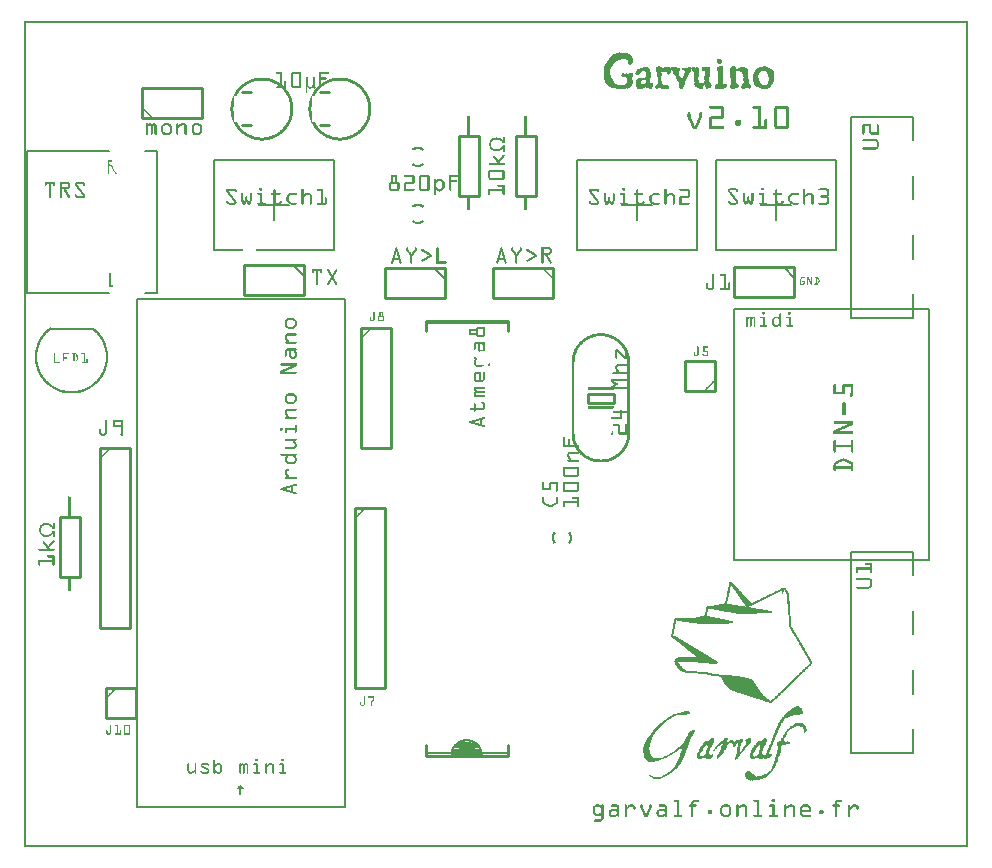
<source format=gto>
G04 MADE WITH FRITZING*
G04 WWW.FRITZING.ORG*
G04 DOUBLE SIDED*
G04 HOLES PLATED*
G04 CONTOUR ON CENTER OF CONTOUR VECTOR*
%ASAXBY*%
%FSLAX23Y23*%
%MOIN*%
%OFA0B0*%
%SFA1.0B1.0*%
%ADD10R,0.096457X0.038714X0.076772X0.019029*%
%ADD11C,0.009843*%
%ADD12C,0.008000*%
%ADD13C,0.010000*%
%ADD14C,0.005000*%
%ADD15C,0.006944*%
%ADD16C,0.007874*%
%ADD17C,0.011000*%
%ADD18R,0.001000X0.001000*%
%LNSILK1*%
G90*
G70*
G54D11*
X1881Y1513D02*
X1968Y1513D01*
X1968Y1484D01*
X1881Y1484D01*
X1881Y1513D01*
D02*
G54D12*
X2964Y1767D02*
X2756Y1767D01*
D02*
X2756Y1767D02*
X2756Y2437D01*
D02*
X2756Y2437D02*
X2964Y2437D01*
D02*
X2964Y1767D02*
X2964Y1846D01*
D02*
X2964Y2358D02*
X2964Y2437D01*
D02*
X2964Y1964D02*
X2964Y2043D01*
D02*
X2964Y2161D02*
X2964Y2240D01*
D02*
X2964Y317D02*
X2756Y317D01*
D02*
X2756Y317D02*
X2756Y987D01*
D02*
X2756Y987D02*
X2964Y987D01*
D02*
X2964Y317D02*
X2964Y396D01*
D02*
X2964Y908D02*
X2964Y987D01*
D02*
X2964Y514D02*
X2964Y593D01*
D02*
X2964Y711D02*
X2964Y790D01*
G54D13*
D02*
X1527Y307D02*
X1614Y307D01*
D02*
X1614Y1757D02*
X1342Y1757D01*
D02*
X1342Y307D02*
X1427Y307D01*
D02*
X1342Y307D02*
X1342Y342D01*
D02*
X1614Y307D02*
X1614Y342D01*
D02*
X1614Y1757D02*
X1614Y1722D01*
D02*
X1342Y1757D02*
X1342Y1722D01*
D02*
X1427Y307D02*
X1527Y307D01*
G54D12*
D02*
X1432Y312D02*
X1522Y312D01*
D02*
X1522Y312D02*
X1432Y320D01*
D02*
X1432Y320D02*
X1522Y320D01*
D02*
X1522Y320D02*
X1434Y327D01*
D02*
X1434Y327D02*
X1519Y327D01*
D02*
X1519Y327D02*
X1439Y335D01*
D02*
X1439Y335D02*
X1517Y335D01*
D02*
X1517Y335D02*
X1444Y340D01*
D02*
X1444Y340D02*
X1509Y340D01*
D02*
X1509Y340D02*
X1449Y345D01*
D02*
X1449Y345D02*
X1504Y345D01*
D02*
X1504Y345D02*
X1457Y350D01*
D02*
X1457Y350D02*
X1492Y350D01*
D02*
X1344Y315D02*
X1612Y315D01*
D02*
X1344Y1750D02*
X1612Y1750D01*
G54D13*
D02*
X1764Y1932D02*
X1564Y1932D01*
D02*
X1564Y1932D02*
X1564Y1832D01*
D02*
X1564Y1832D02*
X1764Y1832D01*
D02*
X1764Y1832D02*
X1764Y1932D01*
D02*
X1404Y1932D02*
X1204Y1932D01*
D02*
X1204Y1932D02*
X1204Y1832D01*
D02*
X1204Y1832D02*
X1404Y1832D01*
D02*
X1404Y1832D02*
X1404Y1932D01*
G54D14*
D02*
X1369Y1932D02*
X1404Y1897D01*
G54D13*
D02*
X934Y1942D02*
X734Y1942D01*
D02*
X734Y1942D02*
X734Y1842D01*
D02*
X734Y1842D02*
X934Y1842D01*
D02*
X934Y1842D02*
X934Y1942D01*
G54D14*
D02*
X899Y1942D02*
X934Y1907D01*
G54D13*
D02*
X1104Y1132D02*
X1104Y532D01*
D02*
X1104Y532D02*
X1204Y532D01*
D02*
X1204Y532D02*
X1204Y1132D01*
D02*
X1204Y1132D02*
X1104Y1132D01*
D02*
X254Y1332D02*
X254Y732D01*
D02*
X254Y732D02*
X354Y732D01*
D02*
X354Y732D02*
X354Y1332D01*
D02*
X354Y1332D02*
X254Y1332D01*
D02*
X1124Y1732D02*
X1124Y1332D01*
D02*
X1124Y1332D02*
X1224Y1332D01*
D02*
X1224Y1332D02*
X1224Y1732D01*
D02*
X1224Y1732D02*
X1124Y1732D01*
D02*
X187Y1103D02*
X187Y903D01*
D02*
X187Y903D02*
X121Y903D01*
D02*
X121Y903D02*
X121Y1103D01*
D02*
X121Y1103D02*
X187Y1103D01*
D02*
X2304Y1522D02*
X2304Y1622D01*
D02*
X2304Y1622D02*
X2204Y1622D01*
D02*
X2204Y1622D02*
X2204Y1522D01*
D02*
X2204Y1522D02*
X2304Y1522D01*
D02*
X274Y532D02*
X274Y432D01*
D02*
X274Y432D02*
X374Y432D01*
D02*
X374Y432D02*
X374Y532D01*
D02*
X374Y532D02*
X274Y532D01*
D02*
X394Y2432D02*
X594Y2432D01*
D02*
X594Y2432D02*
X594Y2532D01*
D02*
X594Y2532D02*
X394Y2532D01*
D02*
X394Y2532D02*
X394Y2432D01*
D02*
X2568Y1935D02*
X2368Y1935D01*
D02*
X2368Y1935D02*
X2368Y1835D01*
D02*
X2368Y1835D02*
X2568Y1835D01*
D02*
X2568Y1835D02*
X2568Y1935D01*
G54D14*
D02*
X2533Y1935D02*
X2568Y1900D01*
G54D12*
D02*
X3016Y960D02*
X3016Y1795D01*
D02*
X3016Y1795D02*
X2367Y1795D01*
D02*
X2367Y1795D02*
X2367Y960D01*
D02*
X2367Y960D02*
X3016Y960D01*
G54D14*
D02*
X2044Y2192D02*
X2044Y2092D01*
D02*
X1994Y2142D02*
X2094Y2142D01*
D02*
X1844Y2292D02*
X2244Y2292D01*
D02*
X2244Y2292D02*
X2244Y1992D01*
D02*
X2244Y1992D02*
X1844Y1992D01*
D02*
X1844Y1992D02*
X1844Y2292D01*
D02*
X834Y2192D02*
X834Y2092D01*
D02*
X784Y2142D02*
X884Y2142D01*
D02*
X634Y2292D02*
X1034Y2292D01*
D02*
X1034Y2292D02*
X1034Y1992D01*
D02*
X634Y1992D02*
X634Y2292D01*
G54D15*
D02*
X443Y2321D02*
X443Y1849D01*
D02*
X10Y2321D02*
X10Y2262D01*
D02*
X10Y1908D02*
X10Y1849D01*
D02*
X10Y2321D02*
X285Y2321D01*
D02*
X443Y2321D02*
X404Y2321D01*
D02*
X10Y2321D02*
X10Y1849D01*
D02*
X10Y1849D02*
X285Y1849D01*
D02*
X443Y1849D02*
X404Y1849D01*
G54D13*
D02*
X1517Y2373D02*
X1517Y2173D01*
D02*
X1517Y2173D02*
X1451Y2173D01*
D02*
X1451Y2173D02*
X1451Y2373D01*
D02*
X1451Y2373D02*
X1517Y2373D01*
D02*
X1707Y2373D02*
X1707Y2173D01*
D02*
X1707Y2173D02*
X1641Y2173D01*
D02*
X1641Y2173D02*
X1641Y2373D01*
D02*
X1641Y2373D02*
X1707Y2373D01*
G54D14*
D02*
X2508Y2193D02*
X2508Y2093D01*
D02*
X2458Y2143D02*
X2558Y2143D01*
D02*
X2308Y2293D02*
X2708Y2293D01*
D02*
X2708Y2293D02*
X2708Y1993D01*
D02*
X2708Y1993D02*
X2308Y1993D01*
D02*
X2308Y1993D02*
X2308Y2293D01*
G54D16*
X230Y1730D02*
X88Y1730D01*
D02*
G54D17*
X989Y2518D02*
X1019Y2518D01*
D02*
X989Y2408D02*
X1019Y2408D01*
D02*
X729Y2518D02*
X759Y2518D01*
D02*
X729Y2408D02*
X759Y2408D01*
D02*
G54D12*
X378Y136D02*
X1070Y136D01*
X1070Y1829D01*
X378Y1829D01*
X378Y136D01*
D02*
G54D18*
X0Y2756D02*
X3148Y2756D01*
X0Y2755D02*
X3148Y2755D01*
X0Y2754D02*
X3148Y2754D01*
X0Y2753D02*
X3148Y2753D01*
X0Y2752D02*
X3148Y2752D01*
X0Y2751D02*
X3148Y2751D01*
X0Y2750D02*
X3148Y2750D01*
X0Y2749D02*
X3148Y2749D01*
X0Y2748D02*
X7Y2748D01*
X3141Y2748D02*
X3148Y2748D01*
X0Y2747D02*
X7Y2747D01*
X3141Y2747D02*
X3148Y2747D01*
X0Y2746D02*
X7Y2746D01*
X3141Y2746D02*
X3148Y2746D01*
X0Y2745D02*
X7Y2745D01*
X3141Y2745D02*
X3148Y2745D01*
X0Y2744D02*
X7Y2744D01*
X3141Y2744D02*
X3148Y2744D01*
X0Y2743D02*
X7Y2743D01*
X3141Y2743D02*
X3148Y2743D01*
X0Y2742D02*
X7Y2742D01*
X3141Y2742D02*
X3148Y2742D01*
X0Y2741D02*
X7Y2741D01*
X3141Y2741D02*
X3148Y2741D01*
X0Y2740D02*
X7Y2740D01*
X3141Y2740D02*
X3148Y2740D01*
X0Y2739D02*
X7Y2739D01*
X3141Y2739D02*
X3148Y2739D01*
X0Y2738D02*
X7Y2738D01*
X3141Y2738D02*
X3148Y2738D01*
X0Y2737D02*
X7Y2737D01*
X3141Y2737D02*
X3148Y2737D01*
X0Y2736D02*
X7Y2736D01*
X3141Y2736D02*
X3148Y2736D01*
X0Y2735D02*
X7Y2735D01*
X3141Y2735D02*
X3148Y2735D01*
X0Y2734D02*
X7Y2734D01*
X3141Y2734D02*
X3148Y2734D01*
X0Y2733D02*
X7Y2733D01*
X3141Y2733D02*
X3148Y2733D01*
X0Y2732D02*
X7Y2732D01*
X3141Y2732D02*
X3148Y2732D01*
X0Y2731D02*
X7Y2731D01*
X3141Y2731D02*
X3148Y2731D01*
X0Y2730D02*
X7Y2730D01*
X3141Y2730D02*
X3148Y2730D01*
X0Y2729D02*
X7Y2729D01*
X3141Y2729D02*
X3148Y2729D01*
X0Y2728D02*
X7Y2728D01*
X3141Y2728D02*
X3148Y2728D01*
X0Y2727D02*
X7Y2727D01*
X3141Y2727D02*
X3148Y2727D01*
X0Y2726D02*
X7Y2726D01*
X3141Y2726D02*
X3148Y2726D01*
X0Y2725D02*
X7Y2725D01*
X3141Y2725D02*
X3148Y2725D01*
X0Y2724D02*
X7Y2724D01*
X3141Y2724D02*
X3148Y2724D01*
X0Y2723D02*
X7Y2723D01*
X3141Y2723D02*
X3148Y2723D01*
X0Y2722D02*
X7Y2722D01*
X3141Y2722D02*
X3148Y2722D01*
X0Y2721D02*
X7Y2721D01*
X3141Y2721D02*
X3148Y2721D01*
X0Y2720D02*
X7Y2720D01*
X3141Y2720D02*
X3148Y2720D01*
X0Y2719D02*
X7Y2719D01*
X3141Y2719D02*
X3148Y2719D01*
X0Y2718D02*
X7Y2718D01*
X3141Y2718D02*
X3148Y2718D01*
X0Y2717D02*
X7Y2717D01*
X3141Y2717D02*
X3148Y2717D01*
X0Y2716D02*
X7Y2716D01*
X3141Y2716D02*
X3148Y2716D01*
X0Y2715D02*
X7Y2715D01*
X3141Y2715D02*
X3148Y2715D01*
X0Y2714D02*
X7Y2714D01*
X3141Y2714D02*
X3148Y2714D01*
X0Y2713D02*
X7Y2713D01*
X3141Y2713D02*
X3148Y2713D01*
X0Y2712D02*
X7Y2712D01*
X3141Y2712D02*
X3148Y2712D01*
X0Y2711D02*
X7Y2711D01*
X3141Y2711D02*
X3148Y2711D01*
X0Y2710D02*
X7Y2710D01*
X3141Y2710D02*
X3148Y2710D01*
X0Y2709D02*
X7Y2709D01*
X3141Y2709D02*
X3148Y2709D01*
X0Y2708D02*
X7Y2708D01*
X3141Y2708D02*
X3148Y2708D01*
X0Y2707D02*
X7Y2707D01*
X3141Y2707D02*
X3148Y2707D01*
X0Y2706D02*
X7Y2706D01*
X3141Y2706D02*
X3148Y2706D01*
X0Y2705D02*
X7Y2705D01*
X3141Y2705D02*
X3148Y2705D01*
X0Y2704D02*
X7Y2704D01*
X3141Y2704D02*
X3148Y2704D01*
X0Y2703D02*
X7Y2703D01*
X3141Y2703D02*
X3148Y2703D01*
X0Y2702D02*
X7Y2702D01*
X3141Y2702D02*
X3148Y2702D01*
X0Y2701D02*
X7Y2701D01*
X3141Y2701D02*
X3148Y2701D01*
X0Y2700D02*
X7Y2700D01*
X3141Y2700D02*
X3148Y2700D01*
X0Y2699D02*
X7Y2699D01*
X3141Y2699D02*
X3148Y2699D01*
X0Y2698D02*
X7Y2698D01*
X3141Y2698D02*
X3148Y2698D01*
X0Y2697D02*
X7Y2697D01*
X3141Y2697D02*
X3148Y2697D01*
X0Y2696D02*
X7Y2696D01*
X3141Y2696D02*
X3148Y2696D01*
X0Y2695D02*
X7Y2695D01*
X3141Y2695D02*
X3148Y2695D01*
X0Y2694D02*
X7Y2694D01*
X3141Y2694D02*
X3148Y2694D01*
X0Y2693D02*
X7Y2693D01*
X3141Y2693D02*
X3148Y2693D01*
X0Y2692D02*
X7Y2692D01*
X3141Y2692D02*
X3148Y2692D01*
X0Y2691D02*
X7Y2691D01*
X3141Y2691D02*
X3148Y2691D01*
X0Y2690D02*
X7Y2690D01*
X3141Y2690D02*
X3148Y2690D01*
X0Y2689D02*
X7Y2689D01*
X3141Y2689D02*
X3148Y2689D01*
X0Y2688D02*
X7Y2688D01*
X3141Y2688D02*
X3148Y2688D01*
X0Y2687D02*
X7Y2687D01*
X3141Y2687D02*
X3148Y2687D01*
X0Y2686D02*
X7Y2686D01*
X3141Y2686D02*
X3148Y2686D01*
X0Y2685D02*
X7Y2685D01*
X3141Y2685D02*
X3148Y2685D01*
X0Y2684D02*
X7Y2684D01*
X3141Y2684D02*
X3148Y2684D01*
X0Y2683D02*
X7Y2683D01*
X3141Y2683D02*
X3148Y2683D01*
X0Y2682D02*
X7Y2682D01*
X3141Y2682D02*
X3148Y2682D01*
X0Y2681D02*
X7Y2681D01*
X3141Y2681D02*
X3148Y2681D01*
X0Y2680D02*
X7Y2680D01*
X3141Y2680D02*
X3148Y2680D01*
X0Y2679D02*
X7Y2679D01*
X3141Y2679D02*
X3148Y2679D01*
X0Y2678D02*
X7Y2678D01*
X3141Y2678D02*
X3148Y2678D01*
X0Y2677D02*
X7Y2677D01*
X3141Y2677D02*
X3148Y2677D01*
X0Y2676D02*
X7Y2676D01*
X3141Y2676D02*
X3148Y2676D01*
X0Y2675D02*
X7Y2675D01*
X3141Y2675D02*
X3148Y2675D01*
X0Y2674D02*
X7Y2674D01*
X3141Y2674D02*
X3148Y2674D01*
X0Y2673D02*
X7Y2673D01*
X3141Y2673D02*
X3148Y2673D01*
X0Y2672D02*
X7Y2672D01*
X3141Y2672D02*
X3148Y2672D01*
X0Y2671D02*
X7Y2671D01*
X3141Y2671D02*
X3148Y2671D01*
X0Y2670D02*
X7Y2670D01*
X3141Y2670D02*
X3148Y2670D01*
X0Y2669D02*
X7Y2669D01*
X3141Y2669D02*
X3148Y2669D01*
X0Y2668D02*
X7Y2668D01*
X3141Y2668D02*
X3148Y2668D01*
X0Y2667D02*
X7Y2667D01*
X3141Y2667D02*
X3148Y2667D01*
X0Y2666D02*
X7Y2666D01*
X3141Y2666D02*
X3148Y2666D01*
X0Y2665D02*
X7Y2665D01*
X3141Y2665D02*
X3148Y2665D01*
X0Y2664D02*
X7Y2664D01*
X3141Y2664D02*
X3148Y2664D01*
X0Y2663D02*
X7Y2663D01*
X3141Y2663D02*
X3148Y2663D01*
X0Y2662D02*
X7Y2662D01*
X3141Y2662D02*
X3148Y2662D01*
X0Y2661D02*
X7Y2661D01*
X3141Y2661D02*
X3148Y2661D01*
X0Y2660D02*
X7Y2660D01*
X3141Y2660D02*
X3148Y2660D01*
X0Y2659D02*
X7Y2659D01*
X3141Y2659D02*
X3148Y2659D01*
X0Y2658D02*
X7Y2658D01*
X3141Y2658D02*
X3148Y2658D01*
X0Y2657D02*
X7Y2657D01*
X3141Y2657D02*
X3148Y2657D01*
X0Y2656D02*
X7Y2656D01*
X3141Y2656D02*
X3148Y2656D01*
X0Y2655D02*
X7Y2655D01*
X3141Y2655D02*
X3148Y2655D01*
X0Y2654D02*
X7Y2654D01*
X3141Y2654D02*
X3148Y2654D01*
X0Y2653D02*
X7Y2653D01*
X3141Y2653D02*
X3148Y2653D01*
X0Y2652D02*
X7Y2652D01*
X3141Y2652D02*
X3148Y2652D01*
X0Y2651D02*
X7Y2651D01*
X1986Y2651D02*
X1988Y2651D01*
X3141Y2651D02*
X3148Y2651D01*
X0Y2650D02*
X7Y2650D01*
X1981Y2650D02*
X2008Y2650D01*
X3141Y2650D02*
X3148Y2650D01*
X0Y2649D02*
X7Y2649D01*
X1977Y2649D02*
X2011Y2649D01*
X3141Y2649D02*
X3148Y2649D01*
X0Y2648D02*
X7Y2648D01*
X1975Y2648D02*
X2013Y2648D01*
X3141Y2648D02*
X3148Y2648D01*
X0Y2647D02*
X7Y2647D01*
X1972Y2647D02*
X2015Y2647D01*
X3141Y2647D02*
X3148Y2647D01*
X0Y2646D02*
X7Y2646D01*
X1970Y2646D02*
X2016Y2646D01*
X3141Y2646D02*
X3148Y2646D01*
X0Y2645D02*
X7Y2645D01*
X1968Y2645D02*
X2018Y2645D01*
X3141Y2645D02*
X3148Y2645D01*
X0Y2644D02*
X7Y2644D01*
X1966Y2644D02*
X2019Y2644D01*
X3141Y2644D02*
X3148Y2644D01*
X0Y2643D02*
X7Y2643D01*
X1965Y2643D02*
X2021Y2643D01*
X3141Y2643D02*
X3148Y2643D01*
X0Y2642D02*
X7Y2642D01*
X1963Y2642D02*
X2022Y2642D01*
X3141Y2642D02*
X3148Y2642D01*
X0Y2641D02*
X7Y2641D01*
X1962Y2641D02*
X2023Y2641D01*
X3141Y2641D02*
X3148Y2641D01*
X0Y2640D02*
X7Y2640D01*
X1961Y2640D02*
X2024Y2640D01*
X3141Y2640D02*
X3148Y2640D01*
X0Y2639D02*
X7Y2639D01*
X1960Y2639D02*
X2026Y2639D01*
X3141Y2639D02*
X3148Y2639D01*
X0Y2638D02*
X7Y2638D01*
X1958Y2638D02*
X2026Y2638D01*
X3141Y2638D02*
X3148Y2638D01*
X0Y2637D02*
X7Y2637D01*
X1957Y2637D02*
X2027Y2637D01*
X3141Y2637D02*
X3148Y2637D01*
X0Y2636D02*
X7Y2636D01*
X1957Y2636D02*
X2027Y2636D01*
X3141Y2636D02*
X3148Y2636D01*
X0Y2635D02*
X7Y2635D01*
X1956Y2635D02*
X2027Y2635D01*
X3141Y2635D02*
X3148Y2635D01*
X0Y2634D02*
X7Y2634D01*
X1955Y2634D02*
X2028Y2634D01*
X3141Y2634D02*
X3148Y2634D01*
X0Y2633D02*
X7Y2633D01*
X1954Y2633D02*
X2028Y2633D01*
X3141Y2633D02*
X3148Y2633D01*
X0Y2632D02*
X7Y2632D01*
X1953Y2632D02*
X2028Y2632D01*
X3141Y2632D02*
X3148Y2632D01*
X0Y2631D02*
X7Y2631D01*
X1952Y2631D02*
X2029Y2631D01*
X3141Y2631D02*
X3148Y2631D01*
X0Y2630D02*
X7Y2630D01*
X1951Y2630D02*
X2029Y2630D01*
X2312Y2630D02*
X2323Y2630D01*
X3141Y2630D02*
X3148Y2630D01*
X0Y2629D02*
X7Y2629D01*
X1951Y2629D02*
X1995Y2629D01*
X2007Y2629D02*
X2029Y2629D01*
X2311Y2629D02*
X2325Y2629D01*
X3141Y2629D02*
X3148Y2629D01*
X0Y2628D02*
X7Y2628D01*
X1950Y2628D02*
X1989Y2628D01*
X2009Y2628D02*
X2029Y2628D01*
X2311Y2628D02*
X2325Y2628D01*
X3141Y2628D02*
X3148Y2628D01*
X0Y2627D02*
X7Y2627D01*
X1949Y2627D02*
X1986Y2627D01*
X2011Y2627D02*
X2029Y2627D01*
X2310Y2627D02*
X2326Y2627D01*
X3141Y2627D02*
X3148Y2627D01*
X0Y2626D02*
X7Y2626D01*
X1949Y2626D02*
X1983Y2626D01*
X2012Y2626D02*
X2030Y2626D01*
X2310Y2626D02*
X2326Y2626D01*
X3141Y2626D02*
X3148Y2626D01*
X0Y2625D02*
X7Y2625D01*
X1948Y2625D02*
X1981Y2625D01*
X2013Y2625D02*
X2030Y2625D01*
X2310Y2625D02*
X2327Y2625D01*
X3141Y2625D02*
X3148Y2625D01*
X0Y2624D02*
X7Y2624D01*
X1947Y2624D02*
X1979Y2624D01*
X2013Y2624D02*
X2030Y2624D01*
X2310Y2624D02*
X2327Y2624D01*
X3141Y2624D02*
X3148Y2624D01*
X0Y2623D02*
X7Y2623D01*
X1947Y2623D02*
X1977Y2623D01*
X2014Y2623D02*
X2030Y2623D01*
X2309Y2623D02*
X2327Y2623D01*
X3141Y2623D02*
X3148Y2623D01*
X0Y2622D02*
X7Y2622D01*
X1946Y2622D02*
X1975Y2622D01*
X2014Y2622D02*
X2030Y2622D01*
X2310Y2622D02*
X2328Y2622D01*
X3141Y2622D02*
X3148Y2622D01*
X0Y2621D02*
X7Y2621D01*
X1945Y2621D02*
X1974Y2621D01*
X2014Y2621D02*
X2030Y2621D01*
X2310Y2621D02*
X2328Y2621D01*
X3141Y2621D02*
X3148Y2621D01*
X0Y2620D02*
X7Y2620D01*
X1945Y2620D02*
X1973Y2620D01*
X2014Y2620D02*
X2029Y2620D01*
X2310Y2620D02*
X2328Y2620D01*
X3141Y2620D02*
X3148Y2620D01*
X0Y2619D02*
X7Y2619D01*
X1945Y2619D02*
X1971Y2619D01*
X2014Y2619D02*
X2029Y2619D01*
X2310Y2619D02*
X2328Y2619D01*
X3141Y2619D02*
X3148Y2619D01*
X0Y2618D02*
X7Y2618D01*
X1944Y2618D02*
X1970Y2618D01*
X2014Y2618D02*
X2029Y2618D01*
X2310Y2618D02*
X2328Y2618D01*
X3141Y2618D02*
X3148Y2618D01*
X0Y2617D02*
X7Y2617D01*
X1943Y2617D02*
X1969Y2617D01*
X2015Y2617D02*
X2028Y2617D01*
X2311Y2617D02*
X2327Y2617D01*
X3141Y2617D02*
X3148Y2617D01*
X0Y2616D02*
X7Y2616D01*
X1942Y2616D02*
X1968Y2616D01*
X2015Y2616D02*
X2028Y2616D01*
X2311Y2616D02*
X2326Y2616D01*
X3141Y2616D02*
X3148Y2616D01*
X0Y2615D02*
X7Y2615D01*
X1941Y2615D02*
X1968Y2615D01*
X2015Y2615D02*
X2027Y2615D01*
X2312Y2615D02*
X2325Y2615D01*
X3141Y2615D02*
X3148Y2615D01*
X0Y2614D02*
X7Y2614D01*
X1940Y2614D02*
X1967Y2614D01*
X2015Y2614D02*
X2027Y2614D01*
X2313Y2614D02*
X2323Y2614D01*
X3141Y2614D02*
X3148Y2614D01*
X0Y2613D02*
X7Y2613D01*
X1940Y2613D02*
X1966Y2613D01*
X2016Y2613D02*
X2026Y2613D01*
X2314Y2613D02*
X2321Y2613D01*
X3141Y2613D02*
X3148Y2613D01*
X0Y2612D02*
X7Y2612D01*
X1939Y2612D02*
X1965Y2612D01*
X2016Y2612D02*
X2026Y2612D01*
X3141Y2612D02*
X3148Y2612D01*
X0Y2611D02*
X7Y2611D01*
X1938Y2611D02*
X1964Y2611D01*
X2017Y2611D02*
X2025Y2611D01*
X3141Y2611D02*
X3148Y2611D01*
X0Y2610D02*
X7Y2610D01*
X1938Y2610D02*
X1963Y2610D01*
X2017Y2610D02*
X2025Y2610D01*
X3141Y2610D02*
X3148Y2610D01*
X0Y2609D02*
X7Y2609D01*
X1937Y2609D02*
X1963Y2609D01*
X2018Y2609D02*
X2024Y2609D01*
X3141Y2609D02*
X3148Y2609D01*
X0Y2608D02*
X7Y2608D01*
X1937Y2608D02*
X1962Y2608D01*
X3141Y2608D02*
X3148Y2608D01*
X0Y2607D02*
X7Y2607D01*
X1937Y2607D02*
X1961Y2607D01*
X2323Y2607D02*
X2328Y2607D01*
X3141Y2607D02*
X3148Y2607D01*
X0Y2606D02*
X7Y2606D01*
X1936Y2606D02*
X1961Y2606D01*
X2322Y2606D02*
X2330Y2606D01*
X2366Y2606D02*
X2370Y2606D01*
X3141Y2606D02*
X3148Y2606D01*
X0Y2605D02*
X7Y2605D01*
X1936Y2605D02*
X1960Y2605D01*
X2321Y2605D02*
X2330Y2605D01*
X2364Y2605D02*
X2371Y2605D01*
X3141Y2605D02*
X3148Y2605D01*
X0Y2604D02*
X7Y2604D01*
X1936Y2604D02*
X1960Y2604D01*
X2070Y2604D02*
X2070Y2604D01*
X2114Y2604D02*
X2121Y2604D01*
X2317Y2604D02*
X2331Y2604D01*
X2362Y2604D02*
X2371Y2604D01*
X2464Y2604D02*
X2472Y2604D01*
X3141Y2604D02*
X3148Y2604D01*
X0Y2603D02*
X7Y2603D01*
X1936Y2603D02*
X1959Y2603D01*
X2068Y2603D02*
X2074Y2603D01*
X2111Y2603D02*
X2125Y2603D01*
X2159Y2603D02*
X2168Y2603D01*
X2232Y2603D02*
X2232Y2603D01*
X2266Y2603D02*
X2283Y2603D01*
X2314Y2603D02*
X2331Y2603D01*
X2361Y2603D02*
X2372Y2603D01*
X2455Y2603D02*
X2475Y2603D01*
X3141Y2603D02*
X3148Y2603D01*
X0Y2602D02*
X7Y2602D01*
X1936Y2602D02*
X1959Y2602D01*
X2066Y2602D02*
X2077Y2602D01*
X2110Y2602D02*
X2127Y2602D01*
X2137Y2602D02*
X2147Y2602D01*
X2158Y2602D02*
X2172Y2602D01*
X2218Y2602D02*
X2223Y2602D01*
X2230Y2602D02*
X2235Y2602D01*
X2263Y2602D02*
X2285Y2602D01*
X2313Y2602D02*
X2331Y2602D01*
X2359Y2602D02*
X2372Y2602D01*
X2453Y2602D02*
X2477Y2602D01*
X3141Y2602D02*
X3148Y2602D01*
X0Y2601D02*
X7Y2601D01*
X1936Y2601D02*
X1958Y2601D01*
X2065Y2601D02*
X2080Y2601D01*
X2109Y2601D02*
X2128Y2601D01*
X2134Y2601D02*
X2153Y2601D01*
X2157Y2601D02*
X2176Y2601D01*
X2200Y2601D02*
X2201Y2601D01*
X2215Y2601D02*
X2224Y2601D01*
X2228Y2601D02*
X2238Y2601D01*
X2241Y2601D02*
X2247Y2601D01*
X2262Y2601D02*
X2286Y2601D01*
X2312Y2601D02*
X2331Y2601D01*
X2358Y2601D02*
X2373Y2601D01*
X2388Y2601D02*
X2403Y2601D01*
X2451Y2601D02*
X2479Y2601D01*
X3141Y2601D02*
X3148Y2601D01*
X0Y2600D02*
X7Y2600D01*
X1935Y2600D02*
X1958Y2600D01*
X2063Y2600D02*
X2082Y2600D01*
X2108Y2600D02*
X2129Y2600D01*
X2132Y2600D02*
X2155Y2600D01*
X2157Y2600D02*
X2184Y2600D01*
X2198Y2600D02*
X2225Y2600D01*
X2227Y2600D02*
X2248Y2600D01*
X2261Y2600D02*
X2287Y2600D01*
X2312Y2600D02*
X2331Y2600D01*
X2357Y2600D02*
X2373Y2600D01*
X2385Y2600D02*
X2405Y2600D01*
X2449Y2600D02*
X2482Y2600D01*
X3141Y2600D02*
X3148Y2600D01*
X0Y2599D02*
X7Y2599D01*
X1935Y2599D02*
X1957Y2599D01*
X2058Y2599D02*
X2084Y2599D01*
X2108Y2599D02*
X2186Y2599D01*
X2196Y2599D02*
X2225Y2599D01*
X2227Y2599D02*
X2249Y2599D01*
X2260Y2599D02*
X2287Y2599D01*
X2311Y2599D02*
X2330Y2599D01*
X2357Y2599D02*
X2373Y2599D01*
X2383Y2599D02*
X2407Y2599D01*
X2447Y2599D02*
X2484Y2599D01*
X3141Y2599D02*
X3148Y2599D01*
X0Y2598D02*
X7Y2598D01*
X1935Y2598D02*
X1957Y2598D01*
X2054Y2598D02*
X2085Y2598D01*
X2107Y2598D02*
X2186Y2598D01*
X2196Y2598D02*
X2250Y2598D01*
X2260Y2598D02*
X2287Y2598D01*
X2311Y2598D02*
X2330Y2598D01*
X2356Y2598D02*
X2374Y2598D01*
X2381Y2598D02*
X2409Y2598D01*
X2445Y2598D02*
X2486Y2598D01*
X3141Y2598D02*
X3148Y2598D01*
X0Y2597D02*
X7Y2597D01*
X1935Y2597D02*
X1956Y2597D01*
X2050Y2597D02*
X2086Y2597D01*
X2107Y2597D02*
X2187Y2597D01*
X2196Y2597D02*
X2250Y2597D01*
X2260Y2597D02*
X2287Y2597D01*
X2311Y2597D02*
X2330Y2597D01*
X2356Y2597D02*
X2375Y2597D01*
X2378Y2597D02*
X2410Y2597D01*
X2444Y2597D02*
X2488Y2597D01*
X3141Y2597D02*
X3148Y2597D01*
X0Y2596D02*
X7Y2596D01*
X1935Y2596D02*
X1956Y2596D01*
X2048Y2596D02*
X2087Y2596D01*
X2107Y2596D02*
X2187Y2596D01*
X2195Y2596D02*
X2251Y2596D01*
X2260Y2596D02*
X2287Y2596D01*
X2311Y2596D02*
X2330Y2596D01*
X2356Y2596D02*
X2411Y2596D01*
X2443Y2596D02*
X2492Y2596D01*
X3141Y2596D02*
X3148Y2596D01*
X0Y2595D02*
X7Y2595D01*
X1935Y2595D02*
X1956Y2595D01*
X2046Y2595D02*
X2087Y2595D01*
X2106Y2595D02*
X2156Y2595D01*
X2158Y2595D02*
X2188Y2595D01*
X2195Y2595D02*
X2251Y2595D01*
X2260Y2595D02*
X2287Y2595D01*
X2311Y2595D02*
X2330Y2595D01*
X2355Y2595D02*
X2412Y2595D01*
X2442Y2595D02*
X2494Y2595D01*
X3141Y2595D02*
X3148Y2595D01*
X0Y2594D02*
X7Y2594D01*
X1935Y2594D02*
X1955Y2594D01*
X2045Y2594D02*
X2087Y2594D01*
X2107Y2594D02*
X2156Y2594D01*
X2158Y2594D02*
X2188Y2594D01*
X2195Y2594D02*
X2225Y2594D01*
X2227Y2594D02*
X2251Y2594D01*
X2260Y2594D02*
X2287Y2594D01*
X2311Y2594D02*
X2330Y2594D01*
X2355Y2594D02*
X2413Y2594D01*
X2441Y2594D02*
X2495Y2594D01*
X3141Y2594D02*
X3148Y2594D01*
X0Y2593D02*
X7Y2593D01*
X1935Y2593D02*
X1955Y2593D01*
X2044Y2593D02*
X2087Y2593D01*
X2107Y2593D02*
X2156Y2593D01*
X2159Y2593D02*
X2188Y2593D01*
X2196Y2593D02*
X2225Y2593D01*
X2227Y2593D02*
X2251Y2593D01*
X2260Y2593D02*
X2287Y2593D01*
X2311Y2593D02*
X2330Y2593D01*
X2355Y2593D02*
X2414Y2593D01*
X2440Y2593D02*
X2496Y2593D01*
X3141Y2593D02*
X3148Y2593D01*
X0Y2592D02*
X7Y2592D01*
X1934Y2592D02*
X1955Y2592D01*
X2044Y2592D02*
X2087Y2592D01*
X2107Y2592D02*
X2156Y2592D01*
X2160Y2592D02*
X2188Y2592D01*
X2198Y2592D02*
X2224Y2592D01*
X2228Y2592D02*
X2251Y2592D01*
X2261Y2592D02*
X2287Y2592D01*
X2312Y2592D02*
X2330Y2592D01*
X2354Y2592D02*
X2414Y2592D01*
X2439Y2592D02*
X2497Y2592D01*
X3141Y2592D02*
X3148Y2592D01*
X0Y2591D02*
X7Y2591D01*
X1934Y2591D02*
X1955Y2591D01*
X2043Y2591D02*
X2087Y2591D01*
X2108Y2591D02*
X2156Y2591D01*
X2161Y2591D02*
X2187Y2591D01*
X2200Y2591D02*
X2224Y2591D01*
X2229Y2591D02*
X2251Y2591D01*
X2262Y2591D02*
X2287Y2591D01*
X2312Y2591D02*
X2330Y2591D01*
X2354Y2591D02*
X2414Y2591D01*
X2439Y2591D02*
X2497Y2591D01*
X3141Y2591D02*
X3148Y2591D01*
X0Y2590D02*
X7Y2590D01*
X1934Y2590D02*
X1954Y2590D01*
X2042Y2590D02*
X2087Y2590D01*
X2108Y2590D02*
X2156Y2590D01*
X2161Y2590D02*
X2187Y2590D01*
X2201Y2590D02*
X2223Y2590D01*
X2230Y2590D02*
X2251Y2590D01*
X2264Y2590D02*
X2286Y2590D01*
X2312Y2590D02*
X2330Y2590D01*
X2354Y2590D02*
X2414Y2590D01*
X2438Y2590D02*
X2498Y2590D01*
X3141Y2590D02*
X3148Y2590D01*
X0Y2589D02*
X7Y2589D01*
X1934Y2589D02*
X1954Y2589D01*
X2042Y2589D02*
X2063Y2589D01*
X2067Y2589D02*
X2087Y2589D01*
X2108Y2589D02*
X2156Y2589D01*
X2162Y2589D02*
X2186Y2589D01*
X2202Y2589D02*
X2223Y2589D01*
X2231Y2589D02*
X2251Y2589D01*
X2270Y2589D02*
X2286Y2589D01*
X2313Y2589D02*
X2330Y2589D01*
X2354Y2589D02*
X2414Y2589D01*
X2438Y2589D02*
X2460Y2589D01*
X2472Y2589D02*
X2498Y2589D01*
X3141Y2589D02*
X3148Y2589D01*
X0Y2588D02*
X7Y2588D01*
X1934Y2588D02*
X1954Y2588D01*
X2041Y2588D02*
X2061Y2588D01*
X2070Y2588D02*
X2088Y2588D01*
X2109Y2588D02*
X2156Y2588D01*
X2163Y2588D02*
X2185Y2588D01*
X2203Y2588D02*
X2222Y2588D01*
X2232Y2588D02*
X2251Y2588D01*
X2271Y2588D02*
X2286Y2588D01*
X2313Y2588D02*
X2330Y2588D01*
X2353Y2588D02*
X2375Y2588D01*
X2389Y2588D02*
X2414Y2588D01*
X2438Y2588D02*
X2457Y2588D01*
X2474Y2588D02*
X2499Y2588D01*
X3141Y2588D02*
X3148Y2588D01*
X0Y2587D02*
X7Y2587D01*
X1934Y2587D02*
X1954Y2587D01*
X2041Y2587D02*
X2059Y2587D01*
X2071Y2587D02*
X2088Y2587D01*
X2109Y2587D02*
X2127Y2587D01*
X2133Y2587D02*
X2136Y2587D01*
X2145Y2587D02*
X2156Y2587D01*
X2163Y2587D02*
X2185Y2587D01*
X2203Y2587D02*
X2221Y2587D01*
X2233Y2587D02*
X2251Y2587D01*
X2271Y2587D02*
X2286Y2587D01*
X2314Y2587D02*
X2330Y2587D01*
X2353Y2587D02*
X2374Y2587D01*
X2391Y2587D02*
X2413Y2587D01*
X2437Y2587D02*
X2456Y2587D01*
X2475Y2587D02*
X2499Y2587D01*
X3141Y2587D02*
X3148Y2587D01*
X0Y2586D02*
X7Y2586D01*
X1934Y2586D02*
X1954Y2586D01*
X2040Y2586D02*
X2058Y2586D01*
X2072Y2586D02*
X2088Y2586D01*
X2110Y2586D02*
X2126Y2586D01*
X2145Y2586D02*
X2156Y2586D01*
X2164Y2586D02*
X2184Y2586D01*
X2203Y2586D02*
X2221Y2586D01*
X2234Y2586D02*
X2251Y2586D01*
X2272Y2586D02*
X2286Y2586D01*
X2314Y2586D02*
X2330Y2586D01*
X2353Y2586D02*
X2373Y2586D01*
X2392Y2586D02*
X2413Y2586D01*
X2437Y2586D02*
X2455Y2586D01*
X2476Y2586D02*
X2499Y2586D01*
X3141Y2586D02*
X3148Y2586D01*
X0Y2585D02*
X7Y2585D01*
X843Y2585D02*
X861Y2585D01*
X896Y2585D02*
X921Y2585D01*
X984Y2585D02*
X1016Y2585D01*
X1934Y2585D02*
X1954Y2585D01*
X2040Y2585D02*
X2057Y2585D01*
X2073Y2585D02*
X2088Y2585D01*
X2110Y2585D02*
X2125Y2585D01*
X2145Y2585D02*
X2156Y2585D01*
X2164Y2585D02*
X2183Y2585D01*
X2203Y2585D02*
X2220Y2585D01*
X2235Y2585D02*
X2251Y2585D01*
X2272Y2585D02*
X2286Y2585D01*
X2314Y2585D02*
X2330Y2585D01*
X2354Y2585D02*
X2372Y2585D01*
X2393Y2585D02*
X2414Y2585D01*
X2436Y2585D02*
X2454Y2585D01*
X2477Y2585D02*
X2499Y2585D01*
X3141Y2585D02*
X3148Y2585D01*
X0Y2584D02*
X7Y2584D01*
X842Y2584D02*
X861Y2584D01*
X894Y2584D02*
X923Y2584D01*
X984Y2584D02*
X1017Y2584D01*
X1934Y2584D02*
X1954Y2584D01*
X2040Y2584D02*
X2056Y2584D01*
X2073Y2584D02*
X2089Y2584D01*
X2110Y2584D02*
X2125Y2584D01*
X2145Y2584D02*
X2156Y2584D01*
X2165Y2584D02*
X2183Y2584D01*
X2203Y2584D02*
X2219Y2584D01*
X2236Y2584D02*
X2250Y2584D01*
X2272Y2584D02*
X2286Y2584D01*
X2315Y2584D02*
X2330Y2584D01*
X2354Y2584D02*
X2372Y2584D01*
X2395Y2584D02*
X2414Y2584D01*
X2435Y2584D02*
X2453Y2584D01*
X2478Y2584D02*
X2499Y2584D01*
X3141Y2584D02*
X3148Y2584D01*
X0Y2583D02*
X7Y2583D01*
X842Y2583D02*
X861Y2583D01*
X893Y2583D02*
X924Y2583D01*
X984Y2583D02*
X1017Y2583D01*
X1933Y2583D02*
X1954Y2583D01*
X2023Y2583D02*
X2028Y2583D01*
X2039Y2583D02*
X2056Y2583D01*
X2074Y2583D02*
X2089Y2583D01*
X2110Y2583D02*
X2125Y2583D01*
X2145Y2583D02*
X2155Y2583D01*
X2165Y2583D02*
X2182Y2583D01*
X2203Y2583D02*
X2218Y2583D01*
X2237Y2583D02*
X2250Y2583D01*
X2272Y2583D02*
X2286Y2583D01*
X2315Y2583D02*
X2330Y2583D01*
X2354Y2583D02*
X2371Y2583D01*
X2395Y2583D02*
X2414Y2583D01*
X2435Y2583D02*
X2452Y2583D01*
X2478Y2583D02*
X2500Y2583D01*
X3141Y2583D02*
X3148Y2583D01*
X0Y2582D02*
X7Y2582D01*
X842Y2582D02*
X861Y2582D01*
X893Y2582D02*
X924Y2582D01*
X984Y2582D02*
X1017Y2582D01*
X1933Y2582D02*
X1954Y2582D01*
X2021Y2582D02*
X2030Y2582D01*
X2039Y2582D02*
X2055Y2582D01*
X2074Y2582D02*
X2089Y2582D01*
X2110Y2582D02*
X2126Y2582D01*
X2145Y2582D02*
X2155Y2582D01*
X2166Y2582D02*
X2182Y2582D01*
X2202Y2582D02*
X2218Y2582D01*
X2236Y2582D02*
X2250Y2582D01*
X2272Y2582D02*
X2286Y2582D01*
X2315Y2582D02*
X2330Y2582D01*
X2354Y2582D02*
X2372Y2582D01*
X2396Y2582D02*
X2414Y2582D01*
X2434Y2582D02*
X2451Y2582D01*
X2479Y2582D02*
X2500Y2582D01*
X3141Y2582D02*
X3148Y2582D01*
X0Y2581D02*
X7Y2581D01*
X842Y2581D02*
X861Y2581D01*
X892Y2581D02*
X925Y2581D01*
X984Y2581D02*
X1017Y2581D01*
X1933Y2581D02*
X1954Y2581D01*
X1996Y2581D02*
X2000Y2581D01*
X2007Y2581D02*
X2011Y2581D01*
X2019Y2581D02*
X2030Y2581D01*
X2039Y2581D02*
X2054Y2581D01*
X2074Y2581D02*
X2089Y2581D01*
X2110Y2581D02*
X2126Y2581D01*
X2145Y2581D02*
X2155Y2581D01*
X2166Y2581D02*
X2182Y2581D01*
X2202Y2581D02*
X2217Y2581D01*
X2236Y2581D02*
X2250Y2581D01*
X2272Y2581D02*
X2286Y2581D01*
X2315Y2581D02*
X2330Y2581D01*
X2355Y2581D02*
X2372Y2581D01*
X2396Y2581D02*
X2414Y2581D01*
X2433Y2581D02*
X2451Y2581D01*
X2479Y2581D02*
X2500Y2581D01*
X3141Y2581D02*
X3148Y2581D01*
X0Y2580D02*
X7Y2580D01*
X842Y2580D02*
X861Y2580D01*
X892Y2580D02*
X925Y2580D01*
X984Y2580D02*
X1016Y2580D01*
X1933Y2580D02*
X1954Y2580D01*
X1994Y2580D02*
X2015Y2580D01*
X2017Y2580D02*
X2031Y2580D01*
X2039Y2580D02*
X2053Y2580D01*
X2075Y2580D02*
X2090Y2580D01*
X2110Y2580D02*
X2126Y2580D01*
X2146Y2580D02*
X2154Y2580D01*
X2166Y2580D02*
X2183Y2580D01*
X2202Y2580D02*
X2217Y2580D01*
X2236Y2580D02*
X2250Y2580D01*
X2272Y2580D02*
X2286Y2580D01*
X2316Y2580D02*
X2330Y2580D01*
X2355Y2580D02*
X2372Y2580D01*
X2397Y2580D02*
X2414Y2580D01*
X2433Y2580D02*
X2450Y2580D01*
X2479Y2580D02*
X2500Y2580D01*
X3141Y2580D02*
X3148Y2580D01*
X0Y2579D02*
X7Y2579D01*
X844Y2579D02*
X861Y2579D01*
X892Y2579D02*
X925Y2579D01*
X984Y2579D02*
X1015Y2579D01*
X1933Y2579D02*
X1954Y2579D01*
X1993Y2579D02*
X2031Y2579D01*
X2040Y2579D02*
X2052Y2579D01*
X2075Y2579D02*
X2090Y2579D01*
X2110Y2579D02*
X2127Y2579D01*
X2146Y2579D02*
X2153Y2579D01*
X2167Y2579D02*
X2183Y2579D01*
X2202Y2579D02*
X2216Y2579D01*
X2235Y2579D02*
X2250Y2579D01*
X2272Y2579D02*
X2286Y2579D01*
X2316Y2579D02*
X2330Y2579D01*
X2355Y2579D02*
X2372Y2579D01*
X2397Y2579D02*
X2414Y2579D01*
X2432Y2579D02*
X2450Y2579D01*
X2480Y2579D02*
X2500Y2579D01*
X3141Y2579D02*
X3148Y2579D01*
X0Y2578D02*
X7Y2578D01*
X855Y2578D02*
X861Y2578D01*
X892Y2578D02*
X898Y2578D01*
X919Y2578D02*
X925Y2578D01*
X984Y2578D02*
X990Y2578D01*
X1933Y2578D02*
X1954Y2578D01*
X1993Y2578D02*
X2031Y2578D01*
X2040Y2578D02*
X2050Y2578D01*
X2075Y2578D02*
X2090Y2578D01*
X2110Y2578D02*
X2127Y2578D01*
X2147Y2578D02*
X2151Y2578D01*
X2168Y2578D02*
X2183Y2578D01*
X2202Y2578D02*
X2216Y2578D01*
X2235Y2578D02*
X2250Y2578D01*
X2272Y2578D02*
X2286Y2578D01*
X2316Y2578D02*
X2330Y2578D01*
X2355Y2578D02*
X2372Y2578D01*
X2397Y2578D02*
X2414Y2578D01*
X2432Y2578D02*
X2449Y2578D01*
X2480Y2578D02*
X2500Y2578D01*
X3141Y2578D02*
X3148Y2578D01*
X0Y2577D02*
X7Y2577D01*
X855Y2577D02*
X861Y2577D01*
X892Y2577D02*
X898Y2577D01*
X919Y2577D02*
X925Y2577D01*
X984Y2577D02*
X990Y2577D01*
X1933Y2577D02*
X1955Y2577D01*
X1992Y2577D02*
X2031Y2577D01*
X2041Y2577D02*
X2049Y2577D01*
X2075Y2577D02*
X2090Y2577D01*
X2110Y2577D02*
X2127Y2577D01*
X2169Y2577D02*
X2183Y2577D01*
X2201Y2577D02*
X2215Y2577D01*
X2235Y2577D02*
X2250Y2577D01*
X2271Y2577D02*
X2286Y2577D01*
X2316Y2577D02*
X2330Y2577D01*
X2356Y2577D02*
X2372Y2577D01*
X2398Y2577D02*
X2414Y2577D01*
X2431Y2577D02*
X2449Y2577D01*
X2480Y2577D02*
X2500Y2577D01*
X3141Y2577D02*
X3148Y2577D01*
X0Y2576D02*
X7Y2576D01*
X855Y2576D02*
X861Y2576D01*
X892Y2576D02*
X898Y2576D01*
X919Y2576D02*
X925Y2576D01*
X984Y2576D02*
X990Y2576D01*
X1933Y2576D02*
X1955Y2576D01*
X1992Y2576D02*
X2030Y2576D01*
X2042Y2576D02*
X2047Y2576D01*
X2075Y2576D02*
X2090Y2576D01*
X2111Y2576D02*
X2126Y2576D01*
X2170Y2576D02*
X2184Y2576D01*
X2201Y2576D02*
X2215Y2576D01*
X2235Y2576D02*
X2250Y2576D01*
X2271Y2576D02*
X2286Y2576D01*
X2316Y2576D02*
X2330Y2576D01*
X2356Y2576D02*
X2372Y2576D01*
X2398Y2576D02*
X2414Y2576D01*
X2431Y2576D02*
X2448Y2576D01*
X2481Y2576D02*
X2500Y2576D01*
X3141Y2576D02*
X3148Y2576D01*
X0Y2575D02*
X7Y2575D01*
X855Y2575D02*
X861Y2575D01*
X892Y2575D02*
X898Y2575D01*
X919Y2575D02*
X925Y2575D01*
X984Y2575D02*
X990Y2575D01*
X1933Y2575D02*
X1955Y2575D01*
X1992Y2575D02*
X2030Y2575D01*
X2075Y2575D02*
X2090Y2575D01*
X2111Y2575D02*
X2126Y2575D01*
X2170Y2575D02*
X2184Y2575D01*
X2201Y2575D02*
X2215Y2575D01*
X2234Y2575D02*
X2249Y2575D01*
X2270Y2575D02*
X2286Y2575D01*
X2316Y2575D02*
X2330Y2575D01*
X2356Y2575D02*
X2372Y2575D01*
X2398Y2575D02*
X2414Y2575D01*
X2431Y2575D02*
X2448Y2575D01*
X2481Y2575D02*
X2500Y2575D01*
X3141Y2575D02*
X3148Y2575D01*
X0Y2574D02*
X7Y2574D01*
X855Y2574D02*
X861Y2574D01*
X892Y2574D02*
X898Y2574D01*
X919Y2574D02*
X925Y2574D01*
X984Y2574D02*
X990Y2574D01*
X1933Y2574D02*
X1956Y2574D01*
X1992Y2574D02*
X2030Y2574D01*
X2075Y2574D02*
X2090Y2574D01*
X2111Y2574D02*
X2126Y2574D01*
X2171Y2574D02*
X2185Y2574D01*
X2200Y2574D02*
X2214Y2574D01*
X2234Y2574D02*
X2249Y2574D01*
X2270Y2574D02*
X2286Y2574D01*
X2316Y2574D02*
X2330Y2574D01*
X2356Y2574D02*
X2372Y2574D01*
X2398Y2574D02*
X2414Y2574D01*
X2431Y2574D02*
X2448Y2574D01*
X2481Y2574D02*
X2500Y2574D01*
X3141Y2574D02*
X3148Y2574D01*
X0Y2573D02*
X7Y2573D01*
X855Y2573D02*
X861Y2573D01*
X892Y2573D02*
X898Y2573D01*
X919Y2573D02*
X925Y2573D01*
X984Y2573D02*
X990Y2573D01*
X1933Y2573D02*
X1956Y2573D01*
X1993Y2573D02*
X2029Y2573D01*
X2074Y2573D02*
X2090Y2573D01*
X2112Y2573D02*
X2126Y2573D01*
X2172Y2573D02*
X2185Y2573D01*
X2200Y2573D02*
X2214Y2573D01*
X2234Y2573D02*
X2249Y2573D01*
X2270Y2573D02*
X2286Y2573D01*
X2316Y2573D02*
X2330Y2573D01*
X2356Y2573D02*
X2372Y2573D01*
X2399Y2573D02*
X2414Y2573D01*
X2431Y2573D02*
X2447Y2573D01*
X2482Y2573D02*
X2500Y2573D01*
X3141Y2573D02*
X3148Y2573D01*
X0Y2572D02*
X7Y2572D01*
X855Y2572D02*
X861Y2572D01*
X892Y2572D02*
X898Y2572D01*
X919Y2572D02*
X925Y2572D01*
X984Y2572D02*
X990Y2572D01*
X1933Y2572D02*
X1956Y2572D01*
X1993Y2572D02*
X2029Y2572D01*
X2074Y2572D02*
X2090Y2572D01*
X2112Y2572D02*
X2126Y2572D01*
X2172Y2572D02*
X2186Y2572D01*
X2199Y2572D02*
X2213Y2572D01*
X2234Y2572D02*
X2249Y2572D01*
X2269Y2572D02*
X2287Y2572D01*
X2316Y2572D02*
X2330Y2572D01*
X2356Y2572D02*
X2372Y2572D01*
X2399Y2572D02*
X2414Y2572D01*
X2431Y2572D02*
X2447Y2572D01*
X2482Y2572D02*
X2500Y2572D01*
X3141Y2572D02*
X3148Y2572D01*
X0Y2571D02*
X7Y2571D01*
X855Y2571D02*
X861Y2571D01*
X892Y2571D02*
X898Y2571D01*
X919Y2571D02*
X925Y2571D01*
X984Y2571D02*
X990Y2571D01*
X1933Y2571D02*
X1957Y2571D01*
X1994Y2571D02*
X2002Y2571D01*
X2006Y2571D02*
X2029Y2571D01*
X2073Y2571D02*
X2090Y2571D01*
X2112Y2571D02*
X2125Y2571D01*
X2173Y2571D02*
X2187Y2571D01*
X2199Y2571D02*
X2213Y2571D01*
X2234Y2571D02*
X2249Y2571D01*
X2269Y2571D02*
X2286Y2571D01*
X2316Y2571D02*
X2330Y2571D01*
X2356Y2571D02*
X2372Y2571D01*
X2399Y2571D02*
X2414Y2571D01*
X2431Y2571D02*
X2447Y2571D01*
X2482Y2571D02*
X2500Y2571D01*
X3141Y2571D02*
X3148Y2571D01*
X0Y2570D02*
X7Y2570D01*
X855Y2570D02*
X861Y2570D01*
X892Y2570D02*
X898Y2570D01*
X919Y2570D02*
X925Y2570D01*
X984Y2570D02*
X990Y2570D01*
X1934Y2570D02*
X1957Y2570D01*
X1995Y2570D02*
X1998Y2570D01*
X2007Y2570D02*
X2029Y2570D01*
X2072Y2570D02*
X2090Y2570D01*
X2113Y2570D02*
X2125Y2570D01*
X2173Y2570D02*
X2187Y2570D01*
X2198Y2570D02*
X2212Y2570D01*
X2234Y2570D02*
X2249Y2570D01*
X2269Y2570D02*
X2286Y2570D01*
X2316Y2570D02*
X2330Y2570D01*
X2356Y2570D02*
X2373Y2570D01*
X2399Y2570D02*
X2414Y2570D01*
X2431Y2570D02*
X2447Y2570D01*
X2482Y2570D02*
X2500Y2570D01*
X3141Y2570D02*
X3148Y2570D01*
X0Y2569D02*
X7Y2569D01*
X855Y2569D02*
X861Y2569D01*
X892Y2569D02*
X898Y2569D01*
X919Y2569D02*
X925Y2569D01*
X941Y2569D02*
X946Y2569D01*
X963Y2569D02*
X969Y2569D01*
X984Y2569D02*
X990Y2569D01*
X1934Y2569D02*
X1958Y2569D01*
X2008Y2569D02*
X2028Y2569D01*
X2072Y2569D02*
X2089Y2569D01*
X2113Y2569D02*
X2125Y2569D01*
X2173Y2569D02*
X2188Y2569D01*
X2198Y2569D02*
X2212Y2569D01*
X2234Y2569D02*
X2248Y2569D01*
X2269Y2569D02*
X2286Y2569D01*
X2316Y2569D02*
X2330Y2569D01*
X2356Y2569D02*
X2373Y2569D01*
X2400Y2569D02*
X2414Y2569D01*
X2431Y2569D02*
X2448Y2569D01*
X2483Y2569D02*
X2500Y2569D01*
X3141Y2569D02*
X3148Y2569D01*
X0Y2568D02*
X7Y2568D01*
X855Y2568D02*
X861Y2568D01*
X892Y2568D02*
X898Y2568D01*
X919Y2568D02*
X925Y2568D01*
X941Y2568D02*
X946Y2568D01*
X963Y2568D02*
X969Y2568D01*
X984Y2568D02*
X1007Y2568D01*
X1934Y2568D02*
X1958Y2568D01*
X2009Y2568D02*
X2028Y2568D01*
X2071Y2568D02*
X2089Y2568D01*
X2113Y2568D02*
X2125Y2568D01*
X2173Y2568D02*
X2189Y2568D01*
X2197Y2568D02*
X2211Y2568D01*
X2234Y2568D02*
X2248Y2568D01*
X2269Y2568D02*
X2285Y2568D01*
X2316Y2568D02*
X2330Y2568D01*
X2356Y2568D02*
X2373Y2568D01*
X2400Y2568D02*
X2414Y2568D01*
X2431Y2568D02*
X2448Y2568D01*
X2483Y2568D02*
X2500Y2568D01*
X3141Y2568D02*
X3148Y2568D01*
X0Y2567D02*
X7Y2567D01*
X782Y2567D02*
X805Y2567D01*
X855Y2567D02*
X861Y2567D01*
X892Y2567D02*
X898Y2567D01*
X919Y2567D02*
X925Y2567D01*
X941Y2567D02*
X946Y2567D01*
X963Y2567D02*
X969Y2567D01*
X984Y2567D02*
X1009Y2567D01*
X1042Y2567D02*
X1065Y2567D01*
X1935Y2567D02*
X1959Y2567D01*
X2009Y2567D02*
X2028Y2567D01*
X2068Y2567D02*
X2089Y2567D01*
X2113Y2567D02*
X2125Y2567D01*
X2174Y2567D02*
X2190Y2567D01*
X2196Y2567D02*
X2211Y2567D01*
X2234Y2567D02*
X2248Y2567D01*
X2269Y2567D02*
X2285Y2567D01*
X2316Y2567D02*
X2330Y2567D01*
X2357Y2567D02*
X2373Y2567D01*
X2400Y2567D02*
X2414Y2567D01*
X2431Y2567D02*
X2448Y2567D01*
X2483Y2567D02*
X2500Y2567D01*
X3141Y2567D02*
X3148Y2567D01*
X0Y2566D02*
X7Y2566D01*
X776Y2566D02*
X812Y2566D01*
X855Y2566D02*
X861Y2566D01*
X892Y2566D02*
X898Y2566D01*
X919Y2566D02*
X925Y2566D01*
X941Y2566D02*
X946Y2566D01*
X963Y2566D02*
X969Y2566D01*
X984Y2566D02*
X1010Y2566D01*
X1036Y2566D02*
X1072Y2566D01*
X1935Y2566D02*
X1959Y2566D01*
X2010Y2566D02*
X2028Y2566D01*
X2063Y2566D02*
X2089Y2566D01*
X2113Y2566D02*
X2125Y2566D01*
X2174Y2566D02*
X2191Y2566D01*
X2195Y2566D02*
X2210Y2566D01*
X2234Y2566D02*
X2248Y2566D01*
X2269Y2566D02*
X2285Y2566D01*
X2316Y2566D02*
X2331Y2566D01*
X2357Y2566D02*
X2373Y2566D01*
X2400Y2566D02*
X2415Y2566D01*
X2431Y2566D02*
X2448Y2566D01*
X2483Y2566D02*
X2500Y2566D01*
X3141Y2566D02*
X3148Y2566D01*
X0Y2565D02*
X7Y2565D01*
X771Y2565D02*
X817Y2565D01*
X855Y2565D02*
X861Y2565D01*
X892Y2565D02*
X898Y2565D01*
X919Y2565D02*
X925Y2565D01*
X941Y2565D02*
X946Y2565D01*
X963Y2565D02*
X969Y2565D01*
X984Y2565D02*
X1010Y2565D01*
X1031Y2565D02*
X1077Y2565D01*
X1935Y2565D02*
X1960Y2565D01*
X2010Y2565D02*
X2028Y2565D01*
X2052Y2565D02*
X2054Y2565D01*
X2058Y2565D02*
X2089Y2565D01*
X2114Y2565D02*
X2125Y2565D01*
X2175Y2565D02*
X2192Y2565D01*
X2194Y2565D02*
X2210Y2565D01*
X2234Y2565D02*
X2248Y2565D01*
X2269Y2565D02*
X2285Y2565D01*
X2316Y2565D02*
X2331Y2565D01*
X2357Y2565D02*
X2374Y2565D01*
X2399Y2565D02*
X2415Y2565D01*
X2431Y2565D02*
X2449Y2565D01*
X2483Y2565D02*
X2500Y2565D01*
X3141Y2565D02*
X3148Y2565D01*
X0Y2564D02*
X7Y2564D01*
X767Y2564D02*
X821Y2564D01*
X855Y2564D02*
X861Y2564D01*
X892Y2564D02*
X898Y2564D01*
X919Y2564D02*
X925Y2564D01*
X941Y2564D02*
X946Y2564D01*
X963Y2564D02*
X969Y2564D01*
X984Y2564D02*
X1010Y2564D01*
X1027Y2564D02*
X1081Y2564D01*
X1935Y2564D02*
X1960Y2564D01*
X2010Y2564D02*
X2028Y2564D01*
X2047Y2564D02*
X2088Y2564D01*
X2114Y2564D02*
X2125Y2564D01*
X2175Y2564D02*
X2209Y2564D01*
X2234Y2564D02*
X2248Y2564D01*
X2269Y2564D02*
X2284Y2564D01*
X2316Y2564D02*
X2331Y2564D01*
X2357Y2564D02*
X2374Y2564D01*
X2399Y2564D02*
X2415Y2564D01*
X2431Y2564D02*
X2449Y2564D01*
X2483Y2564D02*
X2500Y2564D01*
X3141Y2564D02*
X3148Y2564D01*
X0Y2563D02*
X7Y2563D01*
X763Y2563D02*
X824Y2563D01*
X855Y2563D02*
X861Y2563D01*
X892Y2563D02*
X898Y2563D01*
X919Y2563D02*
X925Y2563D01*
X941Y2563D02*
X946Y2563D01*
X963Y2563D02*
X969Y2563D01*
X984Y2563D02*
X1010Y2563D01*
X1023Y2563D02*
X1084Y2563D01*
X1935Y2563D02*
X1961Y2563D01*
X2010Y2563D02*
X2028Y2563D01*
X2045Y2563D02*
X2088Y2563D01*
X2114Y2563D02*
X2125Y2563D01*
X2176Y2563D02*
X2209Y2563D01*
X2234Y2563D02*
X2248Y2563D01*
X2269Y2563D02*
X2284Y2563D01*
X2316Y2563D02*
X2331Y2563D01*
X2358Y2563D02*
X2374Y2563D01*
X2399Y2563D02*
X2415Y2563D01*
X2431Y2563D02*
X2449Y2563D01*
X2483Y2563D02*
X2500Y2563D01*
X3141Y2563D02*
X3148Y2563D01*
X0Y2562D02*
X7Y2562D01*
X760Y2562D02*
X827Y2562D01*
X855Y2562D02*
X861Y2562D01*
X892Y2562D02*
X898Y2562D01*
X919Y2562D02*
X925Y2562D01*
X941Y2562D02*
X946Y2562D01*
X963Y2562D02*
X969Y2562D01*
X984Y2562D02*
X1009Y2562D01*
X1020Y2562D02*
X1087Y2562D01*
X1935Y2562D02*
X1961Y2562D01*
X2010Y2562D02*
X2028Y2562D01*
X2044Y2562D02*
X2088Y2562D01*
X2114Y2562D02*
X2125Y2562D01*
X2177Y2562D02*
X2209Y2562D01*
X2234Y2562D02*
X2248Y2562D01*
X2269Y2562D02*
X2284Y2562D01*
X2316Y2562D02*
X2331Y2562D01*
X2358Y2562D02*
X2375Y2562D01*
X2398Y2562D02*
X2416Y2562D01*
X2431Y2562D02*
X2449Y2562D01*
X2483Y2562D02*
X2500Y2562D01*
X3141Y2562D02*
X3148Y2562D01*
X0Y2561D02*
X7Y2561D01*
X758Y2561D02*
X830Y2561D01*
X855Y2561D02*
X861Y2561D01*
X892Y2561D02*
X898Y2561D01*
X919Y2561D02*
X925Y2561D01*
X941Y2561D02*
X946Y2561D01*
X963Y2561D02*
X969Y2561D01*
X984Y2561D02*
X1007Y2561D01*
X1017Y2561D02*
X1090Y2561D01*
X1936Y2561D02*
X1962Y2561D01*
X2011Y2561D02*
X2028Y2561D01*
X2043Y2561D02*
X2088Y2561D01*
X2114Y2561D02*
X2125Y2561D01*
X2177Y2561D02*
X2208Y2561D01*
X2234Y2561D02*
X2248Y2561D01*
X2269Y2561D02*
X2284Y2561D01*
X2316Y2561D02*
X2331Y2561D01*
X2358Y2561D02*
X2375Y2561D01*
X2398Y2561D02*
X2416Y2561D01*
X2431Y2561D02*
X2450Y2561D01*
X2483Y2561D02*
X2500Y2561D01*
X3141Y2561D02*
X3148Y2561D01*
X0Y2560D02*
X7Y2560D01*
X755Y2560D02*
X833Y2560D01*
X855Y2560D02*
X861Y2560D01*
X892Y2560D02*
X898Y2560D01*
X919Y2560D02*
X925Y2560D01*
X941Y2560D02*
X946Y2560D01*
X963Y2560D02*
X969Y2560D01*
X984Y2560D02*
X990Y2560D01*
X1015Y2560D02*
X1092Y2560D01*
X1936Y2560D02*
X1962Y2560D01*
X2011Y2560D02*
X2028Y2560D01*
X2042Y2560D02*
X2063Y2560D01*
X2071Y2560D02*
X2087Y2560D01*
X2114Y2560D02*
X2125Y2560D01*
X2178Y2560D02*
X2208Y2560D01*
X2234Y2560D02*
X2248Y2560D01*
X2269Y2560D02*
X2283Y2560D01*
X2316Y2560D02*
X2331Y2560D01*
X2358Y2560D02*
X2375Y2560D01*
X2398Y2560D02*
X2416Y2560D01*
X2431Y2560D02*
X2450Y2560D01*
X2483Y2560D02*
X2500Y2560D01*
X3141Y2560D02*
X3148Y2560D01*
X0Y2559D02*
X7Y2559D01*
X753Y2559D02*
X835Y2559D01*
X855Y2559D02*
X861Y2559D01*
X892Y2559D02*
X898Y2559D01*
X919Y2559D02*
X925Y2559D01*
X941Y2559D02*
X946Y2559D01*
X963Y2559D02*
X969Y2559D01*
X984Y2559D02*
X990Y2559D01*
X1013Y2559D02*
X1095Y2559D01*
X1936Y2559D02*
X1963Y2559D01*
X2011Y2559D02*
X2028Y2559D01*
X2042Y2559D02*
X2060Y2559D01*
X2072Y2559D02*
X2087Y2559D01*
X2114Y2559D02*
X2125Y2559D01*
X2179Y2559D02*
X2207Y2559D01*
X2235Y2559D02*
X2249Y2559D01*
X2269Y2559D02*
X2283Y2559D01*
X2316Y2559D02*
X2331Y2559D01*
X2359Y2559D02*
X2375Y2559D01*
X2398Y2559D02*
X2416Y2559D01*
X2431Y2559D02*
X2450Y2559D01*
X2483Y2559D02*
X2500Y2559D01*
X3141Y2559D02*
X3148Y2559D01*
X0Y2558D02*
X7Y2558D01*
X751Y2558D02*
X837Y2558D01*
X855Y2558D02*
X861Y2558D01*
X892Y2558D02*
X898Y2558D01*
X919Y2558D02*
X925Y2558D01*
X941Y2558D02*
X946Y2558D01*
X963Y2558D02*
X969Y2558D01*
X984Y2558D02*
X990Y2558D01*
X1010Y2558D02*
X1097Y2558D01*
X1937Y2558D02*
X1963Y2558D01*
X2011Y2558D02*
X2029Y2558D01*
X2041Y2558D02*
X2059Y2558D01*
X2073Y2558D02*
X2087Y2558D01*
X2114Y2558D02*
X2125Y2558D01*
X2179Y2558D02*
X2207Y2558D01*
X2235Y2558D02*
X2249Y2558D01*
X2270Y2558D02*
X2283Y2558D01*
X2316Y2558D02*
X2331Y2558D01*
X2359Y2558D02*
X2375Y2558D01*
X2398Y2558D02*
X2417Y2558D01*
X2431Y2558D02*
X2451Y2558D01*
X2483Y2558D02*
X2500Y2558D01*
X3141Y2558D02*
X3148Y2558D01*
X0Y2557D02*
X7Y2557D01*
X748Y2557D02*
X782Y2557D01*
X806Y2557D02*
X839Y2557D01*
X855Y2557D02*
X861Y2557D01*
X892Y2557D02*
X898Y2557D01*
X919Y2557D02*
X925Y2557D01*
X941Y2557D02*
X946Y2557D01*
X963Y2557D02*
X969Y2557D01*
X984Y2557D02*
X990Y2557D01*
X1008Y2557D02*
X1042Y2557D01*
X1066Y2557D02*
X1099Y2557D01*
X1937Y2557D02*
X1964Y2557D01*
X2011Y2557D02*
X2029Y2557D01*
X2041Y2557D02*
X2058Y2557D01*
X2074Y2557D02*
X2086Y2557D01*
X2114Y2557D02*
X2125Y2557D01*
X2180Y2557D02*
X2206Y2557D01*
X2235Y2557D02*
X2249Y2557D01*
X2270Y2557D02*
X2283Y2557D01*
X2316Y2557D02*
X2331Y2557D01*
X2358Y2557D02*
X2375Y2557D01*
X2399Y2557D02*
X2417Y2557D01*
X2431Y2557D02*
X2451Y2557D01*
X2483Y2557D02*
X2500Y2557D01*
X3141Y2557D02*
X3148Y2557D01*
X0Y2556D02*
X7Y2556D01*
X746Y2556D02*
X775Y2556D01*
X813Y2556D02*
X841Y2556D01*
X855Y2556D02*
X861Y2556D01*
X871Y2556D02*
X873Y2556D01*
X892Y2556D02*
X898Y2556D01*
X919Y2556D02*
X925Y2556D01*
X941Y2556D02*
X946Y2556D01*
X963Y2556D02*
X969Y2556D01*
X984Y2556D02*
X990Y2556D01*
X1006Y2556D02*
X1035Y2556D01*
X1072Y2556D02*
X1101Y2556D01*
X1937Y2556D02*
X1965Y2556D01*
X2011Y2556D02*
X2029Y2556D01*
X2041Y2556D02*
X2057Y2556D01*
X2075Y2556D02*
X2086Y2556D01*
X2114Y2556D02*
X2125Y2556D01*
X2180Y2556D02*
X2206Y2556D01*
X2236Y2556D02*
X2249Y2556D01*
X2270Y2556D02*
X2284Y2556D01*
X2316Y2556D02*
X2330Y2556D01*
X2358Y2556D02*
X2375Y2556D01*
X2399Y2556D02*
X2417Y2556D01*
X2432Y2556D02*
X2452Y2556D01*
X2483Y2556D02*
X2500Y2556D01*
X3141Y2556D02*
X3148Y2556D01*
X0Y2555D02*
X7Y2555D01*
X744Y2555D02*
X770Y2555D01*
X817Y2555D02*
X843Y2555D01*
X855Y2555D02*
X861Y2555D01*
X870Y2555D02*
X874Y2555D01*
X892Y2555D02*
X898Y2555D01*
X919Y2555D02*
X925Y2555D01*
X941Y2555D02*
X946Y2555D01*
X963Y2555D02*
X969Y2555D01*
X984Y2555D02*
X990Y2555D01*
X1004Y2555D02*
X1030Y2555D01*
X1077Y2555D02*
X1103Y2555D01*
X1938Y2555D02*
X1965Y2555D01*
X2011Y2555D02*
X2029Y2555D01*
X2041Y2555D02*
X2057Y2555D01*
X2075Y2555D02*
X2086Y2555D01*
X2114Y2555D02*
X2126Y2555D01*
X2181Y2555D02*
X2205Y2555D01*
X2236Y2555D02*
X2249Y2555D01*
X2269Y2555D02*
X2284Y2555D01*
X2316Y2555D02*
X2330Y2555D01*
X2358Y2555D02*
X2375Y2555D01*
X2399Y2555D02*
X2417Y2555D01*
X2432Y2555D02*
X2452Y2555D01*
X2483Y2555D02*
X2500Y2555D01*
X3141Y2555D02*
X3148Y2555D01*
X0Y2554D02*
X7Y2554D01*
X743Y2554D02*
X767Y2554D01*
X821Y2554D02*
X845Y2554D01*
X855Y2554D02*
X861Y2554D01*
X869Y2554D02*
X875Y2554D01*
X892Y2554D02*
X898Y2554D01*
X919Y2554D02*
X925Y2554D01*
X941Y2554D02*
X946Y2554D01*
X963Y2554D02*
X969Y2554D01*
X984Y2554D02*
X990Y2554D01*
X1003Y2554D02*
X1027Y2554D01*
X1081Y2554D02*
X1105Y2554D01*
X1938Y2554D02*
X1966Y2554D01*
X2011Y2554D02*
X2030Y2554D01*
X2041Y2554D02*
X2057Y2554D01*
X2074Y2554D02*
X2086Y2554D01*
X2114Y2554D02*
X2126Y2554D01*
X2181Y2554D02*
X2205Y2554D01*
X2236Y2554D02*
X2250Y2554D01*
X2269Y2554D02*
X2285Y2554D01*
X2316Y2554D02*
X2330Y2554D01*
X2358Y2554D02*
X2375Y2554D01*
X2400Y2554D02*
X2417Y2554D01*
X2432Y2554D02*
X2452Y2554D01*
X2482Y2554D02*
X2499Y2554D01*
X3141Y2554D02*
X3148Y2554D01*
X0Y2553D02*
X7Y2553D01*
X741Y2553D02*
X764Y2553D01*
X824Y2553D02*
X847Y2553D01*
X855Y2553D02*
X861Y2553D01*
X869Y2553D02*
X875Y2553D01*
X892Y2553D02*
X898Y2553D01*
X919Y2553D02*
X925Y2553D01*
X941Y2553D02*
X946Y2553D01*
X963Y2553D02*
X969Y2553D01*
X984Y2553D02*
X990Y2553D01*
X1001Y2553D02*
X1023Y2553D01*
X1084Y2553D02*
X1106Y2553D01*
X1939Y2553D02*
X1967Y2553D01*
X2011Y2553D02*
X2030Y2553D01*
X2041Y2553D02*
X2057Y2553D01*
X2074Y2553D02*
X2086Y2553D01*
X2114Y2553D02*
X2126Y2553D01*
X2182Y2553D02*
X2204Y2553D01*
X2236Y2553D02*
X2250Y2553D01*
X2269Y2553D02*
X2285Y2553D01*
X2316Y2553D02*
X2330Y2553D01*
X2358Y2553D02*
X2375Y2553D01*
X2400Y2553D02*
X2417Y2553D01*
X2433Y2553D02*
X2453Y2553D01*
X2482Y2553D02*
X2499Y2553D01*
X3141Y2553D02*
X3148Y2553D01*
X0Y2552D02*
X7Y2552D01*
X739Y2552D02*
X761Y2552D01*
X827Y2552D02*
X848Y2552D01*
X855Y2552D02*
X861Y2552D01*
X869Y2552D02*
X875Y2552D01*
X892Y2552D02*
X898Y2552D01*
X919Y2552D02*
X925Y2552D01*
X941Y2552D02*
X946Y2552D01*
X963Y2552D02*
X969Y2552D01*
X984Y2552D02*
X990Y2552D01*
X999Y2552D02*
X1021Y2552D01*
X1087Y2552D02*
X1108Y2552D01*
X1939Y2552D02*
X1968Y2552D01*
X2011Y2552D02*
X2030Y2552D01*
X2042Y2552D02*
X2057Y2552D01*
X2074Y2552D02*
X2086Y2552D01*
X2114Y2552D02*
X2126Y2552D01*
X2182Y2552D02*
X2204Y2552D01*
X2237Y2552D02*
X2251Y2552D01*
X2268Y2552D02*
X2286Y2552D01*
X2316Y2552D02*
X2330Y2552D01*
X2358Y2552D02*
X2375Y2552D01*
X2400Y2552D02*
X2417Y2552D01*
X2433Y2552D02*
X2453Y2552D01*
X2482Y2552D02*
X2499Y2552D01*
X3141Y2552D02*
X3148Y2552D01*
X0Y2551D02*
X7Y2551D01*
X738Y2551D02*
X758Y2551D01*
X829Y2551D02*
X850Y2551D01*
X855Y2551D02*
X861Y2551D01*
X869Y2551D02*
X875Y2551D01*
X892Y2551D02*
X898Y2551D01*
X919Y2551D02*
X925Y2551D01*
X941Y2551D02*
X946Y2551D01*
X963Y2551D02*
X969Y2551D01*
X984Y2551D02*
X990Y2551D01*
X998Y2551D02*
X1018Y2551D01*
X1089Y2551D02*
X1110Y2551D01*
X1939Y2551D02*
X1968Y2551D01*
X2011Y2551D02*
X2030Y2551D01*
X2042Y2551D02*
X2057Y2551D01*
X2073Y2551D02*
X2087Y2551D01*
X2114Y2551D02*
X2126Y2551D01*
X2183Y2551D02*
X2203Y2551D01*
X2237Y2551D02*
X2251Y2551D01*
X2267Y2551D02*
X2287Y2551D01*
X2316Y2551D02*
X2330Y2551D01*
X2359Y2551D02*
X2375Y2551D01*
X2400Y2551D02*
X2417Y2551D01*
X2433Y2551D02*
X2454Y2551D01*
X2481Y2551D02*
X2498Y2551D01*
X3141Y2551D02*
X3148Y2551D01*
X0Y2550D02*
X7Y2550D01*
X736Y2550D02*
X756Y2550D01*
X832Y2550D02*
X852Y2550D01*
X855Y2550D02*
X861Y2550D01*
X869Y2550D02*
X875Y2550D01*
X892Y2550D02*
X898Y2550D01*
X919Y2550D02*
X925Y2550D01*
X941Y2550D02*
X946Y2550D01*
X963Y2550D02*
X969Y2550D01*
X984Y2550D02*
X990Y2550D01*
X996Y2550D02*
X1016Y2550D01*
X1092Y2550D02*
X1111Y2550D01*
X1940Y2550D02*
X1969Y2550D01*
X2010Y2550D02*
X2030Y2550D01*
X2042Y2550D02*
X2057Y2550D01*
X2073Y2550D02*
X2088Y2550D01*
X2114Y2550D02*
X2126Y2550D01*
X2183Y2550D02*
X2203Y2550D01*
X2236Y2550D02*
X2252Y2550D01*
X2267Y2550D02*
X2288Y2550D01*
X2316Y2550D02*
X2330Y2550D01*
X2359Y2550D02*
X2375Y2550D01*
X2400Y2550D02*
X2417Y2550D01*
X2434Y2550D02*
X2454Y2550D01*
X2481Y2550D02*
X2498Y2550D01*
X3141Y2550D02*
X3148Y2550D01*
X0Y2549D02*
X7Y2549D01*
X735Y2549D02*
X753Y2549D01*
X834Y2549D02*
X853Y2549D01*
X855Y2549D02*
X861Y2549D01*
X869Y2549D02*
X875Y2549D01*
X892Y2549D02*
X898Y2549D01*
X919Y2549D02*
X925Y2549D01*
X941Y2549D02*
X946Y2549D01*
X963Y2549D02*
X969Y2549D01*
X984Y2549D02*
X990Y2549D01*
X995Y2549D02*
X1013Y2549D01*
X1094Y2549D02*
X1113Y2549D01*
X1940Y2549D02*
X1970Y2549D01*
X2010Y2549D02*
X2030Y2549D01*
X2042Y2549D02*
X2057Y2549D01*
X2072Y2549D02*
X2095Y2549D01*
X2114Y2549D02*
X2126Y2549D01*
X2183Y2549D02*
X2203Y2549D01*
X2236Y2549D02*
X2254Y2549D01*
X2265Y2549D02*
X2289Y2549D01*
X2316Y2549D02*
X2330Y2549D01*
X2359Y2549D02*
X2375Y2549D01*
X2400Y2549D02*
X2418Y2549D01*
X2434Y2549D02*
X2455Y2549D01*
X2481Y2549D02*
X2497Y2549D01*
X3141Y2549D02*
X3148Y2549D01*
X0Y2548D02*
X7Y2548D01*
X733Y2548D02*
X751Y2548D01*
X836Y2548D02*
X861Y2548D01*
X869Y2548D02*
X875Y2548D01*
X892Y2548D02*
X898Y2548D01*
X919Y2548D02*
X925Y2548D01*
X941Y2548D02*
X946Y2548D01*
X963Y2548D02*
X969Y2548D01*
X984Y2548D02*
X990Y2548D01*
X993Y2548D02*
X1011Y2548D01*
X1096Y2548D02*
X1114Y2548D01*
X1941Y2548D02*
X1971Y2548D01*
X2009Y2548D02*
X2030Y2548D01*
X2042Y2548D02*
X2057Y2548D01*
X2071Y2548D02*
X2096Y2548D01*
X2114Y2548D02*
X2126Y2548D01*
X2183Y2548D02*
X2203Y2548D01*
X2236Y2548D02*
X2290Y2548D01*
X2316Y2548D02*
X2330Y2548D01*
X2358Y2548D02*
X2376Y2548D01*
X2399Y2548D02*
X2418Y2548D01*
X2434Y2548D02*
X2456Y2548D01*
X2480Y2548D02*
X2496Y2548D01*
X3141Y2548D02*
X3148Y2548D01*
X0Y2547D02*
X7Y2547D01*
X732Y2547D02*
X749Y2547D01*
X838Y2547D02*
X861Y2547D01*
X869Y2547D02*
X875Y2547D01*
X892Y2547D02*
X898Y2547D01*
X919Y2547D02*
X925Y2547D01*
X941Y2547D02*
X946Y2547D01*
X963Y2547D02*
X969Y2547D01*
X984Y2547D02*
X990Y2547D01*
X992Y2547D02*
X1009Y2547D01*
X1098Y2547D02*
X1116Y2547D01*
X1942Y2547D02*
X1972Y2547D01*
X2009Y2547D02*
X2030Y2547D01*
X2042Y2547D02*
X2058Y2547D01*
X2070Y2547D02*
X2097Y2547D01*
X2114Y2547D02*
X2127Y2547D01*
X2184Y2547D02*
X2203Y2547D01*
X2236Y2547D02*
X2291Y2547D01*
X2315Y2547D02*
X2331Y2547D01*
X2358Y2547D02*
X2377Y2547D01*
X2398Y2547D02*
X2419Y2547D01*
X2435Y2547D02*
X2456Y2547D01*
X2480Y2547D02*
X2496Y2547D01*
X3141Y2547D02*
X3148Y2547D01*
X0Y2546D02*
X7Y2546D01*
X731Y2546D02*
X747Y2546D01*
X840Y2546D02*
X861Y2546D01*
X869Y2546D02*
X875Y2546D01*
X892Y2546D02*
X898Y2546D01*
X919Y2546D02*
X925Y2546D01*
X941Y2546D02*
X946Y2546D01*
X963Y2546D02*
X969Y2546D01*
X984Y2546D02*
X1007Y2546D01*
X1100Y2546D02*
X1117Y2546D01*
X1943Y2546D02*
X1974Y2546D01*
X2008Y2546D02*
X2029Y2546D01*
X2042Y2546D02*
X2059Y2546D01*
X2069Y2546D02*
X2098Y2546D01*
X2113Y2546D02*
X2127Y2546D01*
X2184Y2546D02*
X2202Y2546D01*
X2236Y2546D02*
X2291Y2546D01*
X2314Y2546D02*
X2331Y2546D01*
X2358Y2546D02*
X2377Y2546D01*
X2397Y2546D02*
X2420Y2546D01*
X2435Y2546D02*
X2457Y2546D01*
X2479Y2546D02*
X2495Y2546D01*
X3141Y2546D02*
X3148Y2546D01*
X0Y2545D02*
X7Y2545D01*
X729Y2545D02*
X746Y2545D01*
X842Y2545D02*
X861Y2545D01*
X869Y2545D02*
X875Y2545D01*
X892Y2545D02*
X898Y2545D01*
X919Y2545D02*
X925Y2545D01*
X941Y2545D02*
X946Y2545D01*
X963Y2545D02*
X969Y2545D01*
X984Y2545D02*
X1006Y2545D01*
X1102Y2545D02*
X1118Y2545D01*
X1944Y2545D02*
X1975Y2545D01*
X2006Y2545D02*
X2029Y2545D01*
X2042Y2545D02*
X2061Y2545D01*
X2067Y2545D02*
X2098Y2545D01*
X2113Y2545D02*
X2128Y2545D01*
X2184Y2545D02*
X2202Y2545D01*
X2236Y2545D02*
X2291Y2545D01*
X2310Y2545D02*
X2332Y2545D01*
X2336Y2545D02*
X2342Y2545D01*
X2357Y2545D02*
X2378Y2545D01*
X2396Y2545D02*
X2421Y2545D01*
X2436Y2545D02*
X2458Y2545D01*
X2478Y2545D02*
X2494Y2545D01*
X3141Y2545D02*
X3148Y2545D01*
X0Y2544D02*
X7Y2544D01*
X728Y2544D02*
X744Y2544D01*
X843Y2544D02*
X861Y2544D01*
X869Y2544D02*
X875Y2544D01*
X892Y2544D02*
X898Y2544D01*
X919Y2544D02*
X925Y2544D01*
X941Y2544D02*
X946Y2544D01*
X963Y2544D02*
X969Y2544D01*
X984Y2544D02*
X1004Y2544D01*
X1103Y2544D02*
X1120Y2544D01*
X1945Y2544D02*
X1978Y2544D01*
X2004Y2544D02*
X2028Y2544D01*
X2041Y2544D02*
X2098Y2544D01*
X2112Y2544D02*
X2129Y2544D01*
X2184Y2544D02*
X2202Y2544D01*
X2236Y2544D02*
X2291Y2544D01*
X2307Y2544D02*
X2343Y2544D01*
X2357Y2544D02*
X2379Y2544D01*
X2395Y2544D02*
X2421Y2544D01*
X2436Y2544D02*
X2461Y2544D01*
X2478Y2544D02*
X2494Y2544D01*
X3141Y2544D02*
X3148Y2544D01*
X0Y2543D02*
X7Y2543D01*
X727Y2543D02*
X742Y2543D01*
X845Y2543D02*
X861Y2543D01*
X869Y2543D02*
X875Y2543D01*
X892Y2543D02*
X898Y2543D01*
X919Y2543D02*
X925Y2543D01*
X941Y2543D02*
X946Y2543D01*
X963Y2543D02*
X969Y2543D01*
X984Y2543D02*
X1002Y2543D01*
X1105Y2543D02*
X1121Y2543D01*
X1946Y2543D02*
X1980Y2543D01*
X1997Y2543D02*
X2028Y2543D01*
X2041Y2543D02*
X2098Y2543D01*
X2111Y2543D02*
X2131Y2543D01*
X2183Y2543D02*
X2201Y2543D01*
X2236Y2543D02*
X2291Y2543D01*
X2306Y2543D02*
X2343Y2543D01*
X2357Y2543D02*
X2380Y2543D01*
X2394Y2543D02*
X2422Y2543D01*
X2437Y2543D02*
X2464Y2543D01*
X2477Y2543D02*
X2493Y2543D01*
X3141Y2543D02*
X3148Y2543D01*
X0Y2542D02*
X7Y2542D01*
X726Y2542D02*
X741Y2542D01*
X847Y2542D02*
X862Y2542D01*
X869Y2542D02*
X875Y2542D01*
X892Y2542D02*
X898Y2542D01*
X919Y2542D02*
X925Y2542D01*
X941Y2542D02*
X946Y2542D01*
X963Y2542D02*
X969Y2542D01*
X984Y2542D02*
X1001Y2542D01*
X1107Y2542D02*
X1122Y2542D01*
X1947Y2542D02*
X1982Y2542D01*
X1993Y2542D02*
X2027Y2542D01*
X2041Y2542D02*
X2098Y2542D01*
X2110Y2542D02*
X2145Y2542D01*
X2183Y2542D02*
X2201Y2542D01*
X2237Y2542D02*
X2291Y2542D01*
X2305Y2542D02*
X2344Y2542D01*
X2356Y2542D02*
X2381Y2542D01*
X2393Y2542D02*
X2423Y2542D01*
X2438Y2542D02*
X2468Y2542D01*
X2475Y2542D02*
X2492Y2542D01*
X3141Y2542D02*
X3148Y2542D01*
X0Y2541D02*
X7Y2541D01*
X724Y2541D02*
X739Y2541D01*
X848Y2541D02*
X863Y2541D01*
X869Y2541D02*
X875Y2541D01*
X892Y2541D02*
X898Y2541D01*
X919Y2541D02*
X925Y2541D01*
X941Y2541D02*
X947Y2541D01*
X962Y2541D02*
X969Y2541D01*
X984Y2541D02*
X999Y2541D01*
X1108Y2541D02*
X1123Y2541D01*
X1948Y2541D02*
X1987Y2541D01*
X1989Y2541D02*
X2027Y2541D01*
X2041Y2541D02*
X2097Y2541D01*
X2109Y2541D02*
X2147Y2541D01*
X2183Y2541D02*
X2200Y2541D01*
X2237Y2541D02*
X2267Y2541D01*
X2270Y2541D02*
X2292Y2541D01*
X2304Y2541D02*
X2344Y2541D01*
X2356Y2541D02*
X2382Y2541D01*
X2393Y2541D02*
X2423Y2541D01*
X2438Y2541D02*
X2491Y2541D01*
X3141Y2541D02*
X3148Y2541D01*
X0Y2540D02*
X7Y2540D01*
X723Y2540D02*
X738Y2540D01*
X849Y2540D02*
X864Y2540D01*
X869Y2540D02*
X875Y2540D01*
X892Y2540D02*
X898Y2540D01*
X919Y2540D02*
X925Y2540D01*
X941Y2540D02*
X947Y2540D01*
X962Y2540D02*
X969Y2540D01*
X983Y2540D02*
X998Y2540D01*
X1109Y2540D02*
X1124Y2540D01*
X1949Y2540D02*
X2026Y2540D01*
X2041Y2540D02*
X2097Y2540D01*
X2108Y2540D02*
X2149Y2540D01*
X2183Y2540D02*
X2200Y2540D01*
X2237Y2540D02*
X2266Y2540D01*
X2271Y2540D02*
X2291Y2540D01*
X2304Y2540D02*
X2344Y2540D01*
X2356Y2540D02*
X2383Y2540D01*
X2392Y2540D02*
X2424Y2540D01*
X2439Y2540D02*
X2491Y2540D01*
X3141Y2540D02*
X3148Y2540D01*
X0Y2539D02*
X7Y2539D01*
X722Y2539D02*
X737Y2539D01*
X851Y2539D02*
X865Y2539D01*
X869Y2539D02*
X875Y2539D01*
X892Y2539D02*
X898Y2539D01*
X919Y2539D02*
X925Y2539D01*
X941Y2539D02*
X948Y2539D01*
X961Y2539D02*
X969Y2539D01*
X982Y2539D02*
X997Y2539D01*
X1111Y2539D02*
X1125Y2539D01*
X1950Y2539D02*
X2025Y2539D01*
X2041Y2539D02*
X2097Y2539D01*
X2107Y2539D02*
X2149Y2539D01*
X2183Y2539D02*
X2199Y2539D01*
X2238Y2539D02*
X2265Y2539D01*
X2272Y2539D02*
X2291Y2539D01*
X2303Y2539D02*
X2344Y2539D01*
X2355Y2539D02*
X2383Y2539D01*
X2392Y2539D02*
X2424Y2539D01*
X2439Y2539D02*
X2490Y2539D01*
X3141Y2539D02*
X3148Y2539D01*
X0Y2538D02*
X7Y2538D01*
X721Y2538D02*
X735Y2538D01*
X843Y2538D02*
X875Y2538D01*
X892Y2538D02*
X925Y2538D01*
X941Y2538D02*
X949Y2538D01*
X960Y2538D02*
X969Y2538D01*
X981Y2538D02*
X995Y2538D01*
X1112Y2538D02*
X1126Y2538D01*
X1952Y2538D02*
X2024Y2538D01*
X2041Y2538D02*
X2096Y2538D01*
X2106Y2538D02*
X2150Y2538D01*
X2184Y2538D02*
X2199Y2538D01*
X2238Y2538D02*
X2265Y2538D01*
X2272Y2538D02*
X2291Y2538D01*
X2303Y2538D02*
X2344Y2538D01*
X2355Y2538D02*
X2383Y2538D01*
X2392Y2538D02*
X2424Y2538D01*
X2440Y2538D02*
X2489Y2538D01*
X3141Y2538D02*
X3148Y2538D01*
X0Y2537D02*
X7Y2537D01*
X720Y2537D02*
X734Y2537D01*
X842Y2537D02*
X875Y2537D01*
X892Y2537D02*
X925Y2537D01*
X941Y2537D02*
X950Y2537D01*
X959Y2537D02*
X970Y2537D01*
X980Y2537D02*
X994Y2537D01*
X1113Y2537D02*
X1127Y2537D01*
X1954Y2537D02*
X2024Y2537D01*
X2042Y2537D02*
X2096Y2537D01*
X2105Y2537D02*
X2150Y2537D01*
X2184Y2537D02*
X2198Y2537D01*
X2239Y2537D02*
X2264Y2537D01*
X2272Y2537D02*
X2291Y2537D01*
X2302Y2537D02*
X2343Y2537D01*
X2355Y2537D02*
X2382Y2537D01*
X2392Y2537D02*
X2425Y2537D01*
X2441Y2537D02*
X2488Y2537D01*
X3141Y2537D02*
X3148Y2537D01*
X0Y2536D02*
X7Y2536D01*
X719Y2536D02*
X733Y2536D01*
X842Y2536D02*
X875Y2536D01*
X892Y2536D02*
X925Y2536D01*
X941Y2536D02*
X973Y2536D01*
X979Y2536D02*
X993Y2536D01*
X1115Y2536D02*
X1128Y2536D01*
X1955Y2536D02*
X2023Y2536D01*
X2042Y2536D02*
X2095Y2536D01*
X2105Y2536D02*
X2150Y2536D01*
X2185Y2536D02*
X2198Y2536D01*
X2240Y2536D02*
X2264Y2536D01*
X2272Y2536D02*
X2290Y2536D01*
X2302Y2536D02*
X2343Y2536D01*
X2355Y2536D02*
X2382Y2536D01*
X2392Y2536D02*
X2424Y2536D01*
X2442Y2536D02*
X2487Y2536D01*
X3141Y2536D02*
X3148Y2536D01*
X0Y2535D02*
X7Y2535D01*
X718Y2535D02*
X732Y2535D01*
X842Y2535D02*
X875Y2535D01*
X893Y2535D02*
X924Y2535D01*
X941Y2535D02*
X945Y2535D01*
X947Y2535D02*
X963Y2535D01*
X965Y2535D02*
X973Y2535D01*
X978Y2535D02*
X992Y2535D01*
X1116Y2535D02*
X1129Y2535D01*
X1957Y2535D02*
X2022Y2535D01*
X2042Y2535D02*
X2095Y2535D01*
X2105Y2535D02*
X2151Y2535D01*
X2185Y2535D02*
X2198Y2535D01*
X2241Y2535D02*
X2264Y2535D01*
X2273Y2535D02*
X2290Y2535D01*
X2303Y2535D02*
X2342Y2535D01*
X2355Y2535D02*
X2381Y2535D01*
X2392Y2535D02*
X2424Y2535D01*
X2443Y2535D02*
X2487Y2535D01*
X3141Y2535D02*
X3148Y2535D01*
X0Y2534D02*
X7Y2534D01*
X717Y2534D02*
X731Y2534D01*
X842Y2534D02*
X875Y2534D01*
X894Y2534D02*
X924Y2534D01*
X941Y2534D02*
X945Y2534D01*
X948Y2534D02*
X962Y2534D01*
X965Y2534D02*
X973Y2534D01*
X977Y2534D02*
X991Y2534D01*
X1117Y2534D02*
X1130Y2534D01*
X1959Y2534D02*
X2021Y2534D01*
X2043Y2534D02*
X2070Y2534D01*
X2076Y2534D02*
X2094Y2534D01*
X2105Y2534D02*
X2151Y2534D01*
X2186Y2534D02*
X2198Y2534D01*
X2244Y2534D02*
X2263Y2534D01*
X2273Y2534D02*
X2289Y2534D01*
X2303Y2534D02*
X2340Y2534D01*
X2355Y2534D02*
X2380Y2534D01*
X2392Y2534D02*
X2424Y2534D01*
X2452Y2534D02*
X2486Y2534D01*
X3141Y2534D02*
X3148Y2534D01*
X0Y2533D02*
X7Y2533D01*
X716Y2533D02*
X729Y2533D01*
X842Y2533D02*
X874Y2533D01*
X895Y2533D02*
X922Y2533D01*
X941Y2533D02*
X945Y2533D01*
X949Y2533D02*
X961Y2533D01*
X965Y2533D02*
X973Y2533D01*
X976Y2533D02*
X989Y2533D01*
X1118Y2533D02*
X1131Y2533D01*
X1961Y2533D02*
X2019Y2533D01*
X2044Y2533D02*
X2068Y2533D01*
X2078Y2533D02*
X2094Y2533D01*
X2105Y2533D02*
X2151Y2533D01*
X2187Y2533D02*
X2197Y2533D01*
X2247Y2533D02*
X2263Y2533D01*
X2273Y2533D02*
X2287Y2533D01*
X2304Y2533D02*
X2338Y2533D01*
X2356Y2533D02*
X2379Y2533D01*
X2393Y2533D02*
X2423Y2533D01*
X2455Y2533D02*
X2485Y2533D01*
X3141Y2533D02*
X3148Y2533D01*
X0Y2532D02*
X7Y2532D01*
X716Y2532D02*
X728Y2532D01*
X843Y2532D02*
X873Y2532D01*
X896Y2532D02*
X921Y2532D01*
X941Y2532D02*
X945Y2532D01*
X950Y2532D02*
X960Y2532D01*
X966Y2532D02*
X973Y2532D01*
X975Y2532D02*
X988Y2532D01*
X1119Y2532D02*
X1132Y2532D01*
X1963Y2532D02*
X2017Y2532D01*
X2045Y2532D02*
X2066Y2532D01*
X2080Y2532D02*
X2093Y2532D01*
X2106Y2532D02*
X2150Y2532D01*
X2188Y2532D02*
X2197Y2532D01*
X2249Y2532D02*
X2263Y2532D01*
X2274Y2532D02*
X2283Y2532D01*
X2304Y2532D02*
X2336Y2532D01*
X2356Y2532D02*
X2376Y2532D01*
X2393Y2532D02*
X2422Y2532D01*
X2456Y2532D02*
X2484Y2532D01*
X3141Y2532D02*
X3148Y2532D01*
X0Y2531D02*
X7Y2531D01*
X715Y2531D02*
X727Y2531D01*
X860Y2531D02*
X873Y2531D01*
X941Y2531D02*
X945Y2531D01*
X952Y2531D02*
X957Y2531D01*
X967Y2531D02*
X971Y2531D01*
X975Y2531D02*
X987Y2531D01*
X1120Y2531D02*
X1133Y2531D01*
X1976Y2531D02*
X2006Y2531D01*
X2012Y2531D02*
X2014Y2531D01*
X2046Y2531D02*
X2063Y2531D01*
X2083Y2531D02*
X2092Y2531D01*
X2107Y2531D02*
X2115Y2531D01*
X2123Y2531D02*
X2150Y2531D01*
X2189Y2531D02*
X2196Y2531D01*
X2252Y2531D02*
X2262Y2531D01*
X2275Y2531D02*
X2280Y2531D01*
X2306Y2531D02*
X2332Y2531D01*
X2358Y2531D02*
X2369Y2531D01*
X2395Y2531D02*
X2402Y2531D01*
X2417Y2531D02*
X2419Y2531D01*
X2458Y2531D02*
X2481Y2531D01*
X3141Y2531D02*
X3148Y2531D01*
X0Y2530D02*
X7Y2530D01*
X714Y2530D02*
X726Y2530D01*
X861Y2530D02*
X874Y2530D01*
X941Y2530D02*
X945Y2530D01*
X974Y2530D02*
X986Y2530D01*
X1121Y2530D02*
X1134Y2530D01*
X1980Y2530D02*
X2003Y2530D01*
X2048Y2530D02*
X2061Y2530D01*
X2128Y2530D02*
X2148Y2530D01*
X2190Y2530D02*
X2195Y2530D01*
X2254Y2530D02*
X2260Y2530D01*
X2308Y2530D02*
X2328Y2530D01*
X2459Y2530D02*
X2478Y2530D01*
X3141Y2530D02*
X3148Y2530D01*
X0Y2529D02*
X7Y2529D01*
X713Y2529D02*
X725Y2529D01*
X862Y2529D02*
X875Y2529D01*
X941Y2529D02*
X945Y2529D01*
X973Y2529D02*
X985Y2529D01*
X1122Y2529D02*
X1135Y2529D01*
X1984Y2529D02*
X2000Y2529D01*
X2050Y2529D02*
X2059Y2529D01*
X2132Y2529D02*
X2144Y2529D01*
X2192Y2529D02*
X2192Y2529D01*
X2462Y2529D02*
X2462Y2529D01*
X3141Y2529D02*
X3148Y2529D01*
X0Y2528D02*
X7Y2528D01*
X712Y2528D02*
X724Y2528D01*
X863Y2528D02*
X875Y2528D01*
X941Y2528D02*
X945Y2528D01*
X972Y2528D02*
X984Y2528D01*
X1123Y2528D02*
X1135Y2528D01*
X3141Y2528D02*
X3148Y2528D01*
X0Y2527D02*
X7Y2527D01*
X711Y2527D02*
X723Y2527D01*
X864Y2527D02*
X876Y2527D01*
X941Y2527D02*
X945Y2527D01*
X971Y2527D02*
X983Y2527D01*
X1124Y2527D02*
X1136Y2527D01*
X3141Y2527D02*
X3148Y2527D01*
X0Y2526D02*
X7Y2526D01*
X711Y2526D02*
X723Y2526D01*
X865Y2526D02*
X877Y2526D01*
X941Y2526D02*
X945Y2526D01*
X971Y2526D02*
X982Y2526D01*
X1125Y2526D02*
X1137Y2526D01*
X3141Y2526D02*
X3148Y2526D01*
X0Y2525D02*
X7Y2525D01*
X710Y2525D02*
X722Y2525D01*
X866Y2525D02*
X878Y2525D01*
X941Y2525D02*
X945Y2525D01*
X970Y2525D02*
X982Y2525D01*
X1126Y2525D02*
X1138Y2525D01*
X3141Y2525D02*
X3148Y2525D01*
X0Y2524D02*
X7Y2524D01*
X709Y2524D02*
X721Y2524D01*
X867Y2524D02*
X878Y2524D01*
X941Y2524D02*
X945Y2524D01*
X969Y2524D02*
X981Y2524D01*
X1127Y2524D02*
X1138Y2524D01*
X3141Y2524D02*
X3148Y2524D01*
X0Y2523D02*
X7Y2523D01*
X708Y2523D02*
X720Y2523D01*
X868Y2523D02*
X879Y2523D01*
X941Y2523D02*
X945Y2523D01*
X968Y2523D02*
X980Y2523D01*
X1128Y2523D02*
X1139Y2523D01*
X3141Y2523D02*
X3148Y2523D01*
X0Y2522D02*
X7Y2522D01*
X708Y2522D02*
X719Y2522D01*
X868Y2522D02*
X880Y2522D01*
X941Y2522D02*
X945Y2522D01*
X968Y2522D02*
X979Y2522D01*
X1128Y2522D02*
X1140Y2522D01*
X3141Y2522D02*
X3148Y2522D01*
X0Y2521D02*
X7Y2521D01*
X707Y2521D02*
X718Y2521D01*
X869Y2521D02*
X881Y2521D01*
X941Y2521D02*
X945Y2521D01*
X967Y2521D02*
X978Y2521D01*
X1129Y2521D02*
X1140Y2521D01*
X3141Y2521D02*
X3148Y2521D01*
X0Y2520D02*
X7Y2520D01*
X706Y2520D02*
X718Y2520D01*
X870Y2520D02*
X881Y2520D01*
X941Y2520D02*
X945Y2520D01*
X966Y2520D02*
X978Y2520D01*
X1130Y2520D02*
X1141Y2520D01*
X3141Y2520D02*
X3148Y2520D01*
X0Y2519D02*
X7Y2519D01*
X706Y2519D02*
X717Y2519D01*
X871Y2519D02*
X882Y2519D01*
X941Y2519D02*
X945Y2519D01*
X966Y2519D02*
X977Y2519D01*
X1131Y2519D02*
X1142Y2519D01*
X3141Y2519D02*
X3148Y2519D01*
X0Y2518D02*
X7Y2518D01*
X705Y2518D02*
X716Y2518D01*
X871Y2518D02*
X882Y2518D01*
X941Y2518D02*
X945Y2518D01*
X965Y2518D02*
X976Y2518D01*
X1131Y2518D02*
X1142Y2518D01*
X3141Y2518D02*
X3148Y2518D01*
X0Y2517D02*
X7Y2517D01*
X705Y2517D02*
X715Y2517D01*
X872Y2517D02*
X883Y2517D01*
X965Y2517D02*
X975Y2517D01*
X1132Y2517D02*
X1143Y2517D01*
X3141Y2517D02*
X3148Y2517D01*
X0Y2516D02*
X7Y2516D01*
X704Y2516D02*
X715Y2516D01*
X873Y2516D02*
X884Y2516D01*
X964Y2516D02*
X975Y2516D01*
X1133Y2516D02*
X1143Y2516D01*
X3141Y2516D02*
X3148Y2516D01*
X0Y2515D02*
X7Y2515D01*
X703Y2515D02*
X714Y2515D01*
X874Y2515D02*
X884Y2515D01*
X963Y2515D02*
X974Y2515D01*
X1134Y2515D02*
X1144Y2515D01*
X3141Y2515D02*
X3148Y2515D01*
X0Y2514D02*
X7Y2514D01*
X703Y2514D02*
X713Y2514D01*
X874Y2514D02*
X885Y2514D01*
X963Y2514D02*
X973Y2514D01*
X1134Y2514D02*
X1145Y2514D01*
X3141Y2514D02*
X3148Y2514D01*
X0Y2513D02*
X7Y2513D01*
X702Y2513D02*
X713Y2513D01*
X875Y2513D02*
X885Y2513D01*
X962Y2513D02*
X973Y2513D01*
X1135Y2513D02*
X1145Y2513D01*
X3141Y2513D02*
X3148Y2513D01*
X0Y2512D02*
X7Y2512D01*
X702Y2512D02*
X712Y2512D01*
X875Y2512D02*
X886Y2512D01*
X962Y2512D02*
X972Y2512D01*
X1135Y2512D02*
X1146Y2512D01*
X3141Y2512D02*
X3148Y2512D01*
X0Y2511D02*
X7Y2511D01*
X701Y2511D02*
X711Y2511D01*
X876Y2511D02*
X886Y2511D01*
X961Y2511D02*
X971Y2511D01*
X1136Y2511D02*
X1146Y2511D01*
X3141Y2511D02*
X3148Y2511D01*
X0Y2510D02*
X7Y2510D01*
X701Y2510D02*
X711Y2510D01*
X877Y2510D02*
X887Y2510D01*
X961Y2510D02*
X971Y2510D01*
X1137Y2510D02*
X1147Y2510D01*
X3141Y2510D02*
X3148Y2510D01*
X0Y2509D02*
X7Y2509D01*
X700Y2509D02*
X710Y2509D01*
X877Y2509D02*
X887Y2509D01*
X960Y2509D02*
X970Y2509D01*
X1137Y2509D02*
X1147Y2509D01*
X3141Y2509D02*
X3148Y2509D01*
X0Y2508D02*
X7Y2508D01*
X700Y2508D02*
X710Y2508D01*
X878Y2508D02*
X888Y2508D01*
X960Y2508D02*
X970Y2508D01*
X1138Y2508D02*
X1148Y2508D01*
X3141Y2508D02*
X3148Y2508D01*
X0Y2507D02*
X7Y2507D01*
X699Y2507D02*
X709Y2507D01*
X878Y2507D02*
X888Y2507D01*
X959Y2507D02*
X969Y2507D01*
X1138Y2507D02*
X1148Y2507D01*
X3141Y2507D02*
X3148Y2507D01*
X0Y2506D02*
X7Y2506D01*
X699Y2506D02*
X709Y2506D01*
X879Y2506D02*
X889Y2506D01*
X959Y2506D02*
X969Y2506D01*
X1139Y2506D02*
X1149Y2506D01*
X3141Y2506D02*
X3148Y2506D01*
X0Y2505D02*
X7Y2505D01*
X698Y2505D02*
X701Y2505D01*
X879Y2505D02*
X889Y2505D01*
X958Y2505D02*
X961Y2505D01*
X1139Y2505D02*
X1149Y2505D01*
X3141Y2505D02*
X3148Y2505D01*
X0Y2504D02*
X7Y2504D01*
X698Y2504D02*
X701Y2504D01*
X880Y2504D02*
X890Y2504D01*
X958Y2504D02*
X961Y2504D01*
X1140Y2504D02*
X1150Y2504D01*
X3141Y2504D02*
X3148Y2504D01*
X0Y2503D02*
X7Y2503D01*
X697Y2503D02*
X701Y2503D01*
X880Y2503D02*
X890Y2503D01*
X957Y2503D02*
X961Y2503D01*
X1140Y2503D02*
X1150Y2503D01*
X3141Y2503D02*
X3148Y2503D01*
X0Y2502D02*
X7Y2502D01*
X697Y2502D02*
X701Y2502D01*
X881Y2502D02*
X891Y2502D01*
X957Y2502D02*
X961Y2502D01*
X1141Y2502D02*
X1150Y2502D01*
X3141Y2502D02*
X3148Y2502D01*
X0Y2501D02*
X7Y2501D01*
X697Y2501D02*
X701Y2501D01*
X881Y2501D02*
X891Y2501D01*
X957Y2501D02*
X961Y2501D01*
X1141Y2501D02*
X1151Y2501D01*
X3141Y2501D02*
X3148Y2501D01*
X0Y2500D02*
X7Y2500D01*
X696Y2500D02*
X701Y2500D01*
X882Y2500D02*
X891Y2500D01*
X956Y2500D02*
X961Y2500D01*
X1142Y2500D02*
X1151Y2500D01*
X3141Y2500D02*
X3148Y2500D01*
X0Y2499D02*
X7Y2499D01*
X696Y2499D02*
X701Y2499D01*
X882Y2499D02*
X892Y2499D01*
X956Y2499D02*
X961Y2499D01*
X1142Y2499D02*
X1152Y2499D01*
X3141Y2499D02*
X3148Y2499D01*
X0Y2498D02*
X7Y2498D01*
X695Y2498D02*
X701Y2498D01*
X883Y2498D02*
X892Y2498D01*
X955Y2498D02*
X961Y2498D01*
X1142Y2498D02*
X1152Y2498D01*
X3141Y2498D02*
X3148Y2498D01*
X0Y2497D02*
X7Y2497D01*
X695Y2497D02*
X701Y2497D01*
X883Y2497D02*
X892Y2497D01*
X955Y2497D02*
X961Y2497D01*
X1143Y2497D02*
X1152Y2497D01*
X3141Y2497D02*
X3148Y2497D01*
X0Y2496D02*
X7Y2496D01*
X695Y2496D02*
X701Y2496D01*
X883Y2496D02*
X893Y2496D01*
X955Y2496D02*
X961Y2496D01*
X1143Y2496D02*
X1153Y2496D01*
X3141Y2496D02*
X3148Y2496D01*
X0Y2495D02*
X7Y2495D01*
X694Y2495D02*
X701Y2495D01*
X884Y2495D02*
X893Y2495D01*
X954Y2495D02*
X961Y2495D01*
X1144Y2495D02*
X1153Y2495D01*
X3141Y2495D02*
X3148Y2495D01*
X0Y2494D02*
X7Y2494D01*
X694Y2494D02*
X701Y2494D01*
X884Y2494D02*
X893Y2494D01*
X954Y2494D02*
X961Y2494D01*
X1144Y2494D02*
X1153Y2494D01*
X3141Y2494D02*
X3148Y2494D01*
X0Y2493D02*
X7Y2493D01*
X694Y2493D02*
X701Y2493D01*
X884Y2493D02*
X894Y2493D01*
X954Y2493D02*
X961Y2493D01*
X1144Y2493D02*
X1154Y2493D01*
X3141Y2493D02*
X3148Y2493D01*
X0Y2492D02*
X7Y2492D01*
X694Y2492D02*
X701Y2492D01*
X885Y2492D02*
X894Y2492D01*
X953Y2492D02*
X961Y2492D01*
X1145Y2492D02*
X1154Y2492D01*
X3141Y2492D02*
X3148Y2492D01*
X0Y2491D02*
X7Y2491D01*
X693Y2491D02*
X701Y2491D01*
X885Y2491D02*
X894Y2491D01*
X953Y2491D02*
X961Y2491D01*
X1145Y2491D02*
X1154Y2491D01*
X3141Y2491D02*
X3148Y2491D01*
X0Y2490D02*
X7Y2490D01*
X693Y2490D02*
X701Y2490D01*
X885Y2490D02*
X895Y2490D01*
X953Y2490D02*
X961Y2490D01*
X1145Y2490D02*
X1155Y2490D01*
X3141Y2490D02*
X3148Y2490D01*
X0Y2489D02*
X7Y2489D01*
X693Y2489D02*
X701Y2489D01*
X886Y2489D02*
X895Y2489D01*
X953Y2489D02*
X961Y2489D01*
X1146Y2489D02*
X1155Y2489D01*
X3141Y2489D02*
X3148Y2489D01*
X0Y2488D02*
X7Y2488D01*
X692Y2488D02*
X701Y2488D01*
X886Y2488D02*
X895Y2488D01*
X952Y2488D02*
X961Y2488D01*
X1146Y2488D02*
X1155Y2488D01*
X3141Y2488D02*
X3148Y2488D01*
X0Y2487D02*
X7Y2487D01*
X692Y2487D02*
X701Y2487D01*
X886Y2487D02*
X895Y2487D01*
X952Y2487D02*
X961Y2487D01*
X1146Y2487D02*
X1155Y2487D01*
X3141Y2487D02*
X3148Y2487D01*
X0Y2486D02*
X7Y2486D01*
X692Y2486D02*
X701Y2486D01*
X886Y2486D02*
X896Y2486D01*
X952Y2486D02*
X961Y2486D01*
X1146Y2486D02*
X1156Y2486D01*
X3141Y2486D02*
X3148Y2486D01*
X0Y2485D02*
X7Y2485D01*
X692Y2485D02*
X701Y2485D01*
X887Y2485D02*
X896Y2485D01*
X952Y2485D02*
X961Y2485D01*
X1147Y2485D02*
X1156Y2485D01*
X3141Y2485D02*
X3148Y2485D01*
X0Y2484D02*
X7Y2484D01*
X691Y2484D02*
X701Y2484D01*
X887Y2484D02*
X896Y2484D01*
X951Y2484D02*
X961Y2484D01*
X1147Y2484D02*
X1156Y2484D01*
X3141Y2484D02*
X3148Y2484D01*
X0Y2483D02*
X7Y2483D01*
X691Y2483D02*
X700Y2483D01*
X887Y2483D02*
X896Y2483D01*
X951Y2483D02*
X960Y2483D01*
X1147Y2483D02*
X1156Y2483D01*
X3141Y2483D02*
X3148Y2483D01*
X0Y2482D02*
X7Y2482D01*
X691Y2482D02*
X700Y2482D01*
X887Y2482D02*
X896Y2482D01*
X951Y2482D02*
X960Y2482D01*
X1147Y2482D02*
X1156Y2482D01*
X3141Y2482D02*
X3148Y2482D01*
X0Y2481D02*
X7Y2481D01*
X691Y2481D02*
X700Y2481D01*
X888Y2481D02*
X897Y2481D01*
X951Y2481D02*
X960Y2481D01*
X1147Y2481D02*
X1157Y2481D01*
X3141Y2481D02*
X3148Y2481D01*
X0Y2480D02*
X7Y2480D01*
X691Y2480D02*
X700Y2480D01*
X888Y2480D02*
X897Y2480D01*
X951Y2480D02*
X960Y2480D01*
X1148Y2480D02*
X1157Y2480D01*
X3141Y2480D02*
X3148Y2480D01*
X0Y2479D02*
X7Y2479D01*
X691Y2479D02*
X700Y2479D01*
X888Y2479D02*
X897Y2479D01*
X951Y2479D02*
X960Y2479D01*
X1148Y2479D02*
X1157Y2479D01*
X3141Y2479D02*
X3148Y2479D01*
X0Y2478D02*
X7Y2478D01*
X690Y2478D02*
X699Y2478D01*
X888Y2478D02*
X897Y2478D01*
X950Y2478D02*
X959Y2478D01*
X1148Y2478D02*
X1157Y2478D01*
X3141Y2478D02*
X3148Y2478D01*
X0Y2477D02*
X7Y2477D01*
X690Y2477D02*
X699Y2477D01*
X888Y2477D02*
X897Y2477D01*
X950Y2477D02*
X959Y2477D01*
X1148Y2477D02*
X1157Y2477D01*
X3141Y2477D02*
X3148Y2477D01*
X0Y2476D02*
X7Y2476D01*
X690Y2476D02*
X699Y2476D01*
X888Y2476D02*
X897Y2476D01*
X950Y2476D02*
X959Y2476D01*
X1148Y2476D02*
X1157Y2476D01*
X3141Y2476D02*
X3148Y2476D01*
X0Y2475D02*
X7Y2475D01*
X690Y2475D02*
X699Y2475D01*
X888Y2475D02*
X897Y2475D01*
X950Y2475D02*
X959Y2475D01*
X1148Y2475D02*
X1157Y2475D01*
X3141Y2475D02*
X3148Y2475D01*
X0Y2474D02*
X7Y2474D01*
X690Y2474D02*
X699Y2474D01*
X889Y2474D02*
X898Y2474D01*
X950Y2474D02*
X959Y2474D01*
X1149Y2474D02*
X1158Y2474D01*
X3141Y2474D02*
X3148Y2474D01*
X0Y2473D02*
X7Y2473D01*
X690Y2473D02*
X699Y2473D01*
X889Y2473D02*
X898Y2473D01*
X950Y2473D02*
X959Y2473D01*
X1149Y2473D02*
X1158Y2473D01*
X2289Y2473D02*
X2325Y2473D01*
X2433Y2473D02*
X2458Y2473D01*
X2510Y2473D02*
X2542Y2473D01*
X3141Y2473D02*
X3148Y2473D01*
X0Y2472D02*
X7Y2472D01*
X690Y2472D02*
X699Y2472D01*
X889Y2472D02*
X898Y2472D01*
X950Y2472D02*
X959Y2472D01*
X1149Y2472D02*
X1158Y2472D01*
X2287Y2472D02*
X2328Y2472D01*
X2431Y2472D02*
X2458Y2472D01*
X2507Y2472D02*
X2545Y2472D01*
X3141Y2472D02*
X3148Y2472D01*
X0Y2471D02*
X7Y2471D01*
X690Y2471D02*
X699Y2471D01*
X889Y2471D02*
X898Y2471D01*
X950Y2471D02*
X959Y2471D01*
X1149Y2471D02*
X1158Y2471D01*
X2286Y2471D02*
X2329Y2471D01*
X2430Y2471D02*
X2458Y2471D01*
X2506Y2471D02*
X2546Y2471D01*
X3141Y2471D02*
X3148Y2471D01*
X0Y2470D02*
X7Y2470D01*
X690Y2470D02*
X699Y2470D01*
X889Y2470D02*
X898Y2470D01*
X950Y2470D02*
X959Y2470D01*
X1149Y2470D02*
X1158Y2470D01*
X2285Y2470D02*
X2331Y2470D01*
X2430Y2470D02*
X2458Y2470D01*
X2504Y2470D02*
X2547Y2470D01*
X3141Y2470D02*
X3148Y2470D01*
X0Y2469D02*
X7Y2469D01*
X396Y2469D02*
X396Y2469D01*
X689Y2469D02*
X698Y2469D01*
X889Y2469D02*
X898Y2469D01*
X949Y2469D02*
X958Y2469D01*
X1149Y2469D02*
X1158Y2469D01*
X2285Y2469D02*
X2331Y2469D01*
X2429Y2469D02*
X2458Y2469D01*
X2504Y2469D02*
X2548Y2469D01*
X3141Y2469D02*
X3148Y2469D01*
X0Y2468D02*
X7Y2468D01*
X395Y2468D02*
X397Y2468D01*
X689Y2468D02*
X698Y2468D01*
X889Y2468D02*
X898Y2468D01*
X949Y2468D02*
X958Y2468D01*
X1149Y2468D02*
X1158Y2468D01*
X2285Y2468D02*
X2332Y2468D01*
X2429Y2468D02*
X2458Y2468D01*
X2503Y2468D02*
X2549Y2468D01*
X3141Y2468D02*
X3148Y2468D01*
X0Y2467D02*
X7Y2467D01*
X394Y2467D02*
X398Y2467D01*
X689Y2467D02*
X698Y2467D01*
X889Y2467D02*
X898Y2467D01*
X949Y2467D02*
X958Y2467D01*
X1149Y2467D02*
X1158Y2467D01*
X2285Y2467D02*
X2333Y2467D01*
X2429Y2467D02*
X2458Y2467D01*
X2502Y2467D02*
X2550Y2467D01*
X3141Y2467D02*
X3148Y2467D01*
X0Y2466D02*
X7Y2466D01*
X393Y2466D02*
X399Y2466D01*
X689Y2466D02*
X698Y2466D01*
X889Y2466D02*
X898Y2466D01*
X949Y2466D02*
X958Y2466D01*
X1149Y2466D02*
X1158Y2466D01*
X2285Y2466D02*
X2333Y2466D01*
X2430Y2466D02*
X2458Y2466D01*
X2502Y2466D02*
X2550Y2466D01*
X3141Y2466D02*
X3148Y2466D01*
X0Y2465D02*
X7Y2465D01*
X394Y2465D02*
X400Y2465D01*
X689Y2465D02*
X698Y2465D01*
X889Y2465D02*
X898Y2465D01*
X949Y2465D02*
X958Y2465D01*
X1149Y2465D02*
X1158Y2465D01*
X2286Y2465D02*
X2333Y2465D01*
X2430Y2465D02*
X2458Y2465D01*
X2502Y2465D02*
X2550Y2465D01*
X3141Y2465D02*
X3148Y2465D01*
X0Y2464D02*
X7Y2464D01*
X395Y2464D02*
X401Y2464D01*
X689Y2464D02*
X698Y2464D01*
X889Y2464D02*
X898Y2464D01*
X949Y2464D02*
X958Y2464D01*
X1149Y2464D02*
X1158Y2464D01*
X2287Y2464D02*
X2333Y2464D01*
X2432Y2464D02*
X2458Y2464D01*
X2502Y2464D02*
X2550Y2464D01*
X3141Y2464D02*
X3148Y2464D01*
X0Y2463D02*
X7Y2463D01*
X396Y2463D02*
X402Y2463D01*
X689Y2463D02*
X698Y2463D01*
X889Y2463D02*
X898Y2463D01*
X949Y2463D02*
X958Y2463D01*
X1149Y2463D02*
X1158Y2463D01*
X2324Y2463D02*
X2333Y2463D01*
X2449Y2463D02*
X2458Y2463D01*
X2502Y2463D02*
X2511Y2463D01*
X2541Y2463D02*
X2550Y2463D01*
X3141Y2463D02*
X3148Y2463D01*
X0Y2462D02*
X7Y2462D01*
X397Y2462D02*
X403Y2462D01*
X689Y2462D02*
X698Y2462D01*
X889Y2462D02*
X898Y2462D01*
X949Y2462D02*
X958Y2462D01*
X1149Y2462D02*
X1158Y2462D01*
X2324Y2462D02*
X2334Y2462D01*
X2449Y2462D02*
X2458Y2462D01*
X2502Y2462D02*
X2511Y2462D01*
X2541Y2462D02*
X2550Y2462D01*
X3141Y2462D02*
X3148Y2462D01*
X0Y2461D02*
X7Y2461D01*
X398Y2461D02*
X404Y2461D01*
X689Y2461D02*
X698Y2461D01*
X889Y2461D02*
X898Y2461D01*
X949Y2461D02*
X958Y2461D01*
X1149Y2461D02*
X1158Y2461D01*
X2324Y2461D02*
X2334Y2461D01*
X2449Y2461D02*
X2458Y2461D01*
X2502Y2461D02*
X2511Y2461D01*
X2541Y2461D02*
X2550Y2461D01*
X3141Y2461D02*
X3148Y2461D01*
X0Y2460D02*
X7Y2460D01*
X399Y2460D02*
X405Y2460D01*
X689Y2460D02*
X698Y2460D01*
X889Y2460D02*
X898Y2460D01*
X949Y2460D02*
X958Y2460D01*
X1149Y2460D02*
X1158Y2460D01*
X2324Y2460D02*
X2334Y2460D01*
X2449Y2460D02*
X2458Y2460D01*
X2502Y2460D02*
X2511Y2460D01*
X2541Y2460D02*
X2550Y2460D01*
X3141Y2460D02*
X3148Y2460D01*
X0Y2459D02*
X7Y2459D01*
X400Y2459D02*
X406Y2459D01*
X689Y2459D02*
X698Y2459D01*
X889Y2459D02*
X898Y2459D01*
X949Y2459D02*
X958Y2459D01*
X1149Y2459D02*
X1158Y2459D01*
X2324Y2459D02*
X2334Y2459D01*
X2449Y2459D02*
X2458Y2459D01*
X2502Y2459D02*
X2511Y2459D01*
X2541Y2459D02*
X2550Y2459D01*
X3141Y2459D02*
X3148Y2459D01*
X0Y2458D02*
X7Y2458D01*
X401Y2458D02*
X407Y2458D01*
X689Y2458D02*
X698Y2458D01*
X889Y2458D02*
X898Y2458D01*
X949Y2458D02*
X958Y2458D01*
X1149Y2458D02*
X1158Y2458D01*
X2324Y2458D02*
X2334Y2458D01*
X2449Y2458D02*
X2458Y2458D01*
X2502Y2458D02*
X2511Y2458D01*
X2541Y2458D02*
X2550Y2458D01*
X3141Y2458D02*
X3148Y2458D01*
X0Y2457D02*
X7Y2457D01*
X402Y2457D02*
X408Y2457D01*
X689Y2457D02*
X698Y2457D01*
X889Y2457D02*
X898Y2457D01*
X949Y2457D02*
X958Y2457D01*
X1149Y2457D02*
X1158Y2457D01*
X2324Y2457D02*
X2334Y2457D01*
X2449Y2457D02*
X2458Y2457D01*
X2502Y2457D02*
X2511Y2457D01*
X2541Y2457D02*
X2550Y2457D01*
X3141Y2457D02*
X3148Y2457D01*
X0Y2456D02*
X7Y2456D01*
X403Y2456D02*
X409Y2456D01*
X690Y2456D02*
X699Y2456D01*
X889Y2456D02*
X898Y2456D01*
X949Y2456D02*
X958Y2456D01*
X1149Y2456D02*
X1158Y2456D01*
X2324Y2456D02*
X2334Y2456D01*
X2449Y2456D02*
X2458Y2456D01*
X2502Y2456D02*
X2511Y2456D01*
X2541Y2456D02*
X2550Y2456D01*
X3141Y2456D02*
X3148Y2456D01*
X0Y2455D02*
X7Y2455D01*
X404Y2455D02*
X409Y2455D01*
X690Y2455D02*
X699Y2455D01*
X889Y2455D02*
X898Y2455D01*
X950Y2455D02*
X959Y2455D01*
X1149Y2455D02*
X1158Y2455D01*
X2324Y2455D02*
X2334Y2455D01*
X2449Y2455D02*
X2458Y2455D01*
X2502Y2455D02*
X2511Y2455D01*
X2541Y2455D02*
X2550Y2455D01*
X3141Y2455D02*
X3148Y2455D01*
X0Y2454D02*
X7Y2454D01*
X405Y2454D02*
X410Y2454D01*
X690Y2454D02*
X699Y2454D01*
X889Y2454D02*
X898Y2454D01*
X950Y2454D02*
X959Y2454D01*
X1149Y2454D02*
X1158Y2454D01*
X2324Y2454D02*
X2334Y2454D01*
X2449Y2454D02*
X2458Y2454D01*
X2502Y2454D02*
X2511Y2454D01*
X2541Y2454D02*
X2550Y2454D01*
X3141Y2454D02*
X3148Y2454D01*
X0Y2453D02*
X7Y2453D01*
X406Y2453D02*
X411Y2453D01*
X690Y2453D02*
X699Y2453D01*
X889Y2453D02*
X898Y2453D01*
X950Y2453D02*
X959Y2453D01*
X1149Y2453D02*
X1158Y2453D01*
X2324Y2453D02*
X2334Y2453D01*
X2449Y2453D02*
X2458Y2453D01*
X2502Y2453D02*
X2511Y2453D01*
X2541Y2453D02*
X2550Y2453D01*
X3141Y2453D02*
X3148Y2453D01*
X0Y2452D02*
X7Y2452D01*
X407Y2452D02*
X412Y2452D01*
X690Y2452D02*
X699Y2452D01*
X889Y2452D02*
X898Y2452D01*
X950Y2452D02*
X959Y2452D01*
X1149Y2452D02*
X1158Y2452D01*
X2324Y2452D02*
X2334Y2452D01*
X2449Y2452D02*
X2458Y2452D01*
X2502Y2452D02*
X2511Y2452D01*
X2541Y2452D02*
X2550Y2452D01*
X3141Y2452D02*
X3148Y2452D01*
X0Y2451D02*
X7Y2451D01*
X408Y2451D02*
X413Y2451D01*
X690Y2451D02*
X699Y2451D01*
X889Y2451D02*
X898Y2451D01*
X950Y2451D02*
X959Y2451D01*
X1148Y2451D02*
X1157Y2451D01*
X2215Y2451D02*
X2219Y2451D01*
X2254Y2451D02*
X2259Y2451D01*
X2324Y2451D02*
X2334Y2451D01*
X2449Y2451D02*
X2458Y2451D01*
X2502Y2451D02*
X2511Y2451D01*
X2541Y2451D02*
X2550Y2451D01*
X3141Y2451D02*
X3148Y2451D01*
X0Y2450D02*
X7Y2450D01*
X409Y2450D02*
X414Y2450D01*
X690Y2450D02*
X699Y2450D01*
X888Y2450D02*
X897Y2450D01*
X950Y2450D02*
X959Y2450D01*
X1148Y2450D02*
X1157Y2450D01*
X2214Y2450D02*
X2220Y2450D01*
X2253Y2450D02*
X2260Y2450D01*
X2324Y2450D02*
X2334Y2450D01*
X2449Y2450D02*
X2458Y2450D01*
X2502Y2450D02*
X2511Y2450D01*
X2541Y2450D02*
X2550Y2450D01*
X3141Y2450D02*
X3148Y2450D01*
X0Y2449D02*
X7Y2449D01*
X410Y2449D02*
X415Y2449D01*
X690Y2449D02*
X699Y2449D01*
X888Y2449D02*
X897Y2449D01*
X950Y2449D02*
X959Y2449D01*
X1148Y2449D02*
X1157Y2449D01*
X2213Y2449D02*
X2221Y2449D01*
X2253Y2449D02*
X2261Y2449D01*
X2324Y2449D02*
X2334Y2449D01*
X2449Y2449D02*
X2458Y2449D01*
X2502Y2449D02*
X2511Y2449D01*
X2541Y2449D02*
X2550Y2449D01*
X3141Y2449D02*
X3148Y2449D01*
X0Y2448D02*
X7Y2448D01*
X411Y2448D02*
X416Y2448D01*
X690Y2448D02*
X699Y2448D01*
X888Y2448D02*
X897Y2448D01*
X950Y2448D02*
X959Y2448D01*
X1148Y2448D02*
X1157Y2448D01*
X2213Y2448D02*
X2221Y2448D01*
X2252Y2448D02*
X2261Y2448D01*
X2324Y2448D02*
X2334Y2448D01*
X2449Y2448D02*
X2458Y2448D01*
X2502Y2448D02*
X2511Y2448D01*
X2541Y2448D02*
X2550Y2448D01*
X3141Y2448D02*
X3148Y2448D01*
X0Y2447D02*
X7Y2447D01*
X412Y2447D02*
X418Y2447D01*
X690Y2447D02*
X700Y2447D01*
X888Y2447D02*
X897Y2447D01*
X950Y2447D02*
X960Y2447D01*
X1148Y2447D02*
X1157Y2447D01*
X2212Y2447D02*
X2221Y2447D01*
X2252Y2447D02*
X2261Y2447D01*
X2324Y2447D02*
X2334Y2447D01*
X2449Y2447D02*
X2458Y2447D01*
X2502Y2447D02*
X2511Y2447D01*
X2541Y2447D02*
X2550Y2447D01*
X3141Y2447D02*
X3148Y2447D01*
X0Y2446D02*
X7Y2446D01*
X413Y2446D02*
X419Y2446D01*
X691Y2446D02*
X700Y2446D01*
X888Y2446D02*
X897Y2446D01*
X951Y2446D02*
X960Y2446D01*
X1148Y2446D02*
X1157Y2446D01*
X2212Y2446D02*
X2222Y2446D01*
X2252Y2446D02*
X2261Y2446D01*
X2324Y2446D02*
X2334Y2446D01*
X2449Y2446D02*
X2458Y2446D01*
X2502Y2446D02*
X2511Y2446D01*
X2541Y2446D02*
X2550Y2446D01*
X3141Y2446D02*
X3148Y2446D01*
X0Y2445D02*
X7Y2445D01*
X414Y2445D02*
X420Y2445D01*
X691Y2445D02*
X700Y2445D01*
X888Y2445D02*
X897Y2445D01*
X951Y2445D02*
X960Y2445D01*
X1148Y2445D02*
X1157Y2445D01*
X2212Y2445D02*
X2222Y2445D01*
X2252Y2445D02*
X2261Y2445D01*
X2324Y2445D02*
X2334Y2445D01*
X2449Y2445D02*
X2458Y2445D01*
X2502Y2445D02*
X2511Y2445D01*
X2541Y2445D02*
X2550Y2445D01*
X3141Y2445D02*
X3148Y2445D01*
X0Y2444D02*
X7Y2444D01*
X415Y2444D02*
X421Y2444D01*
X691Y2444D02*
X700Y2444D01*
X887Y2444D02*
X896Y2444D01*
X951Y2444D02*
X960Y2444D01*
X1147Y2444D02*
X1156Y2444D01*
X2212Y2444D02*
X2222Y2444D01*
X2252Y2444D02*
X2261Y2444D01*
X2324Y2444D02*
X2334Y2444D01*
X2449Y2444D02*
X2458Y2444D01*
X2502Y2444D02*
X2511Y2444D01*
X2541Y2444D02*
X2550Y2444D01*
X3141Y2444D02*
X3148Y2444D01*
X0Y2443D02*
X7Y2443D01*
X416Y2443D02*
X422Y2443D01*
X691Y2443D02*
X700Y2443D01*
X887Y2443D02*
X896Y2443D01*
X951Y2443D02*
X960Y2443D01*
X1147Y2443D02*
X1156Y2443D01*
X2212Y2443D02*
X2222Y2443D01*
X2252Y2443D02*
X2261Y2443D01*
X2324Y2443D02*
X2334Y2443D01*
X2449Y2443D02*
X2458Y2443D01*
X2502Y2443D02*
X2511Y2443D01*
X2541Y2443D02*
X2550Y2443D01*
X3141Y2443D02*
X3148Y2443D01*
X0Y2442D02*
X7Y2442D01*
X417Y2442D02*
X423Y2442D01*
X691Y2442D02*
X701Y2442D01*
X887Y2442D02*
X896Y2442D01*
X951Y2442D02*
X960Y2442D01*
X1147Y2442D02*
X1156Y2442D01*
X2212Y2442D02*
X2222Y2442D01*
X2252Y2442D02*
X2261Y2442D01*
X2324Y2442D02*
X2334Y2442D01*
X2449Y2442D02*
X2458Y2442D01*
X2502Y2442D02*
X2511Y2442D01*
X2541Y2442D02*
X2550Y2442D01*
X3141Y2442D02*
X3148Y2442D01*
X0Y2441D02*
X7Y2441D01*
X418Y2441D02*
X424Y2441D01*
X692Y2441D02*
X701Y2441D01*
X887Y2441D02*
X896Y2441D01*
X952Y2441D02*
X961Y2441D01*
X1147Y2441D02*
X1156Y2441D01*
X2212Y2441D02*
X2222Y2441D01*
X2252Y2441D02*
X2261Y2441D01*
X2324Y2441D02*
X2334Y2441D01*
X2449Y2441D02*
X2458Y2441D01*
X2502Y2441D02*
X2511Y2441D01*
X2541Y2441D02*
X2550Y2441D01*
X3141Y2441D02*
X3148Y2441D01*
X0Y2440D02*
X7Y2440D01*
X419Y2440D02*
X425Y2440D01*
X692Y2440D02*
X701Y2440D01*
X887Y2440D02*
X896Y2440D01*
X952Y2440D02*
X961Y2440D01*
X1146Y2440D02*
X1156Y2440D01*
X1479Y2440D02*
X1488Y2440D01*
X1669Y2440D02*
X1678Y2440D01*
X2212Y2440D02*
X2222Y2440D01*
X2252Y2440D02*
X2261Y2440D01*
X2324Y2440D02*
X2334Y2440D01*
X2449Y2440D02*
X2458Y2440D01*
X2502Y2440D02*
X2511Y2440D01*
X2541Y2440D02*
X2550Y2440D01*
X3141Y2440D02*
X3148Y2440D01*
X0Y2439D02*
X7Y2439D01*
X420Y2439D02*
X426Y2439D01*
X692Y2439D02*
X701Y2439D01*
X886Y2439D02*
X895Y2439D01*
X952Y2439D02*
X961Y2439D01*
X1146Y2439D02*
X1155Y2439D01*
X1479Y2439D02*
X1488Y2439D01*
X1669Y2439D02*
X1678Y2439D01*
X2212Y2439D02*
X2222Y2439D01*
X2252Y2439D02*
X2261Y2439D01*
X2293Y2439D02*
X2333Y2439D01*
X2449Y2439D02*
X2458Y2439D01*
X2502Y2439D02*
X2511Y2439D01*
X2541Y2439D02*
X2550Y2439D01*
X3141Y2439D02*
X3148Y2439D01*
X0Y2438D02*
X7Y2438D01*
X421Y2438D02*
X427Y2438D01*
X692Y2438D02*
X701Y2438D01*
X886Y2438D02*
X895Y2438D01*
X952Y2438D02*
X961Y2438D01*
X1146Y2438D02*
X1155Y2438D01*
X1479Y2438D02*
X1488Y2438D01*
X1669Y2438D02*
X1678Y2438D01*
X2212Y2438D02*
X2222Y2438D01*
X2251Y2438D02*
X2261Y2438D01*
X2290Y2438D02*
X2333Y2438D01*
X2449Y2438D02*
X2458Y2438D01*
X2502Y2438D02*
X2511Y2438D01*
X2541Y2438D02*
X2550Y2438D01*
X3141Y2438D02*
X3148Y2438D01*
X0Y2437D02*
X7Y2437D01*
X422Y2437D02*
X428Y2437D01*
X693Y2437D02*
X701Y2437D01*
X886Y2437D02*
X895Y2437D01*
X952Y2437D02*
X961Y2437D01*
X1146Y2437D02*
X1155Y2437D01*
X1479Y2437D02*
X1488Y2437D01*
X1669Y2437D02*
X1678Y2437D01*
X2213Y2437D02*
X2223Y2437D01*
X2251Y2437D02*
X2261Y2437D01*
X2289Y2437D02*
X2333Y2437D01*
X2449Y2437D02*
X2458Y2437D01*
X2502Y2437D02*
X2511Y2437D01*
X2541Y2437D02*
X2550Y2437D01*
X3141Y2437D02*
X3148Y2437D01*
X0Y2436D02*
X7Y2436D01*
X423Y2436D02*
X429Y2436D01*
X693Y2436D02*
X701Y2436D01*
X885Y2436D02*
X895Y2436D01*
X953Y2436D02*
X961Y2436D01*
X1145Y2436D02*
X1155Y2436D01*
X1479Y2436D02*
X1488Y2436D01*
X1669Y2436D02*
X1678Y2436D01*
X2213Y2436D02*
X2223Y2436D01*
X2251Y2436D02*
X2261Y2436D01*
X2287Y2436D02*
X2333Y2436D01*
X2449Y2436D02*
X2458Y2436D01*
X2502Y2436D02*
X2511Y2436D01*
X2541Y2436D02*
X2550Y2436D01*
X3141Y2436D02*
X3148Y2436D01*
X0Y2435D02*
X7Y2435D01*
X424Y2435D02*
X430Y2435D01*
X693Y2435D02*
X701Y2435D01*
X885Y2435D02*
X894Y2435D01*
X953Y2435D02*
X961Y2435D01*
X1145Y2435D02*
X1154Y2435D01*
X1479Y2435D02*
X1488Y2435D01*
X1669Y2435D02*
X1678Y2435D01*
X2213Y2435D02*
X2223Y2435D01*
X2250Y2435D02*
X2260Y2435D01*
X2287Y2435D02*
X2333Y2435D01*
X2449Y2435D02*
X2458Y2435D01*
X2502Y2435D02*
X2511Y2435D01*
X2541Y2435D02*
X2550Y2435D01*
X3141Y2435D02*
X3148Y2435D01*
X0Y2434D02*
X7Y2434D01*
X425Y2434D02*
X430Y2434D01*
X693Y2434D02*
X701Y2434D01*
X885Y2434D02*
X894Y2434D01*
X953Y2434D02*
X961Y2434D01*
X1145Y2434D02*
X1154Y2434D01*
X1479Y2434D02*
X1488Y2434D01*
X1669Y2434D02*
X1678Y2434D01*
X2214Y2434D02*
X2224Y2434D01*
X2250Y2434D02*
X2260Y2434D01*
X2286Y2434D02*
X2332Y2434D01*
X2449Y2434D02*
X2458Y2434D01*
X2502Y2434D02*
X2511Y2434D01*
X2541Y2434D02*
X2550Y2434D01*
X3141Y2434D02*
X3148Y2434D01*
X0Y2433D02*
X7Y2433D01*
X426Y2433D02*
X429Y2433D01*
X694Y2433D02*
X701Y2433D01*
X885Y2433D02*
X894Y2433D01*
X954Y2433D02*
X961Y2433D01*
X1144Y2433D02*
X1154Y2433D01*
X1479Y2433D02*
X1488Y2433D01*
X1669Y2433D02*
X1678Y2433D01*
X2214Y2433D02*
X2224Y2433D01*
X2249Y2433D02*
X2259Y2433D01*
X2285Y2433D02*
X2331Y2433D01*
X2449Y2433D02*
X2458Y2433D01*
X2502Y2433D02*
X2511Y2433D01*
X2541Y2433D02*
X2550Y2433D01*
X3141Y2433D02*
X3148Y2433D01*
X0Y2432D02*
X7Y2432D01*
X427Y2432D02*
X428Y2432D01*
X694Y2432D02*
X701Y2432D01*
X884Y2432D02*
X894Y2432D01*
X954Y2432D02*
X961Y2432D01*
X1144Y2432D02*
X1154Y2432D01*
X1479Y2432D02*
X1488Y2432D01*
X1669Y2432D02*
X1678Y2432D01*
X2215Y2432D02*
X2225Y2432D01*
X2249Y2432D02*
X2259Y2432D01*
X2285Y2432D02*
X2330Y2432D01*
X2449Y2432D02*
X2458Y2432D01*
X2502Y2432D02*
X2511Y2432D01*
X2541Y2432D02*
X2550Y2432D01*
X3141Y2432D02*
X3148Y2432D01*
X0Y2431D02*
X7Y2431D01*
X694Y2431D02*
X701Y2431D01*
X884Y2431D02*
X893Y2431D01*
X954Y2431D02*
X961Y2431D01*
X1144Y2431D02*
X1153Y2431D01*
X1479Y2431D02*
X1488Y2431D01*
X1669Y2431D02*
X1678Y2431D01*
X2215Y2431D02*
X2225Y2431D01*
X2248Y2431D02*
X2258Y2431D01*
X2285Y2431D02*
X2329Y2431D01*
X2449Y2431D02*
X2458Y2431D01*
X2502Y2431D02*
X2511Y2431D01*
X2541Y2431D02*
X2550Y2431D01*
X3141Y2431D02*
X3148Y2431D01*
X0Y2430D02*
X7Y2430D01*
X695Y2430D02*
X701Y2430D01*
X883Y2430D02*
X893Y2430D01*
X955Y2430D02*
X961Y2430D01*
X1143Y2430D02*
X1153Y2430D01*
X1479Y2430D02*
X1488Y2430D01*
X1669Y2430D02*
X1678Y2430D01*
X2216Y2430D02*
X2226Y2430D01*
X2248Y2430D02*
X2258Y2430D01*
X2285Y2430D02*
X2327Y2430D01*
X2449Y2430D02*
X2458Y2430D01*
X2471Y2430D02*
X2476Y2430D01*
X2502Y2430D02*
X2511Y2430D01*
X2541Y2430D02*
X2550Y2430D01*
X3141Y2430D02*
X3148Y2430D01*
X0Y2429D02*
X7Y2429D01*
X695Y2429D02*
X701Y2429D01*
X883Y2429D02*
X893Y2429D01*
X955Y2429D02*
X961Y2429D01*
X1143Y2429D02*
X1153Y2429D01*
X1479Y2429D02*
X1488Y2429D01*
X1669Y2429D02*
X1678Y2429D01*
X2216Y2429D02*
X2226Y2429D01*
X2247Y2429D02*
X2257Y2429D01*
X2285Y2429D02*
X2294Y2429D01*
X2449Y2429D02*
X2458Y2429D01*
X2470Y2429D02*
X2477Y2429D01*
X2502Y2429D02*
X2511Y2429D01*
X2541Y2429D02*
X2550Y2429D01*
X3141Y2429D02*
X3148Y2429D01*
X0Y2428D02*
X7Y2428D01*
X695Y2428D02*
X701Y2428D01*
X883Y2428D02*
X892Y2428D01*
X955Y2428D02*
X961Y2428D01*
X1143Y2428D02*
X1152Y2428D01*
X1479Y2428D02*
X1488Y2428D01*
X1669Y2428D02*
X1678Y2428D01*
X2216Y2428D02*
X2227Y2428D01*
X2247Y2428D02*
X2257Y2428D01*
X2285Y2428D02*
X2294Y2428D01*
X2449Y2428D02*
X2458Y2428D01*
X2470Y2428D02*
X2477Y2428D01*
X2502Y2428D02*
X2511Y2428D01*
X2541Y2428D02*
X2550Y2428D01*
X3141Y2428D02*
X3148Y2428D01*
X0Y2427D02*
X7Y2427D01*
X696Y2427D02*
X701Y2427D01*
X882Y2427D02*
X892Y2427D01*
X956Y2427D02*
X961Y2427D01*
X1142Y2427D02*
X1152Y2427D01*
X1479Y2427D02*
X1488Y2427D01*
X1669Y2427D02*
X1678Y2427D01*
X2217Y2427D02*
X2227Y2427D01*
X2247Y2427D02*
X2257Y2427D01*
X2285Y2427D02*
X2294Y2427D01*
X2449Y2427D02*
X2458Y2427D01*
X2469Y2427D02*
X2478Y2427D01*
X2502Y2427D02*
X2511Y2427D01*
X2541Y2427D02*
X2550Y2427D01*
X3141Y2427D02*
X3148Y2427D01*
X0Y2426D02*
X7Y2426D01*
X696Y2426D02*
X701Y2426D01*
X882Y2426D02*
X892Y2426D01*
X956Y2426D02*
X961Y2426D01*
X1142Y2426D02*
X1151Y2426D01*
X1479Y2426D02*
X1488Y2426D01*
X1669Y2426D02*
X1678Y2426D01*
X2217Y2426D02*
X2227Y2426D01*
X2246Y2426D02*
X2256Y2426D01*
X2285Y2426D02*
X2294Y2426D01*
X2375Y2426D02*
X2388Y2426D01*
X2449Y2426D02*
X2458Y2426D01*
X2469Y2426D02*
X2478Y2426D01*
X2502Y2426D02*
X2511Y2426D01*
X2541Y2426D02*
X2550Y2426D01*
X3141Y2426D02*
X3148Y2426D01*
X0Y2425D02*
X7Y2425D01*
X696Y2425D02*
X701Y2425D01*
X882Y2425D02*
X891Y2425D01*
X956Y2425D02*
X961Y2425D01*
X1141Y2425D02*
X1151Y2425D01*
X1479Y2425D02*
X1488Y2425D01*
X1669Y2425D02*
X1678Y2425D01*
X2218Y2425D02*
X2228Y2425D01*
X2246Y2425D02*
X2256Y2425D01*
X2285Y2425D02*
X2294Y2425D01*
X2373Y2425D02*
X2389Y2425D01*
X2449Y2425D02*
X2458Y2425D01*
X2469Y2425D02*
X2478Y2425D01*
X2502Y2425D02*
X2511Y2425D01*
X2541Y2425D02*
X2550Y2425D01*
X3141Y2425D02*
X3148Y2425D01*
X0Y2424D02*
X7Y2424D01*
X697Y2424D02*
X701Y2424D01*
X881Y2424D02*
X891Y2424D01*
X957Y2424D02*
X961Y2424D01*
X1141Y2424D02*
X1151Y2424D01*
X1479Y2424D02*
X1488Y2424D01*
X1669Y2424D02*
X1678Y2424D01*
X2218Y2424D02*
X2228Y2424D01*
X2245Y2424D02*
X2255Y2424D01*
X2285Y2424D02*
X2294Y2424D01*
X2373Y2424D02*
X2390Y2424D01*
X2449Y2424D02*
X2458Y2424D01*
X2469Y2424D02*
X2478Y2424D01*
X2502Y2424D02*
X2511Y2424D01*
X2541Y2424D02*
X2550Y2424D01*
X3141Y2424D02*
X3148Y2424D01*
X0Y2423D02*
X7Y2423D01*
X697Y2423D02*
X701Y2423D01*
X881Y2423D02*
X890Y2423D01*
X957Y2423D02*
X961Y2423D01*
X1140Y2423D02*
X1150Y2423D01*
X1479Y2423D02*
X1488Y2423D01*
X1669Y2423D02*
X1678Y2423D01*
X2219Y2423D02*
X2229Y2423D01*
X2245Y2423D02*
X2255Y2423D01*
X2285Y2423D02*
X2294Y2423D01*
X2372Y2423D02*
X2391Y2423D01*
X2449Y2423D02*
X2458Y2423D01*
X2469Y2423D02*
X2478Y2423D01*
X2502Y2423D02*
X2511Y2423D01*
X2541Y2423D02*
X2550Y2423D01*
X3141Y2423D02*
X3148Y2423D01*
X0Y2422D02*
X7Y2422D01*
X698Y2422D02*
X701Y2422D01*
X880Y2422D02*
X890Y2422D01*
X958Y2422D02*
X961Y2422D01*
X1140Y2422D02*
X1150Y2422D01*
X1479Y2422D02*
X1488Y2422D01*
X1669Y2422D02*
X1678Y2422D01*
X2219Y2422D02*
X2229Y2422D01*
X2244Y2422D02*
X2254Y2422D01*
X2285Y2422D02*
X2294Y2422D01*
X2372Y2422D02*
X2391Y2422D01*
X2449Y2422D02*
X2458Y2422D01*
X2469Y2422D02*
X2478Y2422D01*
X2502Y2422D02*
X2511Y2422D01*
X2541Y2422D02*
X2550Y2422D01*
X3141Y2422D02*
X3148Y2422D01*
X0Y2421D02*
X7Y2421D01*
X698Y2421D02*
X701Y2421D01*
X880Y2421D02*
X889Y2421D01*
X958Y2421D02*
X961Y2421D01*
X1140Y2421D02*
X1149Y2421D01*
X1479Y2421D02*
X1488Y2421D01*
X1669Y2421D02*
X1678Y2421D01*
X2220Y2421D02*
X2230Y2421D01*
X2244Y2421D02*
X2254Y2421D01*
X2285Y2421D02*
X2294Y2421D01*
X2372Y2421D02*
X2391Y2421D01*
X2449Y2421D02*
X2458Y2421D01*
X2469Y2421D02*
X2478Y2421D01*
X2502Y2421D02*
X2511Y2421D01*
X2541Y2421D02*
X2550Y2421D01*
X3141Y2421D02*
X3148Y2421D01*
X0Y2420D02*
X7Y2420D01*
X699Y2420D02*
X708Y2420D01*
X879Y2420D02*
X889Y2420D01*
X958Y2420D02*
X968Y2420D01*
X1139Y2420D02*
X1149Y2420D01*
X1479Y2420D02*
X1488Y2420D01*
X1669Y2420D02*
X1678Y2420D01*
X2220Y2420D02*
X2230Y2420D01*
X2244Y2420D02*
X2254Y2420D01*
X2285Y2420D02*
X2294Y2420D01*
X2372Y2420D02*
X2391Y2420D01*
X2449Y2420D02*
X2458Y2420D01*
X2469Y2420D02*
X2478Y2420D01*
X2502Y2420D02*
X2511Y2420D01*
X2541Y2420D02*
X2550Y2420D01*
X3141Y2420D02*
X3148Y2420D01*
X0Y2419D02*
X7Y2419D01*
X699Y2419D02*
X709Y2419D01*
X879Y2419D02*
X888Y2419D01*
X959Y2419D02*
X969Y2419D01*
X1139Y2419D02*
X1148Y2419D01*
X1479Y2419D02*
X1488Y2419D01*
X1669Y2419D02*
X1678Y2419D01*
X2220Y2419D02*
X2230Y2419D01*
X2243Y2419D02*
X2253Y2419D01*
X2285Y2419D02*
X2294Y2419D01*
X2372Y2419D02*
X2391Y2419D01*
X2449Y2419D02*
X2458Y2419D01*
X2469Y2419D02*
X2478Y2419D01*
X2502Y2419D02*
X2511Y2419D01*
X2541Y2419D02*
X2550Y2419D01*
X3141Y2419D02*
X3148Y2419D01*
X0Y2418D02*
X7Y2418D01*
X700Y2418D02*
X709Y2418D01*
X878Y2418D02*
X888Y2418D01*
X959Y2418D02*
X969Y2418D01*
X1138Y2418D02*
X1148Y2418D01*
X1479Y2418D02*
X1488Y2418D01*
X1669Y2418D02*
X1678Y2418D01*
X2221Y2418D02*
X2231Y2418D01*
X2243Y2418D02*
X2253Y2418D01*
X2285Y2418D02*
X2294Y2418D01*
X2372Y2418D02*
X2391Y2418D01*
X2449Y2418D02*
X2458Y2418D01*
X2469Y2418D02*
X2478Y2418D01*
X2502Y2418D02*
X2511Y2418D01*
X2541Y2418D02*
X2550Y2418D01*
X3141Y2418D02*
X3148Y2418D01*
X0Y2417D02*
X7Y2417D01*
X700Y2417D02*
X710Y2417D01*
X878Y2417D02*
X888Y2417D01*
X960Y2417D02*
X970Y2417D01*
X1138Y2417D02*
X1147Y2417D01*
X1479Y2417D02*
X1488Y2417D01*
X1669Y2417D02*
X1678Y2417D01*
X2221Y2417D02*
X2231Y2417D01*
X2242Y2417D02*
X2252Y2417D01*
X2285Y2417D02*
X2294Y2417D01*
X2372Y2417D02*
X2391Y2417D01*
X2449Y2417D02*
X2458Y2417D01*
X2469Y2417D02*
X2478Y2417D01*
X2502Y2417D02*
X2511Y2417D01*
X2541Y2417D02*
X2550Y2417D01*
X3141Y2417D02*
X3148Y2417D01*
X0Y2416D02*
X7Y2416D01*
X700Y2416D02*
X711Y2416D01*
X877Y2416D02*
X887Y2416D01*
X960Y2416D02*
X971Y2416D01*
X1137Y2416D02*
X1147Y2416D01*
X1479Y2416D02*
X1488Y2416D01*
X1669Y2416D02*
X1678Y2416D01*
X2222Y2416D02*
X2232Y2416D01*
X2242Y2416D02*
X2252Y2416D01*
X2285Y2416D02*
X2294Y2416D01*
X2372Y2416D02*
X2391Y2416D01*
X2449Y2416D02*
X2458Y2416D01*
X2469Y2416D02*
X2478Y2416D01*
X2502Y2416D02*
X2511Y2416D01*
X2541Y2416D02*
X2550Y2416D01*
X3141Y2416D02*
X3148Y2416D01*
X0Y2415D02*
X7Y2415D01*
X410Y2415D02*
X412Y2415D01*
X419Y2415D02*
X423Y2415D01*
X433Y2415D02*
X435Y2415D01*
X469Y2415D02*
X482Y2415D01*
X511Y2415D02*
X513Y2415D01*
X526Y2415D02*
X534Y2415D01*
X570Y2415D02*
X583Y2415D01*
X701Y2415D02*
X711Y2415D01*
X876Y2415D02*
X887Y2415D01*
X961Y2415D02*
X971Y2415D01*
X1136Y2415D02*
X1147Y2415D01*
X1479Y2415D02*
X1488Y2415D01*
X1669Y2415D02*
X1678Y2415D01*
X2222Y2415D02*
X2232Y2415D01*
X2241Y2415D02*
X2251Y2415D01*
X2285Y2415D02*
X2294Y2415D01*
X2372Y2415D02*
X2391Y2415D01*
X2449Y2415D02*
X2458Y2415D01*
X2469Y2415D02*
X2478Y2415D01*
X2502Y2415D02*
X2511Y2415D01*
X2541Y2415D02*
X2550Y2415D01*
X3141Y2415D02*
X3148Y2415D01*
X0Y2414D02*
X7Y2414D01*
X409Y2414D02*
X414Y2414D01*
X417Y2414D02*
X425Y2414D01*
X431Y2414D02*
X438Y2414D01*
X467Y2414D02*
X485Y2414D01*
X510Y2414D02*
X514Y2414D01*
X524Y2414D02*
X537Y2414D01*
X567Y2414D02*
X585Y2414D01*
X701Y2414D02*
X712Y2414D01*
X876Y2414D02*
X886Y2414D01*
X961Y2414D02*
X972Y2414D01*
X1136Y2414D02*
X1146Y2414D01*
X1479Y2414D02*
X1488Y2414D01*
X1669Y2414D02*
X1678Y2414D01*
X2223Y2414D02*
X2233Y2414D01*
X2241Y2414D02*
X2251Y2414D01*
X2285Y2414D02*
X2294Y2414D01*
X2372Y2414D02*
X2391Y2414D01*
X2449Y2414D02*
X2458Y2414D01*
X2469Y2414D02*
X2478Y2414D01*
X2502Y2414D02*
X2511Y2414D01*
X2541Y2414D02*
X2550Y2414D01*
X3141Y2414D02*
X3148Y2414D01*
X0Y2413D02*
X7Y2413D01*
X409Y2413D02*
X426Y2413D01*
X429Y2413D02*
X440Y2413D01*
X466Y2413D02*
X486Y2413D01*
X510Y2413D02*
X515Y2413D01*
X522Y2413D02*
X538Y2413D01*
X566Y2413D02*
X587Y2413D01*
X702Y2413D02*
X712Y2413D01*
X875Y2413D02*
X886Y2413D01*
X962Y2413D02*
X972Y2413D01*
X1135Y2413D02*
X1146Y2413D01*
X1479Y2413D02*
X1488Y2413D01*
X1669Y2413D02*
X1678Y2413D01*
X2223Y2413D02*
X2233Y2413D01*
X2240Y2413D02*
X2250Y2413D01*
X2285Y2413D02*
X2294Y2413D01*
X2372Y2413D02*
X2391Y2413D01*
X2449Y2413D02*
X2458Y2413D01*
X2469Y2413D02*
X2478Y2413D01*
X2502Y2413D02*
X2511Y2413D01*
X2541Y2413D02*
X2550Y2413D01*
X3141Y2413D02*
X3148Y2413D01*
X0Y2412D02*
X7Y2412D01*
X408Y2412D02*
X441Y2412D01*
X464Y2412D02*
X487Y2412D01*
X509Y2412D02*
X515Y2412D01*
X520Y2412D02*
X540Y2412D01*
X565Y2412D02*
X588Y2412D01*
X702Y2412D02*
X713Y2412D01*
X875Y2412D02*
X885Y2412D01*
X962Y2412D02*
X973Y2412D01*
X1134Y2412D02*
X1145Y2412D01*
X1479Y2412D02*
X1488Y2412D01*
X1669Y2412D02*
X1678Y2412D01*
X2223Y2412D02*
X2233Y2412D01*
X2240Y2412D02*
X2250Y2412D01*
X2285Y2412D02*
X2294Y2412D01*
X2372Y2412D02*
X2391Y2412D01*
X2449Y2412D02*
X2458Y2412D01*
X2469Y2412D02*
X2478Y2412D01*
X2502Y2412D02*
X2511Y2412D01*
X2541Y2412D02*
X2550Y2412D01*
X2801Y2412D02*
X2820Y2412D01*
X2845Y2412D02*
X2846Y2412D01*
X3141Y2412D02*
X3148Y2412D01*
X0Y2411D02*
X7Y2411D01*
X408Y2411D02*
X441Y2411D01*
X463Y2411D02*
X489Y2411D01*
X509Y2411D02*
X515Y2411D01*
X519Y2411D02*
X540Y2411D01*
X564Y2411D02*
X589Y2411D01*
X703Y2411D02*
X714Y2411D01*
X874Y2411D02*
X884Y2411D01*
X963Y2411D02*
X974Y2411D01*
X1134Y2411D02*
X1144Y2411D01*
X1479Y2411D02*
X1488Y2411D01*
X1669Y2411D02*
X1678Y2411D01*
X2224Y2411D02*
X2234Y2411D01*
X2240Y2411D02*
X2250Y2411D01*
X2285Y2411D02*
X2294Y2411D01*
X2372Y2411D02*
X2390Y2411D01*
X2449Y2411D02*
X2458Y2411D01*
X2469Y2411D02*
X2478Y2411D01*
X2502Y2411D02*
X2511Y2411D01*
X2541Y2411D02*
X2550Y2411D01*
X2799Y2411D02*
X2822Y2411D01*
X2844Y2411D02*
X2848Y2411D01*
X3141Y2411D02*
X3148Y2411D01*
X0Y2410D02*
X7Y2410D01*
X408Y2410D02*
X442Y2410D01*
X462Y2410D02*
X490Y2410D01*
X509Y2410D02*
X515Y2410D01*
X517Y2410D02*
X541Y2410D01*
X562Y2410D02*
X590Y2410D01*
X704Y2410D02*
X714Y2410D01*
X873Y2410D02*
X884Y2410D01*
X964Y2410D02*
X974Y2410D01*
X1133Y2410D02*
X1144Y2410D01*
X1479Y2410D02*
X1488Y2410D01*
X1669Y2410D02*
X1678Y2410D01*
X2224Y2410D02*
X2234Y2410D01*
X2239Y2410D02*
X2249Y2410D01*
X2285Y2410D02*
X2294Y2410D01*
X2373Y2410D02*
X2390Y2410D01*
X2449Y2410D02*
X2458Y2410D01*
X2469Y2410D02*
X2478Y2410D01*
X2502Y2410D02*
X2511Y2410D01*
X2541Y2410D02*
X2550Y2410D01*
X2798Y2410D02*
X2823Y2410D01*
X2843Y2410D02*
X2848Y2410D01*
X3141Y2410D02*
X3148Y2410D01*
X0Y2409D02*
X7Y2409D01*
X408Y2409D02*
X442Y2409D01*
X461Y2409D02*
X491Y2409D01*
X509Y2409D02*
X542Y2409D01*
X562Y2409D02*
X591Y2409D01*
X704Y2409D02*
X715Y2409D01*
X873Y2409D02*
X883Y2409D01*
X964Y2409D02*
X975Y2409D01*
X1133Y2409D02*
X1143Y2409D01*
X1479Y2409D02*
X1488Y2409D01*
X1669Y2409D02*
X1678Y2409D01*
X2225Y2409D02*
X2235Y2409D01*
X2239Y2409D02*
X2249Y2409D01*
X2285Y2409D02*
X2294Y2409D01*
X2374Y2409D02*
X2389Y2409D01*
X2449Y2409D02*
X2458Y2409D01*
X2469Y2409D02*
X2478Y2409D01*
X2502Y2409D02*
X2511Y2409D01*
X2541Y2409D02*
X2550Y2409D01*
X2797Y2409D02*
X2824Y2409D01*
X2843Y2409D02*
X2849Y2409D01*
X3141Y2409D02*
X3148Y2409D01*
X0Y2408D02*
X7Y2408D01*
X408Y2408D02*
X419Y2408D01*
X422Y2408D02*
X433Y2408D01*
X436Y2408D02*
X442Y2408D01*
X461Y2408D02*
X470Y2408D01*
X482Y2408D02*
X491Y2408D01*
X509Y2408D02*
X526Y2408D01*
X534Y2408D02*
X542Y2408D01*
X561Y2408D02*
X570Y2408D01*
X582Y2408D02*
X592Y2408D01*
X705Y2408D02*
X716Y2408D01*
X872Y2408D02*
X883Y2408D01*
X965Y2408D02*
X976Y2408D01*
X1132Y2408D02*
X1143Y2408D01*
X1479Y2408D02*
X1488Y2408D01*
X1669Y2408D02*
X1678Y2408D01*
X2225Y2408D02*
X2235Y2408D01*
X2238Y2408D02*
X2248Y2408D01*
X2285Y2408D02*
X2294Y2408D01*
X2376Y2408D02*
X2386Y2408D01*
X2449Y2408D02*
X2458Y2408D01*
X2469Y2408D02*
X2478Y2408D01*
X2502Y2408D02*
X2511Y2408D01*
X2541Y2408D02*
X2550Y2408D01*
X2796Y2408D02*
X2824Y2408D01*
X2843Y2408D02*
X2849Y2408D01*
X3141Y2408D02*
X3148Y2408D01*
X0Y2407D02*
X7Y2407D01*
X408Y2407D02*
X418Y2407D01*
X423Y2407D02*
X432Y2407D01*
X436Y2407D02*
X442Y2407D01*
X460Y2407D02*
X468Y2407D01*
X484Y2407D02*
X492Y2407D01*
X509Y2407D02*
X525Y2407D01*
X536Y2407D02*
X542Y2407D01*
X561Y2407D02*
X569Y2407D01*
X584Y2407D02*
X592Y2407D01*
X705Y2407D02*
X716Y2407D01*
X871Y2407D02*
X882Y2407D01*
X965Y2407D02*
X976Y2407D01*
X1131Y2407D02*
X1142Y2407D01*
X1479Y2407D02*
X1488Y2407D01*
X1669Y2407D02*
X1678Y2407D01*
X2226Y2407D02*
X2236Y2407D01*
X2238Y2407D02*
X2248Y2407D01*
X2285Y2407D02*
X2294Y2407D01*
X2449Y2407D02*
X2458Y2407D01*
X2469Y2407D02*
X2478Y2407D01*
X2502Y2407D02*
X2511Y2407D01*
X2541Y2407D02*
X2550Y2407D01*
X2796Y2407D02*
X2825Y2407D01*
X2843Y2407D02*
X2849Y2407D01*
X3141Y2407D02*
X3148Y2407D01*
X0Y2406D02*
X7Y2406D01*
X408Y2406D02*
X417Y2406D01*
X423Y2406D02*
X431Y2406D01*
X436Y2406D02*
X442Y2406D01*
X460Y2406D02*
X467Y2406D01*
X485Y2406D02*
X492Y2406D01*
X509Y2406D02*
X523Y2406D01*
X536Y2406D02*
X542Y2406D01*
X560Y2406D02*
X567Y2406D01*
X585Y2406D02*
X593Y2406D01*
X706Y2406D02*
X717Y2406D01*
X870Y2406D02*
X881Y2406D01*
X966Y2406D02*
X977Y2406D01*
X1130Y2406D02*
X1141Y2406D01*
X1479Y2406D02*
X1488Y2406D01*
X1669Y2406D02*
X1678Y2406D01*
X2226Y2406D02*
X2247Y2406D01*
X2285Y2406D02*
X2294Y2406D01*
X2449Y2406D02*
X2458Y2406D01*
X2469Y2406D02*
X2478Y2406D01*
X2502Y2406D02*
X2511Y2406D01*
X2541Y2406D02*
X2550Y2406D01*
X2796Y2406D02*
X2825Y2406D01*
X2843Y2406D02*
X2849Y2406D01*
X3141Y2406D02*
X3148Y2406D01*
X0Y2405D02*
X7Y2405D01*
X408Y2405D02*
X416Y2405D01*
X423Y2405D02*
X430Y2405D01*
X436Y2405D02*
X442Y2405D01*
X459Y2405D02*
X466Y2405D01*
X486Y2405D02*
X492Y2405D01*
X509Y2405D02*
X521Y2405D01*
X536Y2405D02*
X542Y2405D01*
X560Y2405D02*
X566Y2405D01*
X586Y2405D02*
X593Y2405D01*
X707Y2405D02*
X718Y2405D01*
X870Y2405D02*
X881Y2405D01*
X967Y2405D02*
X978Y2405D01*
X1130Y2405D02*
X1141Y2405D01*
X1479Y2405D02*
X1488Y2405D01*
X1669Y2405D02*
X1678Y2405D01*
X2227Y2405D02*
X2247Y2405D01*
X2285Y2405D02*
X2330Y2405D01*
X2433Y2405D02*
X2478Y2405D01*
X2502Y2405D02*
X2550Y2405D01*
X2795Y2405D02*
X2802Y2405D01*
X2819Y2405D02*
X2825Y2405D01*
X2843Y2405D02*
X2849Y2405D01*
X3141Y2405D02*
X3148Y2405D01*
X0Y2404D02*
X7Y2404D01*
X408Y2404D02*
X415Y2404D01*
X423Y2404D02*
X429Y2404D01*
X436Y2404D02*
X442Y2404D01*
X459Y2404D02*
X465Y2404D01*
X486Y2404D02*
X493Y2404D01*
X509Y2404D02*
X520Y2404D01*
X536Y2404D02*
X542Y2404D01*
X560Y2404D02*
X566Y2404D01*
X587Y2404D02*
X593Y2404D01*
X707Y2404D02*
X719Y2404D01*
X869Y2404D02*
X880Y2404D01*
X967Y2404D02*
X979Y2404D01*
X1129Y2404D02*
X1140Y2404D01*
X1479Y2404D02*
X1488Y2404D01*
X1669Y2404D02*
X1678Y2404D01*
X2227Y2404D02*
X2247Y2404D01*
X2285Y2404D02*
X2332Y2404D01*
X2431Y2404D02*
X2478Y2404D01*
X2502Y2404D02*
X2550Y2404D01*
X2795Y2404D02*
X2802Y2404D01*
X2819Y2404D02*
X2825Y2404D01*
X2843Y2404D02*
X2849Y2404D01*
X3141Y2404D02*
X3148Y2404D01*
X0Y2403D02*
X7Y2403D01*
X408Y2403D02*
X414Y2403D01*
X423Y2403D02*
X429Y2403D01*
X436Y2403D02*
X442Y2403D01*
X459Y2403D02*
X465Y2403D01*
X487Y2403D02*
X493Y2403D01*
X509Y2403D02*
X518Y2403D01*
X536Y2403D02*
X542Y2403D01*
X560Y2403D02*
X566Y2403D01*
X587Y2403D02*
X593Y2403D01*
X708Y2403D02*
X719Y2403D01*
X868Y2403D02*
X879Y2403D01*
X968Y2403D02*
X979Y2403D01*
X1128Y2403D02*
X1139Y2403D01*
X1479Y2403D02*
X1488Y2403D01*
X1669Y2403D02*
X1678Y2403D01*
X2227Y2403D02*
X2246Y2403D01*
X2285Y2403D02*
X2333Y2403D01*
X2430Y2403D02*
X2478Y2403D01*
X2502Y2403D02*
X2550Y2403D01*
X2795Y2403D02*
X2802Y2403D01*
X2819Y2403D02*
X2825Y2403D01*
X2843Y2403D02*
X2849Y2403D01*
X3141Y2403D02*
X3148Y2403D01*
X0Y2402D02*
X7Y2402D01*
X408Y2402D02*
X414Y2402D01*
X423Y2402D02*
X429Y2402D01*
X436Y2402D02*
X442Y2402D01*
X459Y2402D02*
X465Y2402D01*
X487Y2402D02*
X493Y2402D01*
X509Y2402D02*
X517Y2402D01*
X536Y2402D02*
X542Y2402D01*
X560Y2402D02*
X566Y2402D01*
X587Y2402D02*
X593Y2402D01*
X709Y2402D02*
X720Y2402D01*
X867Y2402D02*
X879Y2402D01*
X969Y2402D02*
X980Y2402D01*
X1127Y2402D02*
X1139Y2402D01*
X1479Y2402D02*
X1488Y2402D01*
X1669Y2402D02*
X1678Y2402D01*
X2228Y2402D02*
X2246Y2402D01*
X2285Y2402D02*
X2333Y2402D01*
X2430Y2402D02*
X2478Y2402D01*
X2502Y2402D02*
X2550Y2402D01*
X2795Y2402D02*
X2802Y2402D01*
X2819Y2402D02*
X2825Y2402D01*
X2843Y2402D02*
X2849Y2402D01*
X3141Y2402D02*
X3148Y2402D01*
X0Y2401D02*
X7Y2401D01*
X408Y2401D02*
X414Y2401D01*
X423Y2401D02*
X429Y2401D01*
X436Y2401D02*
X442Y2401D01*
X459Y2401D02*
X465Y2401D01*
X487Y2401D02*
X493Y2401D01*
X509Y2401D02*
X516Y2401D01*
X536Y2401D02*
X542Y2401D01*
X560Y2401D02*
X566Y2401D01*
X587Y2401D02*
X593Y2401D01*
X710Y2401D02*
X721Y2401D01*
X866Y2401D02*
X878Y2401D01*
X969Y2401D02*
X981Y2401D01*
X1126Y2401D02*
X1138Y2401D01*
X1479Y2401D02*
X1488Y2401D01*
X1669Y2401D02*
X1678Y2401D01*
X2228Y2401D02*
X2245Y2401D01*
X2285Y2401D02*
X2333Y2401D01*
X2429Y2401D02*
X2478Y2401D01*
X2503Y2401D02*
X2549Y2401D01*
X2795Y2401D02*
X2802Y2401D01*
X2819Y2401D02*
X2825Y2401D01*
X2843Y2401D02*
X2849Y2401D01*
X3141Y2401D02*
X3148Y2401D01*
X0Y2400D02*
X7Y2400D01*
X408Y2400D02*
X414Y2400D01*
X423Y2400D02*
X429Y2400D01*
X436Y2400D02*
X442Y2400D01*
X459Y2400D02*
X465Y2400D01*
X487Y2400D02*
X493Y2400D01*
X509Y2400D02*
X515Y2400D01*
X536Y2400D02*
X542Y2400D01*
X560Y2400D02*
X566Y2400D01*
X587Y2400D02*
X593Y2400D01*
X710Y2400D02*
X722Y2400D01*
X865Y2400D02*
X877Y2400D01*
X970Y2400D02*
X982Y2400D01*
X1125Y2400D02*
X1137Y2400D01*
X1479Y2400D02*
X1488Y2400D01*
X1669Y2400D02*
X1678Y2400D01*
X2229Y2400D02*
X2245Y2400D01*
X2285Y2400D02*
X2333Y2400D01*
X2429Y2400D02*
X2478Y2400D01*
X2503Y2400D02*
X2549Y2400D01*
X2795Y2400D02*
X2802Y2400D01*
X2819Y2400D02*
X2825Y2400D01*
X2843Y2400D02*
X2849Y2400D01*
X3141Y2400D02*
X3148Y2400D01*
X0Y2399D02*
X7Y2399D01*
X408Y2399D02*
X414Y2399D01*
X423Y2399D02*
X429Y2399D01*
X436Y2399D02*
X442Y2399D01*
X459Y2399D02*
X465Y2399D01*
X487Y2399D02*
X493Y2399D01*
X509Y2399D02*
X515Y2399D01*
X536Y2399D02*
X542Y2399D01*
X560Y2399D02*
X566Y2399D01*
X587Y2399D02*
X593Y2399D01*
X711Y2399D02*
X723Y2399D01*
X865Y2399D02*
X876Y2399D01*
X971Y2399D02*
X983Y2399D01*
X1124Y2399D02*
X1136Y2399D01*
X1479Y2399D02*
X1488Y2399D01*
X1669Y2399D02*
X1678Y2399D01*
X2229Y2399D02*
X2244Y2399D01*
X2285Y2399D02*
X2333Y2399D01*
X2430Y2399D02*
X2478Y2399D01*
X2504Y2399D02*
X2548Y2399D01*
X2795Y2399D02*
X2802Y2399D01*
X2819Y2399D02*
X2825Y2399D01*
X2843Y2399D02*
X2849Y2399D01*
X3141Y2399D02*
X3148Y2399D01*
X0Y2398D02*
X7Y2398D01*
X408Y2398D02*
X414Y2398D01*
X423Y2398D02*
X429Y2398D01*
X436Y2398D02*
X442Y2398D01*
X459Y2398D02*
X465Y2398D01*
X487Y2398D02*
X493Y2398D01*
X509Y2398D02*
X515Y2398D01*
X536Y2398D02*
X542Y2398D01*
X560Y2398D02*
X566Y2398D01*
X587Y2398D02*
X593Y2398D01*
X712Y2398D02*
X724Y2398D01*
X864Y2398D02*
X876Y2398D01*
X972Y2398D02*
X984Y2398D01*
X1124Y2398D02*
X1136Y2398D01*
X1479Y2398D02*
X1488Y2398D01*
X1669Y2398D02*
X1678Y2398D01*
X2230Y2398D02*
X2244Y2398D01*
X2285Y2398D02*
X2333Y2398D01*
X2430Y2398D02*
X2477Y2398D01*
X2505Y2398D02*
X2547Y2398D01*
X2795Y2398D02*
X2802Y2398D01*
X2819Y2398D02*
X2825Y2398D01*
X2843Y2398D02*
X2849Y2398D01*
X3141Y2398D02*
X3148Y2398D01*
X0Y2397D02*
X7Y2397D01*
X408Y2397D02*
X414Y2397D01*
X423Y2397D02*
X429Y2397D01*
X436Y2397D02*
X442Y2397D01*
X459Y2397D02*
X465Y2397D01*
X487Y2397D02*
X493Y2397D01*
X509Y2397D02*
X515Y2397D01*
X536Y2397D02*
X542Y2397D01*
X560Y2397D02*
X566Y2397D01*
X587Y2397D02*
X593Y2397D01*
X713Y2397D02*
X725Y2397D01*
X863Y2397D02*
X875Y2397D01*
X972Y2397D02*
X985Y2397D01*
X1123Y2397D02*
X1135Y2397D01*
X1479Y2397D02*
X1488Y2397D01*
X1669Y2397D02*
X1678Y2397D01*
X2230Y2397D02*
X2243Y2397D01*
X2285Y2397D02*
X2332Y2397D01*
X2431Y2397D02*
X2477Y2397D01*
X2506Y2397D02*
X2546Y2397D01*
X2795Y2397D02*
X2802Y2397D01*
X2819Y2397D02*
X2825Y2397D01*
X2843Y2397D02*
X2849Y2397D01*
X3141Y2397D02*
X3148Y2397D01*
X0Y2396D02*
X7Y2396D01*
X408Y2396D02*
X414Y2396D01*
X423Y2396D02*
X429Y2396D01*
X436Y2396D02*
X442Y2396D01*
X459Y2396D02*
X465Y2396D01*
X487Y2396D02*
X493Y2396D01*
X509Y2396D02*
X515Y2396D01*
X536Y2396D02*
X542Y2396D01*
X560Y2396D02*
X566Y2396D01*
X587Y2396D02*
X593Y2396D01*
X713Y2396D02*
X726Y2396D01*
X862Y2396D02*
X874Y2396D01*
X973Y2396D02*
X986Y2396D01*
X1122Y2396D02*
X1134Y2396D01*
X1479Y2396D02*
X1488Y2396D01*
X1669Y2396D02*
X1678Y2396D01*
X2231Y2396D02*
X2242Y2396D01*
X2285Y2396D02*
X2331Y2396D01*
X2432Y2396D02*
X2476Y2396D01*
X2508Y2396D02*
X2544Y2396D01*
X2795Y2396D02*
X2802Y2396D01*
X2819Y2396D02*
X2825Y2396D01*
X2843Y2396D02*
X2849Y2396D01*
X3141Y2396D02*
X3148Y2396D01*
X0Y2395D02*
X7Y2395D01*
X408Y2395D02*
X414Y2395D01*
X423Y2395D02*
X429Y2395D01*
X436Y2395D02*
X442Y2395D01*
X459Y2395D02*
X465Y2395D01*
X487Y2395D02*
X493Y2395D01*
X509Y2395D02*
X515Y2395D01*
X536Y2395D02*
X542Y2395D01*
X560Y2395D02*
X566Y2395D01*
X587Y2395D02*
X593Y2395D01*
X714Y2395D02*
X727Y2395D01*
X861Y2395D02*
X873Y2395D01*
X974Y2395D02*
X987Y2395D01*
X1121Y2395D02*
X1133Y2395D01*
X1479Y2395D02*
X1488Y2395D01*
X1669Y2395D02*
X1678Y2395D01*
X2795Y2395D02*
X2802Y2395D01*
X2819Y2395D02*
X2825Y2395D01*
X2843Y2395D02*
X2849Y2395D01*
X3141Y2395D02*
X3148Y2395D01*
X0Y2394D02*
X7Y2394D01*
X408Y2394D02*
X414Y2394D01*
X423Y2394D02*
X429Y2394D01*
X436Y2394D02*
X442Y2394D01*
X459Y2394D02*
X465Y2394D01*
X487Y2394D02*
X493Y2394D01*
X509Y2394D02*
X515Y2394D01*
X536Y2394D02*
X542Y2394D01*
X560Y2394D02*
X566Y2394D01*
X587Y2394D02*
X593Y2394D01*
X715Y2394D02*
X728Y2394D01*
X860Y2394D02*
X872Y2394D01*
X975Y2394D02*
X988Y2394D01*
X1120Y2394D02*
X1132Y2394D01*
X1479Y2394D02*
X1488Y2394D01*
X1669Y2394D02*
X1678Y2394D01*
X2795Y2394D02*
X2802Y2394D01*
X2819Y2394D02*
X2825Y2394D01*
X2843Y2394D02*
X2849Y2394D01*
X3141Y2394D02*
X3148Y2394D01*
X0Y2393D02*
X7Y2393D01*
X408Y2393D02*
X414Y2393D01*
X423Y2393D02*
X429Y2393D01*
X436Y2393D02*
X442Y2393D01*
X459Y2393D02*
X465Y2393D01*
X487Y2393D02*
X493Y2393D01*
X509Y2393D02*
X515Y2393D01*
X536Y2393D02*
X542Y2393D01*
X560Y2393D02*
X566Y2393D01*
X587Y2393D02*
X593Y2393D01*
X716Y2393D02*
X729Y2393D01*
X859Y2393D02*
X872Y2393D01*
X976Y2393D02*
X989Y2393D01*
X1119Y2393D02*
X1131Y2393D01*
X1479Y2393D02*
X1488Y2393D01*
X1669Y2393D02*
X1678Y2393D01*
X2795Y2393D02*
X2802Y2393D01*
X2819Y2393D02*
X2825Y2393D01*
X2843Y2393D02*
X2849Y2393D01*
X3141Y2393D02*
X3148Y2393D01*
X0Y2392D02*
X7Y2392D01*
X408Y2392D02*
X414Y2392D01*
X423Y2392D02*
X429Y2392D01*
X436Y2392D02*
X442Y2392D01*
X459Y2392D02*
X465Y2392D01*
X487Y2392D02*
X493Y2392D01*
X509Y2392D02*
X515Y2392D01*
X536Y2392D02*
X542Y2392D01*
X560Y2392D02*
X566Y2392D01*
X587Y2392D02*
X593Y2392D01*
X717Y2392D02*
X730Y2392D01*
X857Y2392D02*
X871Y2392D01*
X977Y2392D02*
X990Y2392D01*
X1117Y2392D02*
X1131Y2392D01*
X1479Y2392D02*
X1488Y2392D01*
X1669Y2392D02*
X1678Y2392D01*
X2795Y2392D02*
X2802Y2392D01*
X2819Y2392D02*
X2825Y2392D01*
X2843Y2392D02*
X2849Y2392D01*
X3141Y2392D02*
X3148Y2392D01*
X0Y2391D02*
X7Y2391D01*
X408Y2391D02*
X414Y2391D01*
X423Y2391D02*
X429Y2391D01*
X436Y2391D02*
X442Y2391D01*
X459Y2391D02*
X465Y2391D01*
X487Y2391D02*
X493Y2391D01*
X509Y2391D02*
X515Y2391D01*
X536Y2391D02*
X542Y2391D01*
X560Y2391D02*
X566Y2391D01*
X587Y2391D02*
X593Y2391D01*
X718Y2391D02*
X731Y2391D01*
X856Y2391D02*
X870Y2391D01*
X978Y2391D02*
X991Y2391D01*
X1116Y2391D02*
X1130Y2391D01*
X1479Y2391D02*
X1488Y2391D01*
X1669Y2391D02*
X1678Y2391D01*
X2795Y2391D02*
X2802Y2391D01*
X2819Y2391D02*
X2825Y2391D01*
X2843Y2391D02*
X2849Y2391D01*
X3141Y2391D02*
X3148Y2391D01*
X0Y2390D02*
X7Y2390D01*
X408Y2390D02*
X414Y2390D01*
X423Y2390D02*
X429Y2390D01*
X436Y2390D02*
X442Y2390D01*
X459Y2390D02*
X465Y2390D01*
X487Y2390D02*
X493Y2390D01*
X509Y2390D02*
X515Y2390D01*
X536Y2390D02*
X542Y2390D01*
X560Y2390D02*
X566Y2390D01*
X587Y2390D02*
X593Y2390D01*
X719Y2390D02*
X732Y2390D01*
X855Y2390D02*
X869Y2390D01*
X979Y2390D02*
X992Y2390D01*
X1115Y2390D02*
X1129Y2390D01*
X1479Y2390D02*
X1488Y2390D01*
X1669Y2390D02*
X1678Y2390D01*
X2795Y2390D02*
X2802Y2390D01*
X2819Y2390D02*
X2825Y2390D01*
X2843Y2390D02*
X2849Y2390D01*
X3141Y2390D02*
X3148Y2390D01*
X0Y2389D02*
X7Y2389D01*
X408Y2389D02*
X414Y2389D01*
X423Y2389D02*
X429Y2389D01*
X436Y2389D02*
X442Y2389D01*
X459Y2389D02*
X465Y2389D01*
X487Y2389D02*
X493Y2389D01*
X509Y2389D02*
X515Y2389D01*
X536Y2389D02*
X542Y2389D01*
X560Y2389D02*
X566Y2389D01*
X587Y2389D02*
X593Y2389D01*
X720Y2389D02*
X733Y2389D01*
X854Y2389D02*
X868Y2389D01*
X980Y2389D02*
X993Y2389D01*
X1114Y2389D02*
X1128Y2389D01*
X1479Y2389D02*
X1488Y2389D01*
X1669Y2389D02*
X1678Y2389D01*
X2795Y2389D02*
X2802Y2389D01*
X2819Y2389D02*
X2825Y2389D01*
X2843Y2389D02*
X2849Y2389D01*
X3141Y2389D02*
X3148Y2389D01*
X0Y2388D02*
X7Y2388D01*
X408Y2388D02*
X414Y2388D01*
X423Y2388D02*
X429Y2388D01*
X436Y2388D02*
X442Y2388D01*
X459Y2388D02*
X465Y2388D01*
X487Y2388D02*
X493Y2388D01*
X509Y2388D02*
X515Y2388D01*
X536Y2388D02*
X542Y2388D01*
X560Y2388D02*
X566Y2388D01*
X587Y2388D02*
X593Y2388D01*
X721Y2388D02*
X735Y2388D01*
X853Y2388D02*
X867Y2388D01*
X981Y2388D02*
X995Y2388D01*
X1113Y2388D02*
X1127Y2388D01*
X1479Y2388D02*
X1488Y2388D01*
X1669Y2388D02*
X1678Y2388D01*
X2795Y2388D02*
X2802Y2388D01*
X2819Y2388D02*
X2825Y2388D01*
X2843Y2388D02*
X2849Y2388D01*
X3141Y2388D02*
X3148Y2388D01*
X0Y2387D02*
X7Y2387D01*
X408Y2387D02*
X414Y2387D01*
X423Y2387D02*
X429Y2387D01*
X436Y2387D02*
X442Y2387D01*
X459Y2387D02*
X466Y2387D01*
X486Y2387D02*
X493Y2387D01*
X509Y2387D02*
X515Y2387D01*
X536Y2387D02*
X542Y2387D01*
X560Y2387D02*
X566Y2387D01*
X587Y2387D02*
X593Y2387D01*
X722Y2387D02*
X736Y2387D01*
X851Y2387D02*
X866Y2387D01*
X982Y2387D02*
X996Y2387D01*
X1111Y2387D02*
X1126Y2387D01*
X1479Y2387D02*
X1488Y2387D01*
X1669Y2387D02*
X1678Y2387D01*
X2795Y2387D02*
X2802Y2387D01*
X2819Y2387D02*
X2825Y2387D01*
X2843Y2387D02*
X2849Y2387D01*
X3141Y2387D02*
X3148Y2387D01*
X0Y2386D02*
X7Y2386D01*
X408Y2386D02*
X414Y2386D01*
X423Y2386D02*
X429Y2386D01*
X436Y2386D02*
X442Y2386D01*
X459Y2386D02*
X466Y2386D01*
X485Y2386D02*
X492Y2386D01*
X509Y2386D02*
X515Y2386D01*
X536Y2386D02*
X542Y2386D01*
X560Y2386D02*
X567Y2386D01*
X586Y2386D02*
X593Y2386D01*
X723Y2386D02*
X737Y2386D01*
X850Y2386D02*
X865Y2386D01*
X983Y2386D02*
X997Y2386D01*
X1110Y2386D02*
X1125Y2386D01*
X1479Y2386D02*
X1488Y2386D01*
X1669Y2386D02*
X1678Y2386D01*
X2795Y2386D02*
X2802Y2386D01*
X2819Y2386D02*
X2825Y2386D01*
X2843Y2386D02*
X2849Y2386D01*
X3141Y2386D02*
X3148Y2386D01*
X0Y2385D02*
X7Y2385D01*
X408Y2385D02*
X414Y2385D01*
X423Y2385D02*
X429Y2385D01*
X436Y2385D02*
X442Y2385D01*
X460Y2385D02*
X467Y2385D01*
X484Y2385D02*
X492Y2385D01*
X509Y2385D02*
X515Y2385D01*
X536Y2385D02*
X542Y2385D01*
X560Y2385D02*
X568Y2385D01*
X585Y2385D02*
X592Y2385D01*
X724Y2385D02*
X739Y2385D01*
X849Y2385D02*
X864Y2385D01*
X984Y2385D02*
X999Y2385D01*
X1109Y2385D02*
X1124Y2385D01*
X1479Y2385D02*
X1488Y2385D01*
X1669Y2385D02*
X1678Y2385D01*
X2795Y2385D02*
X2802Y2385D01*
X2819Y2385D02*
X2825Y2385D01*
X2843Y2385D02*
X2849Y2385D01*
X3141Y2385D02*
X3148Y2385D01*
X0Y2384D02*
X7Y2384D01*
X408Y2384D02*
X414Y2384D01*
X423Y2384D02*
X429Y2384D01*
X436Y2384D02*
X442Y2384D01*
X460Y2384D02*
X469Y2384D01*
X483Y2384D02*
X492Y2384D01*
X509Y2384D02*
X515Y2384D01*
X536Y2384D02*
X542Y2384D01*
X560Y2384D02*
X569Y2384D01*
X584Y2384D02*
X592Y2384D01*
X725Y2384D02*
X740Y2384D01*
X847Y2384D02*
X862Y2384D01*
X985Y2384D02*
X1000Y2384D01*
X1107Y2384D02*
X1122Y2384D01*
X1479Y2384D02*
X1488Y2384D01*
X1669Y2384D02*
X1678Y2384D01*
X2795Y2384D02*
X2802Y2384D01*
X2819Y2384D02*
X2849Y2384D01*
X3141Y2384D02*
X3148Y2384D01*
X0Y2383D02*
X7Y2383D01*
X408Y2383D02*
X414Y2383D01*
X423Y2383D02*
X429Y2383D01*
X436Y2383D02*
X442Y2383D01*
X461Y2383D02*
X471Y2383D01*
X481Y2383D02*
X491Y2383D01*
X509Y2383D02*
X515Y2383D01*
X536Y2383D02*
X542Y2383D01*
X561Y2383D02*
X571Y2383D01*
X582Y2383D02*
X591Y2383D01*
X726Y2383D02*
X742Y2383D01*
X846Y2383D02*
X861Y2383D01*
X986Y2383D02*
X1002Y2383D01*
X1106Y2383D02*
X1121Y2383D01*
X1479Y2383D02*
X1488Y2383D01*
X1669Y2383D02*
X1678Y2383D01*
X2795Y2383D02*
X2802Y2383D01*
X2819Y2383D02*
X2849Y2383D01*
X3141Y2383D02*
X3148Y2383D01*
X0Y2382D02*
X7Y2382D01*
X408Y2382D02*
X414Y2382D01*
X423Y2382D02*
X429Y2382D01*
X436Y2382D02*
X442Y2382D01*
X461Y2382D02*
X490Y2382D01*
X509Y2382D02*
X515Y2382D01*
X536Y2382D02*
X542Y2382D01*
X562Y2382D02*
X591Y2382D01*
X727Y2382D02*
X743Y2382D01*
X844Y2382D02*
X860Y2382D01*
X987Y2382D02*
X1003Y2382D01*
X1104Y2382D02*
X1120Y2382D01*
X1479Y2382D02*
X1488Y2382D01*
X1669Y2382D02*
X1678Y2382D01*
X2795Y2382D02*
X2802Y2382D01*
X2820Y2382D02*
X2849Y2382D01*
X3141Y2382D02*
X3148Y2382D01*
X0Y2381D02*
X7Y2381D01*
X408Y2381D02*
X414Y2381D01*
X423Y2381D02*
X429Y2381D01*
X436Y2381D02*
X442Y2381D01*
X462Y2381D02*
X489Y2381D01*
X509Y2381D02*
X515Y2381D01*
X536Y2381D02*
X542Y2381D01*
X563Y2381D02*
X590Y2381D01*
X729Y2381D02*
X745Y2381D01*
X843Y2381D02*
X859Y2381D01*
X988Y2381D02*
X1005Y2381D01*
X1102Y2381D02*
X1119Y2381D01*
X1479Y2381D02*
X1488Y2381D01*
X1669Y2381D02*
X1678Y2381D01*
X2796Y2381D02*
X2801Y2381D01*
X2820Y2381D02*
X2849Y2381D01*
X3141Y2381D02*
X3148Y2381D01*
X0Y2380D02*
X7Y2380D01*
X408Y2380D02*
X414Y2380D01*
X423Y2380D02*
X429Y2380D01*
X436Y2380D02*
X442Y2380D01*
X463Y2380D02*
X488Y2380D01*
X509Y2380D02*
X515Y2380D01*
X536Y2380D02*
X542Y2380D01*
X564Y2380D02*
X589Y2380D01*
X730Y2380D02*
X747Y2380D01*
X841Y2380D02*
X858Y2380D01*
X990Y2380D02*
X1007Y2380D01*
X1101Y2380D02*
X1118Y2380D01*
X1479Y2380D02*
X1488Y2380D01*
X1669Y2380D02*
X1678Y2380D01*
X2796Y2380D02*
X2801Y2380D01*
X2821Y2380D02*
X2849Y2380D01*
X3141Y2380D02*
X3148Y2380D01*
X0Y2379D02*
X7Y2379D01*
X408Y2379D02*
X414Y2379D01*
X423Y2379D02*
X429Y2379D01*
X437Y2379D02*
X442Y2379D01*
X465Y2379D02*
X487Y2379D01*
X509Y2379D02*
X515Y2379D01*
X536Y2379D02*
X542Y2379D01*
X565Y2379D02*
X588Y2379D01*
X731Y2379D02*
X748Y2379D01*
X839Y2379D02*
X856Y2379D01*
X991Y2379D02*
X1008Y2379D01*
X1099Y2379D02*
X1116Y2379D01*
X1479Y2379D02*
X1488Y2379D01*
X1669Y2379D02*
X1678Y2379D01*
X2796Y2379D02*
X2801Y2379D01*
X2822Y2379D02*
X2849Y2379D01*
X3141Y2379D02*
X3148Y2379D01*
X0Y2378D02*
X7Y2378D01*
X409Y2378D02*
X414Y2378D01*
X423Y2378D02*
X428Y2378D01*
X437Y2378D02*
X442Y2378D01*
X466Y2378D02*
X486Y2378D01*
X510Y2378D02*
X515Y2378D01*
X537Y2378D02*
X542Y2378D01*
X566Y2378D02*
X586Y2378D01*
X733Y2378D02*
X750Y2378D01*
X837Y2378D02*
X855Y2378D01*
X993Y2378D02*
X1010Y2378D01*
X1097Y2378D02*
X1115Y2378D01*
X1479Y2378D02*
X1488Y2378D01*
X1669Y2378D02*
X1678Y2378D01*
X2798Y2378D02*
X2799Y2378D01*
X2824Y2378D02*
X2849Y2378D01*
X3141Y2378D02*
X3148Y2378D01*
X0Y2377D02*
X7Y2377D01*
X409Y2377D02*
X413Y2377D01*
X424Y2377D02*
X428Y2377D01*
X438Y2377D02*
X441Y2377D01*
X468Y2377D02*
X484Y2377D01*
X510Y2377D02*
X514Y2377D01*
X537Y2377D02*
X541Y2377D01*
X568Y2377D02*
X585Y2377D01*
X734Y2377D02*
X752Y2377D01*
X835Y2377D02*
X854Y2377D01*
X994Y2377D02*
X1012Y2377D01*
X1095Y2377D02*
X1114Y2377D01*
X1479Y2377D02*
X1488Y2377D01*
X1669Y2377D02*
X1678Y2377D01*
X3141Y2377D02*
X3148Y2377D01*
X0Y2376D02*
X7Y2376D01*
X411Y2376D02*
X411Y2376D01*
X426Y2376D02*
X426Y2376D01*
X439Y2376D02*
X439Y2376D01*
X471Y2376D02*
X481Y2376D01*
X512Y2376D02*
X512Y2376D01*
X539Y2376D02*
X539Y2376D01*
X572Y2376D02*
X581Y2376D01*
X735Y2376D02*
X755Y2376D01*
X833Y2376D02*
X852Y2376D01*
X995Y2376D02*
X1014Y2376D01*
X1093Y2376D02*
X1112Y2376D01*
X1479Y2376D02*
X1488Y2376D01*
X1669Y2376D02*
X1678Y2376D01*
X3141Y2376D02*
X3148Y2376D01*
X0Y2375D02*
X7Y2375D01*
X737Y2375D02*
X757Y2375D01*
X831Y2375D02*
X851Y2375D01*
X997Y2375D02*
X1017Y2375D01*
X1091Y2375D02*
X1111Y2375D01*
X1479Y2375D02*
X1488Y2375D01*
X1669Y2375D02*
X1678Y2375D01*
X3141Y2375D02*
X3148Y2375D01*
X0Y2374D02*
X7Y2374D01*
X738Y2374D02*
X759Y2374D01*
X828Y2374D02*
X849Y2374D01*
X998Y2374D02*
X1019Y2374D01*
X1088Y2374D02*
X1109Y2374D01*
X1479Y2374D02*
X1488Y2374D01*
X1669Y2374D02*
X1678Y2374D01*
X3141Y2374D02*
X3148Y2374D01*
X0Y2373D02*
X7Y2373D01*
X740Y2373D02*
X762Y2373D01*
X825Y2373D02*
X847Y2373D01*
X1000Y2373D02*
X1022Y2373D01*
X1085Y2373D02*
X1107Y2373D01*
X3141Y2373D02*
X3148Y2373D01*
X0Y2372D02*
X7Y2372D01*
X742Y2372D02*
X765Y2372D01*
X823Y2372D02*
X846Y2372D01*
X1002Y2372D02*
X1025Y2372D01*
X1083Y2372D02*
X1106Y2372D01*
X3141Y2372D02*
X3148Y2372D01*
X0Y2371D02*
X7Y2371D01*
X743Y2371D02*
X768Y2371D01*
X819Y2371D02*
X844Y2371D01*
X1003Y2371D02*
X1028Y2371D01*
X1079Y2371D02*
X1104Y2371D01*
X3141Y2371D02*
X3148Y2371D01*
X0Y2370D02*
X7Y2370D01*
X745Y2370D02*
X773Y2370D01*
X815Y2370D02*
X842Y2370D01*
X1005Y2370D02*
X1033Y2370D01*
X1075Y2370D02*
X1102Y2370D01*
X3141Y2370D02*
X3148Y2370D01*
X0Y2369D02*
X7Y2369D01*
X747Y2369D02*
X778Y2369D01*
X810Y2369D02*
X840Y2369D01*
X1007Y2369D02*
X1038Y2369D01*
X1070Y2369D02*
X1100Y2369D01*
X3141Y2369D02*
X3148Y2369D01*
X0Y2368D02*
X7Y2368D01*
X750Y2368D02*
X787Y2368D01*
X800Y2368D02*
X838Y2368D01*
X1009Y2368D02*
X1047Y2368D01*
X1060Y2368D02*
X1098Y2368D01*
X1575Y2368D02*
X1576Y2368D01*
X1597Y2368D02*
X1602Y2368D01*
X3141Y2368D02*
X3148Y2368D01*
X0Y2367D02*
X7Y2367D01*
X752Y2367D02*
X836Y2367D01*
X1012Y2367D02*
X1096Y2367D01*
X1569Y2367D02*
X1583Y2367D01*
X1597Y2367D02*
X1602Y2367D01*
X3141Y2367D02*
X3148Y2367D01*
X0Y2366D02*
X7Y2366D01*
X754Y2366D02*
X834Y2366D01*
X1014Y2366D02*
X1094Y2366D01*
X1566Y2366D02*
X1586Y2366D01*
X1597Y2366D02*
X1602Y2366D01*
X3141Y2366D02*
X3148Y2366D01*
X0Y2365D02*
X7Y2365D01*
X756Y2365D02*
X831Y2365D01*
X1016Y2365D02*
X1091Y2365D01*
X1564Y2365D02*
X1588Y2365D01*
X1597Y2365D02*
X1602Y2365D01*
X3141Y2365D02*
X3148Y2365D01*
X0Y2364D02*
X7Y2364D01*
X759Y2364D02*
X829Y2364D01*
X1019Y2364D02*
X1089Y2364D01*
X1562Y2364D02*
X1589Y2364D01*
X1597Y2364D02*
X1602Y2364D01*
X3141Y2364D02*
X3148Y2364D01*
X0Y2363D02*
X7Y2363D01*
X762Y2363D02*
X826Y2363D01*
X1022Y2363D02*
X1086Y2363D01*
X1561Y2363D02*
X1591Y2363D01*
X1597Y2363D02*
X1602Y2363D01*
X3141Y2363D02*
X3148Y2363D01*
X0Y2362D02*
X7Y2362D01*
X765Y2362D02*
X822Y2362D01*
X1025Y2362D02*
X1082Y2362D01*
X1559Y2362D02*
X1592Y2362D01*
X1597Y2362D02*
X1602Y2362D01*
X2799Y2362D02*
X2839Y2362D01*
X3141Y2362D02*
X3148Y2362D01*
X0Y2361D02*
X7Y2361D01*
X769Y2361D02*
X819Y2361D01*
X1029Y2361D02*
X1079Y2361D01*
X1558Y2361D02*
X1593Y2361D01*
X1597Y2361D02*
X1602Y2361D01*
X2797Y2361D02*
X2843Y2361D01*
X3141Y2361D02*
X3148Y2361D01*
X0Y2360D02*
X7Y2360D01*
X773Y2360D02*
X815Y2360D01*
X1033Y2360D02*
X1074Y2360D01*
X1558Y2360D02*
X1568Y2360D01*
X1583Y2360D02*
X1594Y2360D01*
X1597Y2360D02*
X1602Y2360D01*
X2796Y2360D02*
X2844Y2360D01*
X3141Y2360D02*
X3148Y2360D01*
X0Y2359D02*
X7Y2359D01*
X778Y2359D02*
X809Y2359D01*
X1038Y2359D02*
X1069Y2359D01*
X1557Y2359D02*
X1566Y2359D01*
X1586Y2359D02*
X1595Y2359D01*
X1597Y2359D02*
X1602Y2359D01*
X2796Y2359D02*
X2845Y2359D01*
X3141Y2359D02*
X3148Y2359D01*
X0Y2358D02*
X7Y2358D01*
X788Y2358D02*
X800Y2358D01*
X1048Y2358D02*
X1060Y2358D01*
X1556Y2358D02*
X1564Y2358D01*
X1588Y2358D02*
X1602Y2358D01*
X2796Y2358D02*
X2846Y2358D01*
X3141Y2358D02*
X3148Y2358D01*
X0Y2357D02*
X7Y2357D01*
X1555Y2357D02*
X1563Y2357D01*
X1589Y2357D02*
X1602Y2357D01*
X2796Y2357D02*
X2847Y2357D01*
X3141Y2357D02*
X3148Y2357D01*
X0Y2356D02*
X7Y2356D01*
X1555Y2356D02*
X1562Y2356D01*
X1591Y2356D02*
X1602Y2356D01*
X2797Y2356D02*
X2848Y2356D01*
X3141Y2356D02*
X3148Y2356D01*
X0Y2355D02*
X7Y2355D01*
X1554Y2355D02*
X1561Y2355D01*
X1592Y2355D02*
X1602Y2355D01*
X2839Y2355D02*
X2848Y2355D01*
X3141Y2355D02*
X3148Y2355D01*
X0Y2354D02*
X7Y2354D01*
X1554Y2354D02*
X1560Y2354D01*
X1593Y2354D02*
X1602Y2354D01*
X2841Y2354D02*
X2848Y2354D01*
X3141Y2354D02*
X3148Y2354D01*
X0Y2353D02*
X7Y2353D01*
X1554Y2353D02*
X1559Y2353D01*
X1594Y2353D02*
X1602Y2353D01*
X2842Y2353D02*
X2849Y2353D01*
X3141Y2353D02*
X3148Y2353D01*
X0Y2352D02*
X7Y2352D01*
X1553Y2352D02*
X1559Y2352D01*
X1595Y2352D02*
X1602Y2352D01*
X2843Y2352D02*
X2849Y2352D01*
X3141Y2352D02*
X3148Y2352D01*
X0Y2351D02*
X7Y2351D01*
X1553Y2351D02*
X1558Y2351D01*
X1596Y2351D02*
X1602Y2351D01*
X2843Y2351D02*
X2849Y2351D01*
X3141Y2351D02*
X3148Y2351D01*
X0Y2350D02*
X7Y2350D01*
X1553Y2350D02*
X1558Y2350D01*
X1596Y2350D02*
X1602Y2350D01*
X2843Y2350D02*
X2849Y2350D01*
X3141Y2350D02*
X3148Y2350D01*
X0Y2349D02*
X7Y2349D01*
X1553Y2349D02*
X1558Y2349D01*
X1597Y2349D02*
X1602Y2349D01*
X2843Y2349D02*
X2849Y2349D01*
X3141Y2349D02*
X3148Y2349D01*
X0Y2348D02*
X7Y2348D01*
X1552Y2348D02*
X1557Y2348D01*
X2843Y2348D02*
X2849Y2348D01*
X3141Y2348D02*
X3148Y2348D01*
X0Y2347D02*
X7Y2347D01*
X1552Y2347D02*
X1557Y2347D01*
X2843Y2347D02*
X2849Y2347D01*
X3141Y2347D02*
X3148Y2347D01*
X0Y2346D02*
X7Y2346D01*
X1552Y2346D02*
X1557Y2346D01*
X2843Y2346D02*
X2849Y2346D01*
X3141Y2346D02*
X3148Y2346D01*
X0Y2345D02*
X7Y2345D01*
X1552Y2345D02*
X1557Y2345D01*
X2843Y2345D02*
X2849Y2345D01*
X3141Y2345D02*
X3148Y2345D01*
X0Y2344D02*
X7Y2344D01*
X1552Y2344D02*
X1557Y2344D01*
X2843Y2344D02*
X2849Y2344D01*
X3141Y2344D02*
X3148Y2344D01*
X0Y2343D02*
X7Y2343D01*
X1552Y2343D02*
X1557Y2343D01*
X2843Y2343D02*
X2849Y2343D01*
X3141Y2343D02*
X3148Y2343D01*
X0Y2342D02*
X7Y2342D01*
X1552Y2342D02*
X1557Y2342D01*
X2843Y2342D02*
X2849Y2342D01*
X3141Y2342D02*
X3148Y2342D01*
X0Y2341D02*
X7Y2341D01*
X1552Y2341D02*
X1557Y2341D01*
X1597Y2341D02*
X1602Y2341D01*
X2843Y2341D02*
X2849Y2341D01*
X3141Y2341D02*
X3148Y2341D01*
X0Y2340D02*
X7Y2340D01*
X1553Y2340D02*
X1558Y2340D01*
X1597Y2340D02*
X1602Y2340D01*
X2843Y2340D02*
X2849Y2340D01*
X3141Y2340D02*
X3148Y2340D01*
X0Y2339D02*
X7Y2339D01*
X1553Y2339D02*
X1558Y2339D01*
X1596Y2339D02*
X1602Y2339D01*
X2843Y2339D02*
X2849Y2339D01*
X3141Y2339D02*
X3148Y2339D01*
X0Y2338D02*
X7Y2338D01*
X1553Y2338D02*
X1558Y2338D01*
X1595Y2338D02*
X1602Y2338D01*
X2843Y2338D02*
X2849Y2338D01*
X3141Y2338D02*
X3148Y2338D01*
X0Y2337D02*
X7Y2337D01*
X1553Y2337D02*
X1559Y2337D01*
X1595Y2337D02*
X1602Y2337D01*
X2842Y2337D02*
X2849Y2337D01*
X3141Y2337D02*
X3148Y2337D01*
X0Y2336D02*
X7Y2336D01*
X1308Y2336D02*
X1319Y2336D01*
X1554Y2336D02*
X1559Y2336D01*
X1594Y2336D02*
X1602Y2336D01*
X2842Y2336D02*
X2848Y2336D01*
X3141Y2336D02*
X3148Y2336D01*
X0Y2335D02*
X7Y2335D01*
X1304Y2335D02*
X1323Y2335D01*
X1554Y2335D02*
X1560Y2335D01*
X1593Y2335D02*
X1602Y2335D01*
X2841Y2335D02*
X2848Y2335D01*
X3141Y2335D02*
X3148Y2335D01*
X0Y2334D02*
X7Y2334D01*
X1301Y2334D02*
X1326Y2334D01*
X1555Y2334D02*
X1561Y2334D01*
X1592Y2334D02*
X1602Y2334D01*
X2797Y2334D02*
X2848Y2334D01*
X3141Y2334D02*
X3148Y2334D01*
X0Y2333D02*
X7Y2333D01*
X1299Y2333D02*
X1328Y2333D01*
X1555Y2333D02*
X1562Y2333D01*
X1590Y2333D02*
X1602Y2333D01*
X2796Y2333D02*
X2847Y2333D01*
X3141Y2333D02*
X3148Y2333D01*
X0Y2332D02*
X7Y2332D01*
X1297Y2332D02*
X1330Y2332D01*
X1556Y2332D02*
X1563Y2332D01*
X1589Y2332D02*
X1602Y2332D01*
X2796Y2332D02*
X2847Y2332D01*
X3141Y2332D02*
X3148Y2332D01*
X0Y2331D02*
X7Y2331D01*
X1295Y2331D02*
X1331Y2331D01*
X1556Y2331D02*
X1565Y2331D01*
X1587Y2331D02*
X1602Y2331D01*
X2796Y2331D02*
X2846Y2331D01*
X3141Y2331D02*
X3148Y2331D01*
X0Y2330D02*
X7Y2330D01*
X1294Y2330D02*
X1333Y2330D01*
X1557Y2330D02*
X1567Y2330D01*
X1585Y2330D02*
X1595Y2330D01*
X1597Y2330D02*
X1602Y2330D01*
X2796Y2330D02*
X2845Y2330D01*
X3141Y2330D02*
X3148Y2330D01*
X0Y2329D02*
X7Y2329D01*
X1294Y2329D02*
X1333Y2329D01*
X1558Y2329D02*
X1570Y2329D01*
X1581Y2329D02*
X1594Y2329D01*
X1597Y2329D02*
X1602Y2329D01*
X2796Y2329D02*
X2844Y2329D01*
X3141Y2329D02*
X3148Y2329D01*
X0Y2328D02*
X7Y2328D01*
X1295Y2328D02*
X1306Y2328D01*
X1321Y2328D02*
X1332Y2328D01*
X1559Y2328D02*
X1593Y2328D01*
X1597Y2328D02*
X1602Y2328D01*
X2797Y2328D02*
X2841Y2328D01*
X3141Y2328D02*
X3148Y2328D01*
X0Y2327D02*
X7Y2327D01*
X1296Y2327D02*
X1304Y2327D01*
X1323Y2327D02*
X1331Y2327D01*
X1560Y2327D02*
X1592Y2327D01*
X1597Y2327D02*
X1602Y2327D01*
X3141Y2327D02*
X3148Y2327D01*
X0Y2326D02*
X7Y2326D01*
X1296Y2326D02*
X1301Y2326D01*
X1326Y2326D02*
X1331Y2326D01*
X1561Y2326D02*
X1590Y2326D01*
X1597Y2326D02*
X1602Y2326D01*
X3141Y2326D02*
X3148Y2326D01*
X0Y2325D02*
X7Y2325D01*
X1297Y2325D02*
X1300Y2325D01*
X1327Y2325D02*
X1330Y2325D01*
X1563Y2325D02*
X1589Y2325D01*
X1597Y2325D02*
X1602Y2325D01*
X3141Y2325D02*
X3148Y2325D01*
X0Y2324D02*
X7Y2324D01*
X1298Y2324D02*
X1298Y2324D01*
X1329Y2324D02*
X1329Y2324D01*
X1565Y2324D02*
X1587Y2324D01*
X1597Y2324D02*
X1602Y2324D01*
X3141Y2324D02*
X3148Y2324D01*
X0Y2323D02*
X7Y2323D01*
X1567Y2323D02*
X1585Y2323D01*
X1597Y2323D02*
X1602Y2323D01*
X3141Y2323D02*
X3148Y2323D01*
X0Y2322D02*
X7Y2322D01*
X1570Y2322D02*
X1581Y2322D01*
X1597Y2322D02*
X1602Y2322D01*
X3141Y2322D02*
X3148Y2322D01*
X0Y2321D02*
X7Y2321D01*
X1598Y2321D02*
X1602Y2321D01*
X3141Y2321D02*
X3148Y2321D01*
X0Y2320D02*
X7Y2320D01*
X3141Y2320D02*
X3148Y2320D01*
X0Y2319D02*
X7Y2319D01*
X3141Y2319D02*
X3148Y2319D01*
X0Y2318D02*
X7Y2318D01*
X3141Y2318D02*
X3148Y2318D01*
X0Y2317D02*
X7Y2317D01*
X3141Y2317D02*
X3148Y2317D01*
X0Y2316D02*
X7Y2316D01*
X3141Y2316D02*
X3148Y2316D01*
X0Y2315D02*
X7Y2315D01*
X3141Y2315D02*
X3148Y2315D01*
X0Y2314D02*
X7Y2314D01*
X3141Y2314D02*
X3148Y2314D01*
X0Y2313D02*
X7Y2313D01*
X3141Y2313D02*
X3148Y2313D01*
X0Y2312D02*
X7Y2312D01*
X3141Y2312D02*
X3148Y2312D01*
X0Y2311D02*
X7Y2311D01*
X3141Y2311D02*
X3148Y2311D01*
X0Y2310D02*
X7Y2310D01*
X1598Y2310D02*
X1601Y2310D01*
X3141Y2310D02*
X3148Y2310D01*
X0Y2309D02*
X7Y2309D01*
X1597Y2309D02*
X1602Y2309D01*
X3141Y2309D02*
X3148Y2309D01*
X0Y2308D02*
X7Y2308D01*
X1596Y2308D02*
X1602Y2308D01*
X3141Y2308D02*
X3148Y2308D01*
X0Y2307D02*
X7Y2307D01*
X1595Y2307D02*
X1602Y2307D01*
X3141Y2307D02*
X3148Y2307D01*
X0Y2306D02*
X7Y2306D01*
X1565Y2306D02*
X1569Y2306D01*
X1595Y2306D02*
X1602Y2306D01*
X3141Y2306D02*
X3148Y2306D01*
X0Y2305D02*
X7Y2305D01*
X1564Y2305D02*
X1570Y2305D01*
X1594Y2305D02*
X1602Y2305D01*
X3141Y2305D02*
X3148Y2305D01*
X0Y2304D02*
X7Y2304D01*
X1564Y2304D02*
X1571Y2304D01*
X1593Y2304D02*
X1601Y2304D01*
X3141Y2304D02*
X3148Y2304D01*
X0Y2303D02*
X7Y2303D01*
X1564Y2303D02*
X1572Y2303D01*
X1592Y2303D02*
X1600Y2303D01*
X3141Y2303D02*
X3148Y2303D01*
X0Y2302D02*
X7Y2302D01*
X1564Y2302D02*
X1572Y2302D01*
X1591Y2302D02*
X1599Y2302D01*
X3141Y2302D02*
X3148Y2302D01*
X0Y2301D02*
X7Y2301D01*
X1565Y2301D02*
X1573Y2301D01*
X1590Y2301D02*
X1599Y2301D01*
X3141Y2301D02*
X3148Y2301D01*
X0Y2300D02*
X7Y2300D01*
X1566Y2300D02*
X1574Y2300D01*
X1589Y2300D02*
X1598Y2300D01*
X3141Y2300D02*
X3148Y2300D01*
X0Y2299D02*
X7Y2299D01*
X1567Y2299D02*
X1575Y2299D01*
X1589Y2299D02*
X1597Y2299D01*
X3141Y2299D02*
X3148Y2299D01*
X0Y2298D02*
X7Y2298D01*
X1568Y2298D02*
X1576Y2298D01*
X1588Y2298D02*
X1596Y2298D01*
X3141Y2298D02*
X3148Y2298D01*
X0Y2297D02*
X7Y2297D01*
X1568Y2297D02*
X1577Y2297D01*
X1587Y2297D02*
X1595Y2297D01*
X3141Y2297D02*
X3148Y2297D01*
X0Y2296D02*
X7Y2296D01*
X1569Y2296D02*
X1578Y2296D01*
X1586Y2296D02*
X1594Y2296D01*
X3141Y2296D02*
X3148Y2296D01*
X0Y2295D02*
X7Y2295D01*
X1570Y2295D02*
X1578Y2295D01*
X1585Y2295D02*
X1593Y2295D01*
X3141Y2295D02*
X3148Y2295D01*
X0Y2294D02*
X7Y2294D01*
X1571Y2294D02*
X1579Y2294D01*
X1584Y2294D02*
X1593Y2294D01*
X3141Y2294D02*
X3148Y2294D01*
X0Y2293D02*
X7Y2293D01*
X281Y2293D02*
X296Y2293D01*
X1572Y2293D02*
X1580Y2293D01*
X1583Y2293D02*
X1592Y2293D01*
X3141Y2293D02*
X3148Y2293D01*
X0Y2292D02*
X7Y2292D01*
X280Y2292D02*
X295Y2292D01*
X1573Y2292D02*
X1581Y2292D01*
X1583Y2292D02*
X1591Y2292D01*
X3141Y2292D02*
X3148Y2292D01*
X0Y2291D02*
X7Y2291D01*
X280Y2291D02*
X295Y2291D01*
X1574Y2291D02*
X1590Y2291D01*
X3141Y2291D02*
X3148Y2291D01*
X0Y2290D02*
X7Y2290D01*
X280Y2290D02*
X295Y2290D01*
X1574Y2290D02*
X1589Y2290D01*
X3141Y2290D02*
X3148Y2290D01*
X0Y2289D02*
X7Y2289D01*
X280Y2289D02*
X295Y2289D01*
X1575Y2289D02*
X1588Y2289D01*
X3141Y2289D02*
X3148Y2289D01*
X0Y2288D02*
X7Y2288D01*
X280Y2288D02*
X295Y2288D01*
X1576Y2288D02*
X1587Y2288D01*
X3141Y2288D02*
X3148Y2288D01*
X0Y2287D02*
X7Y2287D01*
X280Y2287D02*
X286Y2287D01*
X1577Y2287D02*
X1587Y2287D01*
X3141Y2287D02*
X3148Y2287D01*
X0Y2286D02*
X7Y2286D01*
X280Y2286D02*
X285Y2286D01*
X1578Y2286D02*
X1586Y2286D01*
X3141Y2286D02*
X3148Y2286D01*
X0Y2285D02*
X7Y2285D01*
X280Y2285D02*
X285Y2285D01*
X1579Y2285D02*
X1587Y2285D01*
X3141Y2285D02*
X3148Y2285D01*
X0Y2284D02*
X7Y2284D01*
X280Y2284D02*
X285Y2284D01*
X1579Y2284D02*
X1588Y2284D01*
X3141Y2284D02*
X3148Y2284D01*
X0Y2283D02*
X7Y2283D01*
X280Y2283D02*
X285Y2283D01*
X1580Y2283D02*
X1589Y2283D01*
X3141Y2283D02*
X3148Y2283D01*
X0Y2282D02*
X7Y2282D01*
X280Y2282D02*
X285Y2282D01*
X1298Y2282D02*
X1298Y2282D01*
X1329Y2282D02*
X1329Y2282D01*
X1551Y2282D02*
X1601Y2282D01*
X3141Y2282D02*
X3148Y2282D01*
X0Y2281D02*
X7Y2281D01*
X280Y2281D02*
X285Y2281D01*
X1297Y2281D02*
X1299Y2281D01*
X1328Y2281D02*
X1330Y2281D01*
X1550Y2281D02*
X1602Y2281D01*
X3141Y2281D02*
X3148Y2281D01*
X0Y2280D02*
X7Y2280D01*
X280Y2280D02*
X285Y2280D01*
X1297Y2280D02*
X1301Y2280D01*
X1326Y2280D02*
X1330Y2280D01*
X1549Y2280D02*
X1602Y2280D01*
X3141Y2280D02*
X3148Y2280D01*
X0Y2279D02*
X7Y2279D01*
X280Y2279D02*
X285Y2279D01*
X1296Y2279D02*
X1303Y2279D01*
X1324Y2279D02*
X1331Y2279D01*
X1549Y2279D02*
X1602Y2279D01*
X3141Y2279D02*
X3148Y2279D01*
X0Y2278D02*
X7Y2278D01*
X280Y2278D02*
X286Y2278D01*
X1295Y2278D02*
X1305Y2278D01*
X1322Y2278D02*
X1332Y2278D01*
X1550Y2278D02*
X1602Y2278D01*
X3141Y2278D02*
X3148Y2278D01*
X0Y2277D02*
X7Y2277D01*
X280Y2277D02*
X295Y2277D01*
X1294Y2277D02*
X1309Y2277D01*
X1318Y2277D02*
X1333Y2277D01*
X1550Y2277D02*
X1601Y2277D01*
X3141Y2277D02*
X3148Y2277D01*
X0Y2276D02*
X7Y2276D01*
X280Y2276D02*
X295Y2276D01*
X1294Y2276D02*
X1333Y2276D01*
X1552Y2276D02*
X1600Y2276D01*
X3141Y2276D02*
X3148Y2276D01*
X0Y2275D02*
X7Y2275D01*
X280Y2275D02*
X295Y2275D01*
X1295Y2275D02*
X1332Y2275D01*
X3141Y2275D02*
X3148Y2275D01*
X0Y2274D02*
X7Y2274D01*
X280Y2274D02*
X295Y2274D01*
X1296Y2274D02*
X1331Y2274D01*
X3141Y2274D02*
X3148Y2274D01*
X0Y2273D02*
X7Y2273D01*
X280Y2273D02*
X296Y2273D01*
X1298Y2273D02*
X1329Y2273D01*
X3141Y2273D02*
X3148Y2273D01*
X0Y2272D02*
X7Y2272D01*
X280Y2272D02*
X296Y2272D01*
X1300Y2272D02*
X1327Y2272D01*
X3141Y2272D02*
X3148Y2272D01*
X0Y2271D02*
X7Y2271D01*
X280Y2271D02*
X285Y2271D01*
X291Y2271D02*
X296Y2271D01*
X1303Y2271D02*
X1324Y2271D01*
X3141Y2271D02*
X3148Y2271D01*
X0Y2270D02*
X7Y2270D01*
X280Y2270D02*
X285Y2270D01*
X292Y2270D02*
X296Y2270D01*
X1306Y2270D02*
X1321Y2270D01*
X3141Y2270D02*
X3148Y2270D01*
X0Y2269D02*
X7Y2269D01*
X280Y2269D02*
X285Y2269D01*
X292Y2269D02*
X297Y2269D01*
X3141Y2269D02*
X3148Y2269D01*
X0Y2268D02*
X7Y2268D01*
X280Y2268D02*
X285Y2268D01*
X293Y2268D02*
X297Y2268D01*
X3141Y2268D02*
X3148Y2268D01*
X0Y2267D02*
X7Y2267D01*
X280Y2267D02*
X285Y2267D01*
X293Y2267D02*
X297Y2267D01*
X3141Y2267D02*
X3148Y2267D01*
X0Y2266D02*
X9Y2266D01*
X280Y2266D02*
X285Y2266D01*
X294Y2266D02*
X298Y2266D01*
X3141Y2266D02*
X3148Y2266D01*
X0Y2265D02*
X9Y2265D01*
X280Y2265D02*
X285Y2265D01*
X295Y2265D02*
X298Y2265D01*
X3141Y2265D02*
X3148Y2265D01*
X0Y2264D02*
X9Y2264D01*
X280Y2264D02*
X285Y2264D01*
X295Y2264D02*
X298Y2264D01*
X3141Y2264D02*
X3148Y2264D01*
X0Y2263D02*
X9Y2263D01*
X280Y2263D02*
X285Y2263D01*
X296Y2263D02*
X299Y2263D01*
X3141Y2263D02*
X3148Y2263D01*
X0Y2262D02*
X9Y2262D01*
X280Y2262D02*
X285Y2262D01*
X296Y2262D02*
X299Y2262D01*
X3141Y2262D02*
X3148Y2262D01*
X0Y2261D02*
X9Y2261D01*
X280Y2261D02*
X285Y2261D01*
X297Y2261D02*
X300Y2261D01*
X3141Y2261D02*
X3148Y2261D01*
X0Y2260D02*
X9Y2260D01*
X280Y2260D02*
X285Y2260D01*
X298Y2260D02*
X300Y2260D01*
X1555Y2260D02*
X1597Y2260D01*
X3141Y2260D02*
X3148Y2260D01*
X0Y2259D02*
X7Y2259D01*
X280Y2259D02*
X285Y2259D01*
X298Y2259D02*
X301Y2259D01*
X1552Y2259D02*
X1599Y2259D01*
X3141Y2259D02*
X3148Y2259D01*
X0Y2258D02*
X7Y2258D01*
X280Y2258D02*
X285Y2258D01*
X299Y2258D02*
X301Y2258D01*
X1551Y2258D02*
X1600Y2258D01*
X3141Y2258D02*
X3148Y2258D01*
X0Y2257D02*
X7Y2257D01*
X280Y2257D02*
X285Y2257D01*
X299Y2257D02*
X302Y2257D01*
X1550Y2257D02*
X1601Y2257D01*
X3141Y2257D02*
X3148Y2257D01*
X0Y2256D02*
X7Y2256D01*
X280Y2256D02*
X285Y2256D01*
X300Y2256D02*
X303Y2256D01*
X1550Y2256D02*
X1602Y2256D01*
X3141Y2256D02*
X3148Y2256D01*
X0Y2255D02*
X7Y2255D01*
X280Y2255D02*
X285Y2255D01*
X301Y2255D02*
X303Y2255D01*
X1550Y2255D02*
X1602Y2255D01*
X3141Y2255D02*
X3148Y2255D01*
X0Y2254D02*
X7Y2254D01*
X280Y2254D02*
X285Y2254D01*
X301Y2254D02*
X304Y2254D01*
X1549Y2254D02*
X1602Y2254D01*
X3141Y2254D02*
X3148Y2254D01*
X0Y2253D02*
X7Y2253D01*
X280Y2253D02*
X285Y2253D01*
X302Y2253D02*
X305Y2253D01*
X1549Y2253D02*
X1555Y2253D01*
X1596Y2253D02*
X1602Y2253D01*
X3141Y2253D02*
X3148Y2253D01*
X0Y2252D02*
X7Y2252D01*
X280Y2252D02*
X285Y2252D01*
X302Y2252D02*
X306Y2252D01*
X1549Y2252D02*
X1555Y2252D01*
X1596Y2252D02*
X1602Y2252D01*
X3141Y2252D02*
X3148Y2252D01*
X0Y2251D02*
X7Y2251D01*
X280Y2251D02*
X285Y2251D01*
X303Y2251D02*
X306Y2251D01*
X1549Y2251D02*
X1555Y2251D01*
X1596Y2251D02*
X1602Y2251D01*
X3141Y2251D02*
X3148Y2251D01*
X0Y2250D02*
X7Y2250D01*
X280Y2250D02*
X285Y2250D01*
X303Y2250D02*
X307Y2250D01*
X1549Y2250D02*
X1555Y2250D01*
X1596Y2250D02*
X1602Y2250D01*
X3141Y2250D02*
X3148Y2250D01*
X0Y2249D02*
X7Y2249D01*
X281Y2249D02*
X285Y2249D01*
X304Y2249D02*
X308Y2249D01*
X1549Y2249D02*
X1555Y2249D01*
X1596Y2249D02*
X1602Y2249D01*
X3141Y2249D02*
X3148Y2249D01*
X0Y2248D02*
X7Y2248D01*
X281Y2248D02*
X285Y2248D01*
X305Y2248D02*
X309Y2248D01*
X1549Y2248D02*
X1555Y2248D01*
X1596Y2248D02*
X1602Y2248D01*
X3141Y2248D02*
X3148Y2248D01*
X0Y2247D02*
X7Y2247D01*
X282Y2247D02*
X284Y2247D01*
X306Y2247D02*
X308Y2247D01*
X1549Y2247D02*
X1555Y2247D01*
X1596Y2247D02*
X1602Y2247D01*
X3141Y2247D02*
X3148Y2247D01*
X0Y2246D02*
X7Y2246D01*
X1549Y2246D02*
X1555Y2246D01*
X1596Y2246D02*
X1602Y2246D01*
X3141Y2246D02*
X3148Y2246D01*
X0Y2245D02*
X7Y2245D01*
X1549Y2245D02*
X1555Y2245D01*
X1596Y2245D02*
X1602Y2245D01*
X3141Y2245D02*
X3148Y2245D01*
X0Y2244D02*
X7Y2244D01*
X1549Y2244D02*
X1555Y2244D01*
X1596Y2244D02*
X1602Y2244D01*
X3141Y2244D02*
X3148Y2244D01*
X0Y2243D02*
X7Y2243D01*
X1227Y2243D02*
X1243Y2243D01*
X1270Y2243D02*
X1297Y2243D01*
X1323Y2243D02*
X1347Y2243D01*
X1419Y2243D02*
X1450Y2243D01*
X1549Y2243D02*
X1555Y2243D01*
X1596Y2243D02*
X1602Y2243D01*
X3141Y2243D02*
X3148Y2243D01*
X0Y2242D02*
X7Y2242D01*
X1226Y2242D02*
X1244Y2242D01*
X1269Y2242D02*
X1299Y2242D01*
X1322Y2242D02*
X1349Y2242D01*
X1419Y2242D02*
X1452Y2242D01*
X1549Y2242D02*
X1555Y2242D01*
X1596Y2242D02*
X1602Y2242D01*
X3141Y2242D02*
X3148Y2242D01*
X0Y2241D02*
X7Y2241D01*
X1225Y2241D02*
X1245Y2241D01*
X1269Y2241D02*
X1300Y2241D01*
X1320Y2241D02*
X1350Y2241D01*
X1419Y2241D02*
X1452Y2241D01*
X1549Y2241D02*
X1555Y2241D01*
X1596Y2241D02*
X1602Y2241D01*
X3141Y2241D02*
X3148Y2241D01*
X0Y2240D02*
X7Y2240D01*
X1225Y2240D02*
X1245Y2240D01*
X1268Y2240D02*
X1301Y2240D01*
X1320Y2240D02*
X1351Y2240D01*
X1419Y2240D02*
X1453Y2240D01*
X1549Y2240D02*
X1555Y2240D01*
X1596Y2240D02*
X1602Y2240D01*
X3141Y2240D02*
X3148Y2240D01*
X0Y2239D02*
X7Y2239D01*
X1225Y2239D02*
X1245Y2239D01*
X1269Y2239D02*
X1301Y2239D01*
X1319Y2239D02*
X1352Y2239D01*
X1419Y2239D02*
X1452Y2239D01*
X1549Y2239D02*
X1555Y2239D01*
X1596Y2239D02*
X1602Y2239D01*
X3141Y2239D02*
X3148Y2239D01*
X0Y2238D02*
X7Y2238D01*
X1225Y2238D02*
X1245Y2238D01*
X1269Y2238D02*
X1302Y2238D01*
X1319Y2238D02*
X1352Y2238D01*
X1419Y2238D02*
X1452Y2238D01*
X1549Y2238D02*
X1555Y2238D01*
X1596Y2238D02*
X1602Y2238D01*
X3141Y2238D02*
X3148Y2238D01*
X0Y2237D02*
X7Y2237D01*
X1225Y2237D02*
X1245Y2237D01*
X1270Y2237D02*
X1302Y2237D01*
X1319Y2237D02*
X1352Y2237D01*
X1419Y2237D02*
X1451Y2237D01*
X1549Y2237D02*
X1555Y2237D01*
X1596Y2237D02*
X1602Y2237D01*
X3141Y2237D02*
X3148Y2237D01*
X0Y2236D02*
X7Y2236D01*
X1225Y2236D02*
X1231Y2236D01*
X1239Y2236D02*
X1245Y2236D01*
X1296Y2236D02*
X1302Y2236D01*
X1319Y2236D02*
X1325Y2236D01*
X1346Y2236D02*
X1352Y2236D01*
X1419Y2236D02*
X1425Y2236D01*
X1549Y2236D02*
X1555Y2236D01*
X1596Y2236D02*
X1602Y2236D01*
X3141Y2236D02*
X3148Y2236D01*
X0Y2235D02*
X7Y2235D01*
X1225Y2235D02*
X1231Y2235D01*
X1239Y2235D02*
X1245Y2235D01*
X1296Y2235D02*
X1302Y2235D01*
X1319Y2235D02*
X1325Y2235D01*
X1346Y2235D02*
X1352Y2235D01*
X1419Y2235D02*
X1425Y2235D01*
X1549Y2235D02*
X1555Y2235D01*
X1596Y2235D02*
X1602Y2235D01*
X3141Y2235D02*
X3148Y2235D01*
X0Y2234D02*
X7Y2234D01*
X1225Y2234D02*
X1231Y2234D01*
X1239Y2234D02*
X1245Y2234D01*
X1296Y2234D02*
X1302Y2234D01*
X1319Y2234D02*
X1325Y2234D01*
X1346Y2234D02*
X1352Y2234D01*
X1419Y2234D02*
X1425Y2234D01*
X1549Y2234D02*
X1555Y2234D01*
X1596Y2234D02*
X1602Y2234D01*
X3141Y2234D02*
X3148Y2234D01*
X0Y2233D02*
X7Y2233D01*
X1225Y2233D02*
X1231Y2233D01*
X1239Y2233D02*
X1245Y2233D01*
X1296Y2233D02*
X1302Y2233D01*
X1319Y2233D02*
X1325Y2233D01*
X1346Y2233D02*
X1352Y2233D01*
X1419Y2233D02*
X1425Y2233D01*
X1549Y2233D02*
X1555Y2233D01*
X1596Y2233D02*
X1602Y2233D01*
X3141Y2233D02*
X3148Y2233D01*
X0Y2232D02*
X7Y2232D01*
X1225Y2232D02*
X1231Y2232D01*
X1239Y2232D02*
X1245Y2232D01*
X1296Y2232D02*
X1302Y2232D01*
X1319Y2232D02*
X1325Y2232D01*
X1346Y2232D02*
X1352Y2232D01*
X1419Y2232D02*
X1425Y2232D01*
X1549Y2232D02*
X1602Y2232D01*
X3141Y2232D02*
X3148Y2232D01*
X0Y2231D02*
X7Y2231D01*
X1225Y2231D02*
X1231Y2231D01*
X1239Y2231D02*
X1245Y2231D01*
X1296Y2231D02*
X1302Y2231D01*
X1319Y2231D02*
X1325Y2231D01*
X1346Y2231D02*
X1352Y2231D01*
X1419Y2231D02*
X1425Y2231D01*
X1550Y2231D02*
X1602Y2231D01*
X3141Y2231D02*
X3148Y2231D01*
X0Y2230D02*
X7Y2230D01*
X1225Y2230D02*
X1231Y2230D01*
X1239Y2230D02*
X1245Y2230D01*
X1296Y2230D02*
X1302Y2230D01*
X1319Y2230D02*
X1325Y2230D01*
X1346Y2230D02*
X1352Y2230D01*
X1372Y2230D02*
X1372Y2230D01*
X1384Y2230D02*
X1387Y2230D01*
X1419Y2230D02*
X1425Y2230D01*
X1550Y2230D02*
X1602Y2230D01*
X3141Y2230D02*
X3148Y2230D01*
X0Y2229D02*
X7Y2229D01*
X1225Y2229D02*
X1231Y2229D01*
X1239Y2229D02*
X1245Y2229D01*
X1296Y2229D02*
X1302Y2229D01*
X1319Y2229D02*
X1325Y2229D01*
X1346Y2229D02*
X1352Y2229D01*
X1370Y2229D02*
X1374Y2229D01*
X1381Y2229D02*
X1390Y2229D01*
X1419Y2229D02*
X1425Y2229D01*
X1550Y2229D02*
X1601Y2229D01*
X3141Y2229D02*
X3148Y2229D01*
X0Y2228D02*
X7Y2228D01*
X1225Y2228D02*
X1231Y2228D01*
X1239Y2228D02*
X1245Y2228D01*
X1296Y2228D02*
X1302Y2228D01*
X1319Y2228D02*
X1325Y2228D01*
X1346Y2228D02*
X1352Y2228D01*
X1369Y2228D02*
X1374Y2228D01*
X1379Y2228D02*
X1392Y2228D01*
X1419Y2228D02*
X1425Y2228D01*
X1551Y2228D02*
X1601Y2228D01*
X3141Y2228D02*
X3148Y2228D01*
X0Y2227D02*
X7Y2227D01*
X1225Y2227D02*
X1231Y2227D01*
X1239Y2227D02*
X1245Y2227D01*
X1296Y2227D02*
X1302Y2227D01*
X1319Y2227D02*
X1325Y2227D01*
X1346Y2227D02*
X1352Y2227D01*
X1369Y2227D02*
X1375Y2227D01*
X1378Y2227D02*
X1394Y2227D01*
X1419Y2227D02*
X1425Y2227D01*
X1552Y2227D02*
X1599Y2227D01*
X3141Y2227D02*
X3148Y2227D01*
X0Y2226D02*
X7Y2226D01*
X1225Y2226D02*
X1231Y2226D01*
X1239Y2226D02*
X1245Y2226D01*
X1296Y2226D02*
X1302Y2226D01*
X1319Y2226D02*
X1325Y2226D01*
X1346Y2226D02*
X1352Y2226D01*
X1369Y2226D02*
X1375Y2226D01*
X1377Y2226D02*
X1395Y2226D01*
X1419Y2226D02*
X1425Y2226D01*
X1554Y2226D02*
X1597Y2226D01*
X3141Y2226D02*
X3148Y2226D01*
X0Y2225D02*
X7Y2225D01*
X1225Y2225D02*
X1231Y2225D01*
X1239Y2225D02*
X1245Y2225D01*
X1296Y2225D02*
X1302Y2225D01*
X1319Y2225D02*
X1325Y2225D01*
X1346Y2225D02*
X1352Y2225D01*
X1369Y2225D02*
X1396Y2225D01*
X1419Y2225D02*
X1444Y2225D01*
X3141Y2225D02*
X3148Y2225D01*
X0Y2224D02*
X7Y2224D01*
X1225Y2224D02*
X1231Y2224D01*
X1239Y2224D02*
X1245Y2224D01*
X1296Y2224D02*
X1302Y2224D01*
X1319Y2224D02*
X1325Y2224D01*
X1346Y2224D02*
X1352Y2224D01*
X1369Y2224D02*
X1397Y2224D01*
X1419Y2224D02*
X1445Y2224D01*
X3141Y2224D02*
X3148Y2224D01*
X0Y2223D02*
X7Y2223D01*
X1225Y2223D02*
X1231Y2223D01*
X1239Y2223D02*
X1245Y2223D01*
X1296Y2223D02*
X1302Y2223D01*
X1319Y2223D02*
X1325Y2223D01*
X1346Y2223D02*
X1352Y2223D01*
X1369Y2223D02*
X1384Y2223D01*
X1387Y2223D02*
X1398Y2223D01*
X1419Y2223D02*
X1445Y2223D01*
X3141Y2223D02*
X3148Y2223D01*
X0Y2222D02*
X7Y2222D01*
X1225Y2222D02*
X1231Y2222D01*
X1239Y2222D02*
X1245Y2222D01*
X1296Y2222D02*
X1302Y2222D01*
X1319Y2222D02*
X1325Y2222D01*
X1346Y2222D02*
X1352Y2222D01*
X1369Y2222D02*
X1382Y2222D01*
X1389Y2222D02*
X1399Y2222D01*
X1419Y2222D02*
X1446Y2222D01*
X3141Y2222D02*
X3148Y2222D01*
X0Y2221D02*
X7Y2221D01*
X1225Y2221D02*
X1231Y2221D01*
X1239Y2221D02*
X1245Y2221D01*
X1296Y2221D02*
X1302Y2221D01*
X1319Y2221D02*
X1325Y2221D01*
X1346Y2221D02*
X1352Y2221D01*
X1369Y2221D02*
X1381Y2221D01*
X1391Y2221D02*
X1400Y2221D01*
X1419Y2221D02*
X1445Y2221D01*
X3141Y2221D02*
X3148Y2221D01*
X0Y2220D02*
X7Y2220D01*
X1225Y2220D02*
X1231Y2220D01*
X1239Y2220D02*
X1245Y2220D01*
X1296Y2220D02*
X1302Y2220D01*
X1319Y2220D02*
X1325Y2220D01*
X1346Y2220D02*
X1352Y2220D01*
X1369Y2220D02*
X1380Y2220D01*
X1392Y2220D02*
X1401Y2220D01*
X1419Y2220D02*
X1445Y2220D01*
X3141Y2220D02*
X3148Y2220D01*
X0Y2219D02*
X7Y2219D01*
X70Y2219D02*
X104Y2219D01*
X120Y2219D02*
X147Y2219D01*
X175Y2219D02*
X198Y2219D01*
X1222Y2219D02*
X1248Y2219D01*
X1272Y2219D02*
X1302Y2219D01*
X1319Y2219D02*
X1325Y2219D01*
X1346Y2219D02*
X1352Y2219D01*
X1369Y2219D02*
X1379Y2219D01*
X1393Y2219D02*
X1401Y2219D01*
X1419Y2219D02*
X1444Y2219D01*
X3141Y2219D02*
X3148Y2219D01*
X0Y2218D02*
X7Y2218D01*
X70Y2218D02*
X104Y2218D01*
X120Y2218D02*
X149Y2218D01*
X173Y2218D02*
X200Y2218D01*
X1221Y2218D02*
X1249Y2218D01*
X1271Y2218D02*
X1302Y2218D01*
X1319Y2218D02*
X1325Y2218D01*
X1346Y2218D02*
X1352Y2218D01*
X1369Y2218D02*
X1378Y2218D01*
X1394Y2218D02*
X1402Y2218D01*
X1419Y2218D02*
X1425Y2218D01*
X3141Y2218D02*
X3148Y2218D01*
X0Y2217D02*
X7Y2217D01*
X70Y2217D02*
X104Y2217D01*
X120Y2217D02*
X150Y2217D01*
X172Y2217D02*
X201Y2217D01*
X1220Y2217D02*
X1250Y2217D01*
X1270Y2217D02*
X1301Y2217D01*
X1319Y2217D02*
X1325Y2217D01*
X1346Y2217D02*
X1352Y2217D01*
X1369Y2217D02*
X1377Y2217D01*
X1395Y2217D02*
X1402Y2217D01*
X1419Y2217D02*
X1425Y2217D01*
X3141Y2217D02*
X3148Y2217D01*
X0Y2216D02*
X7Y2216D01*
X70Y2216D02*
X104Y2216D01*
X120Y2216D02*
X151Y2216D01*
X171Y2216D02*
X202Y2216D01*
X1219Y2216D02*
X1251Y2216D01*
X1269Y2216D02*
X1301Y2216D01*
X1319Y2216D02*
X1325Y2216D01*
X1346Y2216D02*
X1352Y2216D01*
X1369Y2216D02*
X1376Y2216D01*
X1396Y2216D02*
X1402Y2216D01*
X1419Y2216D02*
X1425Y2216D01*
X3141Y2216D02*
X3148Y2216D01*
X0Y2215D02*
X7Y2215D01*
X70Y2215D02*
X104Y2215D01*
X120Y2215D02*
X152Y2215D01*
X171Y2215D02*
X203Y2215D01*
X1219Y2215D02*
X1251Y2215D01*
X1269Y2215D02*
X1300Y2215D01*
X1319Y2215D02*
X1325Y2215D01*
X1346Y2215D02*
X1352Y2215D01*
X1369Y2215D02*
X1375Y2215D01*
X1396Y2215D02*
X1402Y2215D01*
X1419Y2215D02*
X1425Y2215D01*
X3141Y2215D02*
X3148Y2215D01*
X0Y2214D02*
X7Y2214D01*
X70Y2214D02*
X104Y2214D01*
X120Y2214D02*
X153Y2214D01*
X171Y2214D02*
X203Y2214D01*
X1218Y2214D02*
X1252Y2214D01*
X1269Y2214D02*
X1299Y2214D01*
X1319Y2214D02*
X1325Y2214D01*
X1346Y2214D02*
X1352Y2214D01*
X1369Y2214D02*
X1375Y2214D01*
X1396Y2214D02*
X1402Y2214D01*
X1419Y2214D02*
X1425Y2214D01*
X3141Y2214D02*
X3148Y2214D01*
X0Y2213D02*
X7Y2213D01*
X70Y2213D02*
X104Y2213D01*
X120Y2213D02*
X153Y2213D01*
X170Y2213D02*
X204Y2213D01*
X1218Y2213D02*
X1252Y2213D01*
X1268Y2213D02*
X1296Y2213D01*
X1319Y2213D02*
X1325Y2213D01*
X1346Y2213D02*
X1352Y2213D01*
X1369Y2213D02*
X1375Y2213D01*
X1396Y2213D02*
X1402Y2213D01*
X1419Y2213D02*
X1425Y2213D01*
X3141Y2213D02*
X3148Y2213D01*
X0Y2212D02*
X7Y2212D01*
X70Y2212D02*
X76Y2212D01*
X84Y2212D02*
X90Y2212D01*
X98Y2212D02*
X104Y2212D01*
X120Y2212D02*
X126Y2212D01*
X146Y2212D02*
X153Y2212D01*
X170Y2212D02*
X176Y2212D01*
X197Y2212D02*
X204Y2212D01*
X1218Y2212D02*
X1224Y2212D01*
X1246Y2212D02*
X1252Y2212D01*
X1268Y2212D02*
X1274Y2212D01*
X1319Y2212D02*
X1325Y2212D01*
X1346Y2212D02*
X1352Y2212D01*
X1369Y2212D02*
X1375Y2212D01*
X1396Y2212D02*
X1402Y2212D01*
X1419Y2212D02*
X1425Y2212D01*
X3141Y2212D02*
X3148Y2212D01*
X0Y2211D02*
X7Y2211D01*
X70Y2211D02*
X76Y2211D01*
X84Y2211D02*
X90Y2211D01*
X98Y2211D02*
X104Y2211D01*
X120Y2211D02*
X126Y2211D01*
X147Y2211D02*
X154Y2211D01*
X171Y2211D02*
X177Y2211D01*
X198Y2211D02*
X204Y2211D01*
X1218Y2211D02*
X1224Y2211D01*
X1246Y2211D02*
X1252Y2211D01*
X1268Y2211D02*
X1274Y2211D01*
X1319Y2211D02*
X1325Y2211D01*
X1346Y2211D02*
X1352Y2211D01*
X1369Y2211D02*
X1375Y2211D01*
X1396Y2211D02*
X1402Y2211D01*
X1419Y2211D02*
X1425Y2211D01*
X3141Y2211D02*
X3148Y2211D01*
X0Y2210D02*
X7Y2210D01*
X70Y2210D02*
X76Y2210D01*
X84Y2210D02*
X90Y2210D01*
X98Y2210D02*
X103Y2210D01*
X120Y2210D02*
X126Y2210D01*
X148Y2210D02*
X154Y2210D01*
X171Y2210D02*
X178Y2210D01*
X198Y2210D02*
X204Y2210D01*
X1218Y2210D02*
X1224Y2210D01*
X1246Y2210D02*
X1252Y2210D01*
X1268Y2210D02*
X1274Y2210D01*
X1319Y2210D02*
X1325Y2210D01*
X1346Y2210D02*
X1352Y2210D01*
X1369Y2210D02*
X1375Y2210D01*
X1396Y2210D02*
X1402Y2210D01*
X1419Y2210D02*
X1425Y2210D01*
X1582Y2210D02*
X1599Y2210D01*
X3141Y2210D02*
X3148Y2210D01*
X0Y2209D02*
X7Y2209D01*
X70Y2209D02*
X76Y2209D01*
X84Y2209D02*
X90Y2209D01*
X98Y2209D02*
X103Y2209D01*
X120Y2209D02*
X126Y2209D01*
X148Y2209D02*
X154Y2209D01*
X171Y2209D02*
X178Y2209D01*
X198Y2209D02*
X204Y2209D01*
X1218Y2209D02*
X1224Y2209D01*
X1246Y2209D02*
X1252Y2209D01*
X1268Y2209D02*
X1274Y2209D01*
X1319Y2209D02*
X1325Y2209D01*
X1346Y2209D02*
X1352Y2209D01*
X1369Y2209D02*
X1375Y2209D01*
X1396Y2209D02*
X1402Y2209D01*
X1419Y2209D02*
X1425Y2209D01*
X1580Y2209D02*
X1601Y2209D01*
X3141Y2209D02*
X3148Y2209D01*
X0Y2208D02*
X7Y2208D01*
X71Y2208D02*
X75Y2208D01*
X84Y2208D02*
X90Y2208D01*
X99Y2208D02*
X102Y2208D01*
X120Y2208D02*
X126Y2208D01*
X148Y2208D02*
X154Y2208D01*
X172Y2208D02*
X179Y2208D01*
X199Y2208D02*
X203Y2208D01*
X1218Y2208D02*
X1224Y2208D01*
X1246Y2208D02*
X1252Y2208D01*
X1268Y2208D02*
X1274Y2208D01*
X1319Y2208D02*
X1325Y2208D01*
X1346Y2208D02*
X1352Y2208D01*
X1369Y2208D02*
X1375Y2208D01*
X1396Y2208D02*
X1402Y2208D01*
X1419Y2208D02*
X1425Y2208D01*
X1579Y2208D02*
X1602Y2208D01*
X3141Y2208D02*
X3148Y2208D01*
X0Y2207D02*
X7Y2207D01*
X84Y2207D02*
X90Y2207D01*
X120Y2207D02*
X126Y2207D01*
X148Y2207D02*
X154Y2207D01*
X172Y2207D02*
X180Y2207D01*
X1218Y2207D02*
X1224Y2207D01*
X1246Y2207D02*
X1252Y2207D01*
X1268Y2207D02*
X1274Y2207D01*
X1319Y2207D02*
X1325Y2207D01*
X1346Y2207D02*
X1352Y2207D01*
X1369Y2207D02*
X1375Y2207D01*
X1396Y2207D02*
X1402Y2207D01*
X1419Y2207D02*
X1425Y2207D01*
X1579Y2207D02*
X1602Y2207D01*
X3141Y2207D02*
X3148Y2207D01*
X0Y2206D02*
X7Y2206D01*
X84Y2206D02*
X90Y2206D01*
X120Y2206D02*
X126Y2206D01*
X148Y2206D02*
X154Y2206D01*
X173Y2206D02*
X181Y2206D01*
X1218Y2206D02*
X1224Y2206D01*
X1246Y2206D02*
X1252Y2206D01*
X1268Y2206D02*
X1274Y2206D01*
X1319Y2206D02*
X1325Y2206D01*
X1346Y2206D02*
X1352Y2206D01*
X1369Y2206D02*
X1375Y2206D01*
X1396Y2206D02*
X1402Y2206D01*
X1419Y2206D02*
X1425Y2206D01*
X1579Y2206D02*
X1602Y2206D01*
X3141Y2206D02*
X3148Y2206D01*
X0Y2205D02*
X7Y2205D01*
X84Y2205D02*
X90Y2205D01*
X120Y2205D02*
X126Y2205D01*
X148Y2205D02*
X154Y2205D01*
X174Y2205D02*
X182Y2205D01*
X1218Y2205D02*
X1224Y2205D01*
X1246Y2205D02*
X1252Y2205D01*
X1268Y2205D02*
X1274Y2205D01*
X1319Y2205D02*
X1325Y2205D01*
X1346Y2205D02*
X1352Y2205D01*
X1369Y2205D02*
X1375Y2205D01*
X1396Y2205D02*
X1402Y2205D01*
X1419Y2205D02*
X1425Y2205D01*
X1579Y2205D02*
X1602Y2205D01*
X3141Y2205D02*
X3148Y2205D01*
X0Y2204D02*
X7Y2204D01*
X84Y2204D02*
X90Y2204D01*
X120Y2204D02*
X126Y2204D01*
X147Y2204D02*
X154Y2204D01*
X174Y2204D02*
X182Y2204D01*
X1218Y2204D02*
X1224Y2204D01*
X1246Y2204D02*
X1252Y2204D01*
X1268Y2204D02*
X1274Y2204D01*
X1319Y2204D02*
X1325Y2204D01*
X1346Y2204D02*
X1352Y2204D01*
X1369Y2204D02*
X1375Y2204D01*
X1396Y2204D02*
X1402Y2204D01*
X1419Y2204D02*
X1425Y2204D01*
X1580Y2204D02*
X1602Y2204D01*
X3141Y2204D02*
X3148Y2204D01*
X0Y2203D02*
X7Y2203D01*
X84Y2203D02*
X90Y2203D01*
X120Y2203D02*
X126Y2203D01*
X146Y2203D02*
X153Y2203D01*
X175Y2203D02*
X183Y2203D01*
X1218Y2203D02*
X1224Y2203D01*
X1246Y2203D02*
X1252Y2203D01*
X1268Y2203D02*
X1274Y2203D01*
X1319Y2203D02*
X1325Y2203D01*
X1346Y2203D02*
X1352Y2203D01*
X1369Y2203D02*
X1375Y2203D01*
X1396Y2203D02*
X1402Y2203D01*
X1419Y2203D02*
X1425Y2203D01*
X1596Y2203D02*
X1602Y2203D01*
X3141Y2203D02*
X3148Y2203D01*
X0Y2202D02*
X7Y2202D01*
X84Y2202D02*
X90Y2202D01*
X120Y2202D02*
X153Y2202D01*
X176Y2202D02*
X184Y2202D01*
X1218Y2202D02*
X1224Y2202D01*
X1246Y2202D02*
X1252Y2202D01*
X1268Y2202D02*
X1274Y2202D01*
X1319Y2202D02*
X1325Y2202D01*
X1346Y2202D02*
X1352Y2202D01*
X1369Y2202D02*
X1376Y2202D01*
X1396Y2202D02*
X1402Y2202D01*
X1419Y2202D02*
X1425Y2202D01*
X1596Y2202D02*
X1602Y2202D01*
X3141Y2202D02*
X3148Y2202D01*
X0Y2201D02*
X7Y2201D01*
X84Y2201D02*
X90Y2201D01*
X120Y2201D02*
X153Y2201D01*
X177Y2201D02*
X185Y2201D01*
X1218Y2201D02*
X1224Y2201D01*
X1246Y2201D02*
X1252Y2201D01*
X1268Y2201D02*
X1274Y2201D01*
X1319Y2201D02*
X1325Y2201D01*
X1346Y2201D02*
X1352Y2201D01*
X1369Y2201D02*
X1377Y2201D01*
X1395Y2201D02*
X1402Y2201D01*
X1419Y2201D02*
X1425Y2201D01*
X1596Y2201D02*
X1602Y2201D01*
X3141Y2201D02*
X3148Y2201D01*
X0Y2200D02*
X7Y2200D01*
X84Y2200D02*
X90Y2200D01*
X120Y2200D02*
X152Y2200D01*
X177Y2200D02*
X185Y2200D01*
X787Y2200D02*
X794Y2200D01*
X1218Y2200D02*
X1224Y2200D01*
X1246Y2200D02*
X1252Y2200D01*
X1268Y2200D02*
X1274Y2200D01*
X1319Y2200D02*
X1325Y2200D01*
X1346Y2200D02*
X1352Y2200D01*
X1369Y2200D02*
X1378Y2200D01*
X1394Y2200D02*
X1402Y2200D01*
X1419Y2200D02*
X1425Y2200D01*
X1596Y2200D02*
X1602Y2200D01*
X1999Y2200D02*
X2001Y2200D01*
X2460Y2200D02*
X2467Y2200D01*
X3141Y2200D02*
X3148Y2200D01*
X0Y2199D02*
X7Y2199D01*
X84Y2199D02*
X90Y2199D01*
X120Y2199D02*
X151Y2199D01*
X178Y2199D02*
X186Y2199D01*
X786Y2199D02*
X795Y2199D01*
X1218Y2199D02*
X1224Y2199D01*
X1246Y2199D02*
X1252Y2199D01*
X1268Y2199D02*
X1274Y2199D01*
X1319Y2199D02*
X1325Y2199D01*
X1346Y2199D02*
X1352Y2199D01*
X1369Y2199D02*
X1379Y2199D01*
X1393Y2199D02*
X1401Y2199D01*
X1419Y2199D02*
X1425Y2199D01*
X1596Y2199D02*
X1602Y2199D01*
X1997Y2199D02*
X2004Y2199D01*
X2459Y2199D02*
X2468Y2199D01*
X3141Y2199D02*
X3148Y2199D01*
X0Y2198D02*
X7Y2198D01*
X84Y2198D02*
X90Y2198D01*
X120Y2198D02*
X150Y2198D01*
X179Y2198D02*
X187Y2198D01*
X786Y2198D02*
X795Y2198D01*
X1218Y2198D02*
X1224Y2198D01*
X1246Y2198D02*
X1252Y2198D01*
X1268Y2198D02*
X1274Y2198D01*
X1319Y2198D02*
X1325Y2198D01*
X1346Y2198D02*
X1352Y2198D01*
X1369Y2198D02*
X1380Y2198D01*
X1392Y2198D02*
X1401Y2198D01*
X1419Y2198D02*
X1425Y2198D01*
X1596Y2198D02*
X1602Y2198D01*
X1996Y2198D02*
X2005Y2198D01*
X2355Y2198D02*
X2373Y2198D01*
X2459Y2198D02*
X2468Y2198D01*
X2653Y2198D02*
X2676Y2198D01*
X3141Y2198D02*
X3148Y2198D01*
X0Y2197D02*
X7Y2197D01*
X84Y2197D02*
X90Y2197D01*
X120Y2197D02*
X149Y2197D01*
X180Y2197D02*
X188Y2197D01*
X680Y2197D02*
X703Y2197D01*
X786Y2197D02*
X795Y2197D01*
X928Y2197D02*
X931Y2197D01*
X978Y2197D02*
X996Y2197D01*
X1218Y2197D02*
X1224Y2197D01*
X1246Y2197D02*
X1252Y2197D01*
X1268Y2197D02*
X1274Y2197D01*
X1319Y2197D02*
X1325Y2197D01*
X1346Y2197D02*
X1352Y2197D01*
X1369Y2197D02*
X1381Y2197D01*
X1391Y2197D02*
X1400Y2197D01*
X1419Y2197D02*
X1425Y2197D01*
X1596Y2197D02*
X1602Y2197D01*
X1892Y2197D02*
X1910Y2197D01*
X1996Y2197D02*
X2005Y2197D01*
X2139Y2197D02*
X2139Y2197D01*
X2189Y2197D02*
X2214Y2197D01*
X2352Y2197D02*
X2376Y2197D01*
X2459Y2197D02*
X2468Y2197D01*
X2600Y2197D02*
X2604Y2197D01*
X2650Y2197D02*
X2679Y2197D01*
X3141Y2197D02*
X3148Y2197D01*
X0Y2196D02*
X7Y2196D01*
X84Y2196D02*
X90Y2196D01*
X120Y2196D02*
X147Y2196D01*
X181Y2196D02*
X189Y2196D01*
X678Y2196D02*
X705Y2196D01*
X786Y2196D02*
X795Y2196D01*
X927Y2196D02*
X932Y2196D01*
X977Y2196D02*
X996Y2196D01*
X1218Y2196D02*
X1252Y2196D01*
X1268Y2196D02*
X1300Y2196D01*
X1319Y2196D02*
X1352Y2196D01*
X1369Y2196D02*
X1382Y2196D01*
X1390Y2196D02*
X1399Y2196D01*
X1419Y2196D02*
X1425Y2196D01*
X1549Y2196D02*
X1602Y2196D01*
X1889Y2196D02*
X1913Y2196D01*
X1995Y2196D02*
X2005Y2196D01*
X2137Y2196D02*
X2141Y2196D01*
X2187Y2196D02*
X2216Y2196D01*
X2351Y2196D02*
X2378Y2196D01*
X2459Y2196D02*
X2468Y2196D01*
X2599Y2196D02*
X2605Y2196D01*
X2650Y2196D02*
X2681Y2196D01*
X3141Y2196D02*
X3148Y2196D01*
X0Y2195D02*
X7Y2195D01*
X84Y2195D02*
X90Y2195D01*
X120Y2195D02*
X126Y2195D01*
X132Y2195D02*
X140Y2195D01*
X181Y2195D02*
X189Y2195D01*
X677Y2195D02*
X706Y2195D01*
X786Y2195D02*
X795Y2195D01*
X926Y2195D02*
X932Y2195D01*
X977Y2195D02*
X996Y2195D01*
X1218Y2195D02*
X1252Y2195D01*
X1268Y2195D02*
X1301Y2195D01*
X1319Y2195D02*
X1352Y2195D01*
X1369Y2195D02*
X1383Y2195D01*
X1388Y2195D02*
X1398Y2195D01*
X1419Y2195D02*
X1425Y2195D01*
X1549Y2195D02*
X1602Y2195D01*
X1887Y2195D02*
X1915Y2195D01*
X1995Y2195D02*
X2005Y2195D01*
X2136Y2195D02*
X2141Y2195D01*
X2186Y2195D02*
X2217Y2195D01*
X2350Y2195D02*
X2379Y2195D01*
X2459Y2195D02*
X2468Y2195D01*
X2508Y2195D02*
X2509Y2195D01*
X2599Y2195D02*
X2605Y2195D01*
X2649Y2195D02*
X2681Y2195D01*
X3141Y2195D02*
X3148Y2195D01*
X0Y2194D02*
X7Y2194D01*
X84Y2194D02*
X90Y2194D01*
X120Y2194D02*
X126Y2194D01*
X133Y2194D02*
X140Y2194D01*
X182Y2194D02*
X190Y2194D01*
X676Y2194D02*
X707Y2194D01*
X786Y2194D02*
X795Y2194D01*
X834Y2194D02*
X838Y2194D01*
X926Y2194D02*
X932Y2194D01*
X977Y2194D02*
X996Y2194D01*
X1219Y2194D02*
X1251Y2194D01*
X1268Y2194D02*
X1302Y2194D01*
X1319Y2194D02*
X1352Y2194D01*
X1369Y2194D02*
X1397Y2194D01*
X1419Y2194D02*
X1425Y2194D01*
X1549Y2194D02*
X1602Y2194D01*
X1886Y2194D02*
X1916Y2194D01*
X1995Y2194D02*
X2005Y2194D01*
X2045Y2194D02*
X2046Y2194D01*
X2136Y2194D02*
X2142Y2194D01*
X2186Y2194D02*
X2218Y2194D01*
X2349Y2194D02*
X2380Y2194D01*
X2459Y2194D02*
X2468Y2194D01*
X2507Y2194D02*
X2510Y2194D01*
X2599Y2194D02*
X2605Y2194D01*
X2649Y2194D02*
X2682Y2194D01*
X3141Y2194D02*
X3148Y2194D01*
X0Y2193D02*
X7Y2193D01*
X84Y2193D02*
X90Y2193D01*
X120Y2193D02*
X126Y2193D01*
X133Y2193D02*
X140Y2193D01*
X183Y2193D02*
X191Y2193D01*
X676Y2193D02*
X708Y2193D01*
X786Y2193D02*
X795Y2193D01*
X833Y2193D02*
X838Y2193D01*
X926Y2193D02*
X932Y2193D01*
X977Y2193D02*
X996Y2193D01*
X1219Y2193D02*
X1251Y2193D01*
X1268Y2193D02*
X1302Y2193D01*
X1319Y2193D02*
X1351Y2193D01*
X1369Y2193D02*
X1396Y2193D01*
X1419Y2193D02*
X1425Y2193D01*
X1549Y2193D02*
X1602Y2193D01*
X1886Y2193D02*
X1917Y2193D01*
X1996Y2193D02*
X2005Y2193D01*
X2043Y2193D02*
X2047Y2193D01*
X2136Y2193D02*
X2142Y2193D01*
X2186Y2193D02*
X2219Y2193D01*
X2349Y2193D02*
X2380Y2193D01*
X2459Y2193D02*
X2468Y2193D01*
X2506Y2193D02*
X2511Y2193D01*
X2599Y2193D02*
X2605Y2193D01*
X2650Y2193D02*
X2682Y2193D01*
X3141Y2193D02*
X3148Y2193D01*
X0Y2192D02*
X7Y2192D01*
X84Y2192D02*
X90Y2192D01*
X120Y2192D02*
X126Y2192D01*
X134Y2192D02*
X141Y2192D01*
X184Y2192D02*
X192Y2192D01*
X676Y2192D02*
X708Y2192D01*
X787Y2192D02*
X794Y2192D01*
X833Y2192D02*
X839Y2192D01*
X926Y2192D02*
X932Y2192D01*
X977Y2192D02*
X996Y2192D01*
X1220Y2192D02*
X1250Y2192D01*
X1268Y2192D02*
X1302Y2192D01*
X1320Y2192D02*
X1351Y2192D01*
X1369Y2192D02*
X1375Y2192D01*
X1377Y2192D02*
X1395Y2192D01*
X1419Y2192D02*
X1425Y2192D01*
X1549Y2192D02*
X1602Y2192D01*
X1885Y2192D02*
X1917Y2192D01*
X1996Y2192D02*
X2005Y2192D01*
X2043Y2192D02*
X2048Y2192D01*
X2136Y2192D02*
X2142Y2192D01*
X2186Y2192D02*
X2219Y2192D01*
X2348Y2192D02*
X2381Y2192D01*
X2460Y2192D02*
X2467Y2192D01*
X2506Y2192D02*
X2511Y2192D01*
X2599Y2192D02*
X2605Y2192D01*
X2650Y2192D02*
X2683Y2192D01*
X3141Y2192D02*
X3148Y2192D01*
X0Y2191D02*
X7Y2191D01*
X84Y2191D02*
X90Y2191D01*
X120Y2191D02*
X126Y2191D01*
X134Y2191D02*
X142Y2191D01*
X184Y2191D02*
X192Y2191D01*
X675Y2191D02*
X709Y2191D01*
X789Y2191D02*
X793Y2191D01*
X833Y2191D02*
X839Y2191D01*
X926Y2191D02*
X932Y2191D01*
X979Y2191D02*
X996Y2191D01*
X1221Y2191D02*
X1249Y2191D01*
X1268Y2191D02*
X1301Y2191D01*
X1321Y2191D02*
X1350Y2191D01*
X1369Y2191D02*
X1375Y2191D01*
X1378Y2191D02*
X1394Y2191D01*
X1420Y2191D02*
X1424Y2191D01*
X1549Y2191D02*
X1602Y2191D01*
X1885Y2191D02*
X1918Y2191D01*
X1997Y2191D02*
X2004Y2191D01*
X2042Y2191D02*
X2048Y2191D01*
X2136Y2191D02*
X2142Y2191D01*
X2187Y2191D02*
X2219Y2191D01*
X2348Y2191D02*
X2355Y2191D01*
X2373Y2191D02*
X2381Y2191D01*
X2505Y2191D02*
X2511Y2191D01*
X2599Y2191D02*
X2605Y2191D01*
X2676Y2191D02*
X2683Y2191D01*
X3141Y2191D02*
X3148Y2191D01*
X0Y2190D02*
X7Y2190D01*
X84Y2190D02*
X90Y2190D01*
X120Y2190D02*
X126Y2190D01*
X135Y2190D02*
X142Y2190D01*
X185Y2190D02*
X193Y2190D01*
X675Y2190D02*
X681Y2190D01*
X702Y2190D02*
X709Y2190D01*
X833Y2190D02*
X839Y2190D01*
X926Y2190D02*
X932Y2190D01*
X990Y2190D02*
X996Y2190D01*
X1222Y2190D02*
X1248Y2190D01*
X1268Y2190D02*
X1301Y2190D01*
X1322Y2190D02*
X1348Y2190D01*
X1369Y2190D02*
X1375Y2190D01*
X1379Y2190D02*
X1392Y2190D01*
X1420Y2190D02*
X1424Y2190D01*
X1549Y2190D02*
X1602Y2190D01*
X1885Y2190D02*
X1891Y2190D01*
X1910Y2190D02*
X1918Y2190D01*
X2042Y2190D02*
X2048Y2190D01*
X2136Y2190D02*
X2142Y2190D01*
X2213Y2190D02*
X2220Y2190D01*
X2348Y2190D02*
X2354Y2190D01*
X2375Y2190D02*
X2381Y2190D01*
X2505Y2190D02*
X2511Y2190D01*
X2599Y2190D02*
X2605Y2190D01*
X2677Y2190D02*
X2683Y2190D01*
X3141Y2190D02*
X3148Y2190D01*
X0Y2189D02*
X7Y2189D01*
X84Y2189D02*
X90Y2189D01*
X120Y2189D02*
X126Y2189D01*
X136Y2189D02*
X143Y2189D01*
X186Y2189D02*
X194Y2189D01*
X675Y2189D02*
X682Y2189D01*
X703Y2189D02*
X709Y2189D01*
X833Y2189D02*
X839Y2189D01*
X926Y2189D02*
X932Y2189D01*
X990Y2189D02*
X996Y2189D01*
X1369Y2189D02*
X1375Y2189D01*
X1381Y2189D02*
X1391Y2189D01*
X1549Y2189D02*
X1555Y2189D01*
X1596Y2189D02*
X1602Y2189D01*
X1885Y2189D02*
X1891Y2189D01*
X1912Y2189D02*
X1918Y2189D01*
X2042Y2189D02*
X2048Y2189D01*
X2136Y2189D02*
X2142Y2189D01*
X2214Y2189D02*
X2220Y2189D01*
X2348Y2189D02*
X2355Y2189D01*
X2375Y2189D02*
X2382Y2189D01*
X2505Y2189D02*
X2511Y2189D01*
X2599Y2189D02*
X2605Y2189D01*
X2677Y2189D02*
X2683Y2189D01*
X3141Y2189D02*
X3148Y2189D01*
X0Y2188D02*
X7Y2188D01*
X84Y2188D02*
X90Y2188D01*
X120Y2188D02*
X126Y2188D01*
X136Y2188D02*
X143Y2188D01*
X187Y2188D02*
X195Y2188D01*
X676Y2188D02*
X683Y2188D01*
X703Y2188D02*
X709Y2188D01*
X833Y2188D02*
X839Y2188D01*
X926Y2188D02*
X932Y2188D01*
X990Y2188D02*
X996Y2188D01*
X1369Y2188D02*
X1375Y2188D01*
X1383Y2188D02*
X1388Y2188D01*
X1549Y2188D02*
X1555Y2188D01*
X1596Y2188D02*
X1602Y2188D01*
X1885Y2188D02*
X1892Y2188D01*
X1912Y2188D02*
X1918Y2188D01*
X2042Y2188D02*
X2048Y2188D01*
X2136Y2188D02*
X2142Y2188D01*
X2214Y2188D02*
X2220Y2188D01*
X2348Y2188D02*
X2355Y2188D01*
X2376Y2188D02*
X2381Y2188D01*
X2505Y2188D02*
X2511Y2188D01*
X2599Y2188D02*
X2605Y2188D01*
X2677Y2188D02*
X2683Y2188D01*
X3141Y2188D02*
X3148Y2188D01*
X0Y2187D02*
X7Y2187D01*
X84Y2187D02*
X90Y2187D01*
X120Y2187D02*
X126Y2187D01*
X137Y2187D02*
X144Y2187D01*
X188Y2187D02*
X196Y2187D01*
X676Y2187D02*
X683Y2187D01*
X703Y2187D02*
X708Y2187D01*
X833Y2187D02*
X839Y2187D01*
X926Y2187D02*
X932Y2187D01*
X990Y2187D02*
X996Y2187D01*
X1369Y2187D02*
X1375Y2187D01*
X1549Y2187D02*
X1555Y2187D01*
X1596Y2187D02*
X1602Y2187D01*
X1885Y2187D02*
X1892Y2187D01*
X1913Y2187D02*
X1918Y2187D01*
X2042Y2187D02*
X2048Y2187D01*
X2136Y2187D02*
X2142Y2187D01*
X2214Y2187D02*
X2220Y2187D01*
X2349Y2187D02*
X2356Y2187D01*
X2376Y2187D02*
X2381Y2187D01*
X2505Y2187D02*
X2511Y2187D01*
X2599Y2187D02*
X2605Y2187D01*
X2677Y2187D02*
X2683Y2187D01*
X3141Y2187D02*
X3148Y2187D01*
X0Y2186D02*
X7Y2186D01*
X84Y2186D02*
X90Y2186D01*
X120Y2186D02*
X126Y2186D01*
X137Y2186D02*
X145Y2186D01*
X188Y2186D02*
X196Y2186D01*
X676Y2186D02*
X684Y2186D01*
X704Y2186D02*
X708Y2186D01*
X833Y2186D02*
X839Y2186D01*
X926Y2186D02*
X932Y2186D01*
X990Y2186D02*
X996Y2186D01*
X1369Y2186D02*
X1375Y2186D01*
X1549Y2186D02*
X1555Y2186D01*
X1596Y2186D02*
X1602Y2186D01*
X1886Y2186D02*
X1893Y2186D01*
X1913Y2186D02*
X1918Y2186D01*
X2042Y2186D02*
X2048Y2186D01*
X2136Y2186D02*
X2142Y2186D01*
X2214Y2186D02*
X2220Y2186D01*
X2349Y2186D02*
X2357Y2186D01*
X2377Y2186D02*
X2380Y2186D01*
X2505Y2186D02*
X2511Y2186D01*
X2599Y2186D02*
X2605Y2186D01*
X2677Y2186D02*
X2683Y2186D01*
X3141Y2186D02*
X3148Y2186D01*
X0Y2185D02*
X7Y2185D01*
X84Y2185D02*
X90Y2185D01*
X120Y2185D02*
X126Y2185D01*
X138Y2185D02*
X145Y2185D01*
X189Y2185D02*
X197Y2185D01*
X677Y2185D02*
X685Y2185D01*
X833Y2185D02*
X839Y2185D01*
X926Y2185D02*
X932Y2185D01*
X990Y2185D02*
X996Y2185D01*
X1369Y2185D02*
X1375Y2185D01*
X1549Y2185D02*
X1555Y2185D01*
X1596Y2185D02*
X1602Y2185D01*
X1886Y2185D02*
X1894Y2185D01*
X1914Y2185D02*
X1917Y2185D01*
X2042Y2185D02*
X2048Y2185D01*
X2136Y2185D02*
X2142Y2185D01*
X2214Y2185D02*
X2220Y2185D01*
X2350Y2185D02*
X2358Y2185D01*
X2505Y2185D02*
X2511Y2185D01*
X2599Y2185D02*
X2605Y2185D01*
X2677Y2185D02*
X2683Y2185D01*
X3141Y2185D02*
X3148Y2185D01*
X0Y2184D02*
X7Y2184D01*
X84Y2184D02*
X90Y2184D01*
X120Y2184D02*
X126Y2184D01*
X138Y2184D02*
X146Y2184D01*
X190Y2184D02*
X198Y2184D01*
X678Y2184D02*
X686Y2184D01*
X833Y2184D02*
X839Y2184D01*
X926Y2184D02*
X932Y2184D01*
X990Y2184D02*
X996Y2184D01*
X1369Y2184D02*
X1375Y2184D01*
X1549Y2184D02*
X1555Y2184D01*
X1596Y2184D02*
X1602Y2184D01*
X1887Y2184D02*
X1895Y2184D01*
X2042Y2184D02*
X2048Y2184D01*
X2136Y2184D02*
X2142Y2184D01*
X2214Y2184D02*
X2220Y2184D01*
X2351Y2184D02*
X2359Y2184D01*
X2505Y2184D02*
X2511Y2184D01*
X2599Y2184D02*
X2605Y2184D01*
X2677Y2184D02*
X2683Y2184D01*
X3141Y2184D02*
X3148Y2184D01*
X0Y2183D02*
X7Y2183D01*
X84Y2183D02*
X90Y2183D01*
X120Y2183D02*
X126Y2183D01*
X139Y2183D02*
X146Y2183D01*
X191Y2183D02*
X199Y2183D01*
X679Y2183D02*
X687Y2183D01*
X728Y2183D02*
X728Y2183D01*
X756Y2183D02*
X757Y2183D01*
X782Y2183D02*
X793Y2183D01*
X828Y2183D02*
X853Y2183D01*
X891Y2183D02*
X907Y2183D01*
X926Y2183D02*
X932Y2183D01*
X945Y2183D02*
X951Y2183D01*
X990Y2183D02*
X996Y2183D01*
X1369Y2183D02*
X1375Y2183D01*
X1549Y2183D02*
X1555Y2183D01*
X1596Y2183D02*
X1602Y2183D01*
X1887Y2183D02*
X1895Y2183D01*
X2042Y2183D02*
X2048Y2183D01*
X2136Y2183D02*
X2142Y2183D01*
X2214Y2183D02*
X2220Y2183D01*
X2351Y2183D02*
X2359Y2183D01*
X2400Y2183D02*
X2402Y2183D01*
X2428Y2183D02*
X2430Y2183D01*
X2454Y2183D02*
X2466Y2183D01*
X2501Y2183D02*
X2526Y2183D01*
X2563Y2183D02*
X2580Y2183D01*
X2599Y2183D02*
X2605Y2183D01*
X2616Y2183D02*
X2624Y2183D01*
X2677Y2183D02*
X2683Y2183D01*
X3141Y2183D02*
X3148Y2183D01*
X0Y2182D02*
X7Y2182D01*
X84Y2182D02*
X90Y2182D01*
X120Y2182D02*
X126Y2182D01*
X140Y2182D02*
X147Y2182D01*
X191Y2182D02*
X199Y2182D01*
X679Y2182D02*
X687Y2182D01*
X726Y2182D02*
X730Y2182D01*
X754Y2182D02*
X758Y2182D01*
X780Y2182D02*
X794Y2182D01*
X827Y2182D02*
X855Y2182D01*
X888Y2182D02*
X909Y2182D01*
X926Y2182D02*
X932Y2182D01*
X941Y2182D02*
X954Y2182D01*
X990Y2182D02*
X996Y2182D01*
X1369Y2182D02*
X1375Y2182D01*
X1549Y2182D02*
X1555Y2182D01*
X1596Y2182D02*
X1602Y2182D01*
X1888Y2182D02*
X1896Y2182D01*
X1937Y2182D02*
X1939Y2182D01*
X1965Y2182D02*
X1967Y2182D01*
X1991Y2182D02*
X2003Y2182D01*
X2037Y2182D02*
X2063Y2182D01*
X2099Y2182D02*
X2117Y2182D01*
X2136Y2182D02*
X2142Y2182D01*
X2153Y2182D02*
X2161Y2182D01*
X2214Y2182D02*
X2220Y2182D01*
X2352Y2182D02*
X2360Y2182D01*
X2399Y2182D02*
X2403Y2182D01*
X2427Y2182D02*
X2431Y2182D01*
X2453Y2182D02*
X2467Y2182D01*
X2499Y2182D02*
X2528Y2182D01*
X2560Y2182D02*
X2582Y2182D01*
X2599Y2182D02*
X2605Y2182D01*
X2614Y2182D02*
X2627Y2182D01*
X2677Y2182D02*
X2683Y2182D01*
X3141Y2182D02*
X3148Y2182D01*
X0Y2181D02*
X7Y2181D01*
X84Y2181D02*
X90Y2181D01*
X120Y2181D02*
X126Y2181D01*
X140Y2181D02*
X147Y2181D01*
X192Y2181D02*
X200Y2181D01*
X680Y2181D02*
X688Y2181D01*
X725Y2181D02*
X731Y2181D01*
X754Y2181D02*
X759Y2181D01*
X779Y2181D02*
X795Y2181D01*
X826Y2181D02*
X856Y2181D01*
X886Y2181D02*
X909Y2181D01*
X926Y2181D02*
X932Y2181D01*
X939Y2181D02*
X955Y2181D01*
X990Y2181D02*
X996Y2181D01*
X1369Y2181D02*
X1375Y2181D01*
X1549Y2181D02*
X1555Y2181D01*
X1596Y2181D02*
X1602Y2181D01*
X1889Y2181D02*
X1897Y2181D01*
X1935Y2181D02*
X1940Y2181D01*
X1964Y2181D02*
X1968Y2181D01*
X1989Y2181D02*
X2004Y2181D01*
X2036Y2181D02*
X2065Y2181D01*
X2097Y2181D02*
X2118Y2181D01*
X2136Y2181D02*
X2142Y2181D01*
X2150Y2181D02*
X2164Y2181D01*
X2214Y2181D02*
X2220Y2181D01*
X2353Y2181D02*
X2361Y2181D01*
X2398Y2181D02*
X2404Y2181D01*
X2426Y2181D02*
X2432Y2181D01*
X2452Y2181D02*
X2468Y2181D01*
X2499Y2181D02*
X2528Y2181D01*
X2558Y2181D02*
X2582Y2181D01*
X2599Y2181D02*
X2605Y2181D01*
X2612Y2181D02*
X2628Y2181D01*
X2677Y2181D02*
X2683Y2181D01*
X3141Y2181D02*
X3148Y2181D01*
X0Y2180D02*
X7Y2180D01*
X84Y2180D02*
X90Y2180D01*
X120Y2180D02*
X126Y2180D01*
X141Y2180D02*
X148Y2180D01*
X193Y2180D02*
X201Y2180D01*
X681Y2180D02*
X689Y2180D01*
X725Y2180D02*
X731Y2180D01*
X753Y2180D02*
X759Y2180D01*
X779Y2180D02*
X795Y2180D01*
X826Y2180D02*
X856Y2180D01*
X885Y2180D02*
X910Y2180D01*
X926Y2180D02*
X932Y2180D01*
X938Y2180D02*
X956Y2180D01*
X990Y2180D02*
X996Y2180D01*
X1369Y2180D02*
X1375Y2180D01*
X1549Y2180D02*
X1555Y2180D01*
X1596Y2180D02*
X1602Y2180D01*
X1890Y2180D02*
X1898Y2180D01*
X1935Y2180D02*
X1940Y2180D01*
X1963Y2180D02*
X1969Y2180D01*
X1989Y2180D02*
X2005Y2180D01*
X2036Y2180D02*
X2065Y2180D01*
X2095Y2180D02*
X2119Y2180D01*
X2136Y2180D02*
X2142Y2180D01*
X2148Y2180D02*
X2165Y2180D01*
X2214Y2180D02*
X2220Y2180D01*
X2354Y2180D02*
X2362Y2180D01*
X2398Y2180D02*
X2404Y2180D01*
X2426Y2180D02*
X2432Y2180D01*
X2452Y2180D02*
X2468Y2180D01*
X2499Y2180D02*
X2529Y2180D01*
X2557Y2180D02*
X2582Y2180D01*
X2599Y2180D02*
X2605Y2180D01*
X2610Y2180D02*
X2629Y2180D01*
X2677Y2180D02*
X2683Y2180D01*
X3141Y2180D02*
X3148Y2180D01*
X0Y2179D02*
X7Y2179D01*
X84Y2179D02*
X90Y2179D01*
X120Y2179D02*
X126Y2179D01*
X141Y2179D02*
X149Y2179D01*
X194Y2179D02*
X202Y2179D01*
X682Y2179D02*
X690Y2179D01*
X725Y2179D02*
X731Y2179D01*
X753Y2179D02*
X759Y2179D01*
X779Y2179D02*
X795Y2179D01*
X826Y2179D02*
X856Y2179D01*
X883Y2179D02*
X910Y2179D01*
X926Y2179D02*
X932Y2179D01*
X936Y2179D02*
X957Y2179D01*
X990Y2179D02*
X996Y2179D01*
X1369Y2179D02*
X1375Y2179D01*
X1549Y2179D02*
X1555Y2179D01*
X1596Y2179D02*
X1602Y2179D01*
X1891Y2179D02*
X1899Y2179D01*
X1935Y2179D02*
X1941Y2179D01*
X1963Y2179D02*
X1969Y2179D01*
X1989Y2179D02*
X2005Y2179D01*
X2035Y2179D02*
X2065Y2179D01*
X2094Y2179D02*
X2119Y2179D01*
X2136Y2179D02*
X2142Y2179D01*
X2147Y2179D02*
X2166Y2179D01*
X2214Y2179D02*
X2220Y2179D01*
X2354Y2179D02*
X2362Y2179D01*
X2398Y2179D02*
X2404Y2179D01*
X2426Y2179D02*
X2432Y2179D01*
X2452Y2179D02*
X2468Y2179D01*
X2499Y2179D02*
X2528Y2179D01*
X2556Y2179D02*
X2582Y2179D01*
X2599Y2179D02*
X2605Y2179D01*
X2609Y2179D02*
X2630Y2179D01*
X2677Y2179D02*
X2683Y2179D01*
X3141Y2179D02*
X3148Y2179D01*
X0Y2178D02*
X7Y2178D01*
X84Y2178D02*
X90Y2178D01*
X120Y2178D02*
X126Y2178D01*
X142Y2178D02*
X149Y2178D01*
X172Y2178D02*
X175Y2178D01*
X195Y2178D02*
X202Y2178D01*
X682Y2178D02*
X690Y2178D01*
X725Y2178D02*
X731Y2178D01*
X753Y2178D02*
X759Y2178D01*
X780Y2178D02*
X795Y2178D01*
X826Y2178D02*
X855Y2178D01*
X882Y2178D02*
X909Y2178D01*
X926Y2178D02*
X932Y2178D01*
X934Y2178D02*
X958Y2178D01*
X990Y2178D02*
X996Y2178D01*
X1369Y2178D02*
X1375Y2178D01*
X1549Y2178D02*
X1555Y2178D01*
X1597Y2178D02*
X1602Y2178D01*
X1891Y2178D02*
X1899Y2178D01*
X1935Y2178D02*
X1941Y2178D01*
X1963Y2178D02*
X1969Y2178D01*
X1989Y2178D02*
X2005Y2178D01*
X2036Y2178D02*
X2065Y2178D01*
X2093Y2178D02*
X2119Y2178D01*
X2136Y2178D02*
X2142Y2178D01*
X2145Y2178D02*
X2167Y2178D01*
X2214Y2178D02*
X2220Y2178D01*
X2355Y2178D02*
X2363Y2178D01*
X2398Y2178D02*
X2404Y2178D01*
X2426Y2178D02*
X2432Y2178D01*
X2452Y2178D02*
X2468Y2178D01*
X2499Y2178D02*
X2528Y2178D01*
X2555Y2178D02*
X2582Y2178D01*
X2599Y2178D02*
X2605Y2178D01*
X2607Y2178D02*
X2631Y2178D01*
X2677Y2178D02*
X2683Y2178D01*
X3141Y2178D02*
X3148Y2178D01*
X0Y2177D02*
X7Y2177D01*
X84Y2177D02*
X90Y2177D01*
X120Y2177D02*
X126Y2177D01*
X143Y2177D02*
X150Y2177D01*
X171Y2177D02*
X176Y2177D01*
X195Y2177D02*
X203Y2177D01*
X683Y2177D02*
X691Y2177D01*
X725Y2177D02*
X731Y2177D01*
X753Y2177D02*
X759Y2177D01*
X780Y2177D02*
X795Y2177D01*
X827Y2177D02*
X855Y2177D01*
X881Y2177D02*
X908Y2177D01*
X926Y2177D02*
X958Y2177D01*
X990Y2177D02*
X996Y2177D01*
X1369Y2177D02*
X1375Y2177D01*
X1550Y2177D02*
X1555Y2177D01*
X1597Y2177D02*
X1602Y2177D01*
X1892Y2177D02*
X1900Y2177D01*
X1935Y2177D02*
X1941Y2177D01*
X1963Y2177D02*
X1969Y2177D01*
X1989Y2177D02*
X2005Y2177D01*
X2036Y2177D02*
X2065Y2177D01*
X2092Y2177D02*
X2119Y2177D01*
X2136Y2177D02*
X2142Y2177D01*
X2144Y2177D02*
X2168Y2177D01*
X2214Y2177D02*
X2220Y2177D01*
X2356Y2177D02*
X2364Y2177D01*
X2398Y2177D02*
X2404Y2177D01*
X2426Y2177D02*
X2432Y2177D01*
X2453Y2177D02*
X2468Y2177D01*
X2500Y2177D02*
X2527Y2177D01*
X2554Y2177D02*
X2581Y2177D01*
X2599Y2177D02*
X2631Y2177D01*
X2677Y2177D02*
X2683Y2177D01*
X3141Y2177D02*
X3148Y2177D01*
X0Y2176D02*
X7Y2176D01*
X84Y2176D02*
X90Y2176D01*
X120Y2176D02*
X126Y2176D01*
X143Y2176D02*
X150Y2176D01*
X171Y2176D02*
X176Y2176D01*
X196Y2176D02*
X204Y2176D01*
X684Y2176D02*
X692Y2176D01*
X725Y2176D02*
X731Y2176D01*
X753Y2176D02*
X759Y2176D01*
X789Y2176D02*
X795Y2176D01*
X832Y2176D02*
X839Y2176D01*
X880Y2176D02*
X891Y2176D01*
X926Y2176D02*
X943Y2176D01*
X951Y2176D02*
X959Y2176D01*
X990Y2176D02*
X996Y2176D01*
X1369Y2176D02*
X1374Y2176D01*
X1551Y2176D02*
X1554Y2176D01*
X1598Y2176D02*
X1601Y2176D01*
X1893Y2176D02*
X1901Y2176D01*
X1935Y2176D02*
X1941Y2176D01*
X1963Y2176D02*
X1969Y2176D01*
X1990Y2176D02*
X2005Y2176D01*
X2037Y2176D02*
X2064Y2176D01*
X2091Y2176D02*
X2118Y2176D01*
X2136Y2176D02*
X2168Y2176D01*
X2214Y2176D02*
X2220Y2176D01*
X2357Y2176D02*
X2365Y2176D01*
X2398Y2176D02*
X2404Y2176D01*
X2426Y2176D02*
X2432Y2176D01*
X2462Y2176D02*
X2468Y2176D01*
X2505Y2176D02*
X2512Y2176D01*
X2553Y2176D02*
X2563Y2176D01*
X2599Y2176D02*
X2616Y2176D01*
X2624Y2176D02*
X2632Y2176D01*
X2676Y2176D02*
X2683Y2176D01*
X3141Y2176D02*
X3148Y2176D01*
X0Y2175D02*
X7Y2175D01*
X84Y2175D02*
X90Y2175D01*
X120Y2175D02*
X126Y2175D01*
X144Y2175D02*
X151Y2175D01*
X170Y2175D02*
X176Y2175D01*
X197Y2175D02*
X204Y2175D01*
X685Y2175D02*
X693Y2175D01*
X725Y2175D02*
X731Y2175D01*
X753Y2175D02*
X759Y2175D01*
X789Y2175D02*
X795Y2175D01*
X833Y2175D02*
X839Y2175D01*
X879Y2175D02*
X889Y2175D01*
X926Y2175D02*
X942Y2175D01*
X952Y2175D02*
X959Y2175D01*
X990Y2175D02*
X996Y2175D01*
X1371Y2175D02*
X1373Y2175D01*
X1894Y2175D02*
X1902Y2175D01*
X1935Y2175D02*
X1941Y2175D01*
X1963Y2175D02*
X1969Y2175D01*
X1999Y2175D02*
X2005Y2175D01*
X2042Y2175D02*
X2048Y2175D01*
X2089Y2175D02*
X2099Y2175D01*
X2136Y2175D02*
X2153Y2175D01*
X2161Y2175D02*
X2168Y2175D01*
X2214Y2175D02*
X2220Y2175D01*
X2358Y2175D02*
X2366Y2175D01*
X2398Y2175D02*
X2404Y2175D01*
X2426Y2175D02*
X2432Y2175D01*
X2462Y2175D02*
X2468Y2175D01*
X2505Y2175D02*
X2511Y2175D01*
X2552Y2175D02*
X2561Y2175D01*
X2599Y2175D02*
X2614Y2175D01*
X2625Y2175D02*
X2632Y2175D01*
X2675Y2175D02*
X2682Y2175D01*
X3141Y2175D02*
X3148Y2175D01*
X0Y2174D02*
X7Y2174D01*
X84Y2174D02*
X90Y2174D01*
X120Y2174D02*
X126Y2174D01*
X144Y2174D02*
X152Y2174D01*
X170Y2174D02*
X177Y2174D01*
X198Y2174D02*
X204Y2174D01*
X686Y2174D02*
X693Y2174D01*
X725Y2174D02*
X731Y2174D01*
X753Y2174D02*
X759Y2174D01*
X789Y2174D02*
X795Y2174D01*
X833Y2174D02*
X839Y2174D01*
X878Y2174D02*
X888Y2174D01*
X926Y2174D02*
X940Y2174D01*
X953Y2174D02*
X959Y2174D01*
X990Y2174D02*
X996Y2174D01*
X1894Y2174D02*
X1902Y2174D01*
X1935Y2174D02*
X1941Y2174D01*
X1963Y2174D02*
X1969Y2174D01*
X1999Y2174D02*
X2005Y2174D01*
X2042Y2174D02*
X2048Y2174D01*
X2088Y2174D02*
X2098Y2174D01*
X2136Y2174D02*
X2151Y2174D01*
X2162Y2174D02*
X2169Y2174D01*
X2214Y2174D02*
X2220Y2174D01*
X2358Y2174D02*
X2366Y2174D01*
X2398Y2174D02*
X2404Y2174D01*
X2426Y2174D02*
X2432Y2174D01*
X2462Y2174D02*
X2468Y2174D01*
X2505Y2174D02*
X2511Y2174D01*
X2551Y2174D02*
X2560Y2174D01*
X2599Y2174D02*
X2613Y2174D01*
X2626Y2174D02*
X2632Y2174D01*
X2658Y2174D02*
X2682Y2174D01*
X3141Y2174D02*
X3148Y2174D01*
X0Y2173D02*
X7Y2173D01*
X84Y2173D02*
X90Y2173D01*
X120Y2173D02*
X126Y2173D01*
X145Y2173D02*
X152Y2173D01*
X171Y2173D02*
X178Y2173D01*
X198Y2173D02*
X204Y2173D01*
X686Y2173D02*
X694Y2173D01*
X725Y2173D02*
X731Y2173D01*
X753Y2173D02*
X759Y2173D01*
X789Y2173D02*
X795Y2173D01*
X833Y2173D02*
X839Y2173D01*
X878Y2173D02*
X887Y2173D01*
X926Y2173D02*
X939Y2173D01*
X953Y2173D02*
X959Y2173D01*
X990Y2173D02*
X996Y2173D01*
X1479Y2173D02*
X1488Y2173D01*
X1669Y2173D02*
X1678Y2173D01*
X1895Y2173D02*
X1903Y2173D01*
X1935Y2173D02*
X1941Y2173D01*
X1963Y2173D02*
X1969Y2173D01*
X1999Y2173D02*
X2005Y2173D01*
X2042Y2173D02*
X2048Y2173D01*
X2088Y2173D02*
X2097Y2173D01*
X2136Y2173D02*
X2149Y2173D01*
X2163Y2173D02*
X2169Y2173D01*
X2190Y2173D02*
X2220Y2173D01*
X2359Y2173D02*
X2367Y2173D01*
X2398Y2173D02*
X2404Y2173D01*
X2426Y2173D02*
X2432Y2173D01*
X2462Y2173D02*
X2468Y2173D01*
X2505Y2173D02*
X2511Y2173D01*
X2550Y2173D02*
X2559Y2173D01*
X2599Y2173D02*
X2611Y2173D01*
X2626Y2173D02*
X2632Y2173D01*
X2657Y2173D02*
X2681Y2173D01*
X3141Y2173D02*
X3148Y2173D01*
X0Y2172D02*
X7Y2172D01*
X84Y2172D02*
X90Y2172D01*
X120Y2172D02*
X126Y2172D01*
X146Y2172D02*
X153Y2172D01*
X171Y2172D02*
X204Y2172D01*
X687Y2172D02*
X695Y2172D01*
X725Y2172D02*
X731Y2172D01*
X753Y2172D02*
X759Y2172D01*
X789Y2172D02*
X795Y2172D01*
X833Y2172D02*
X839Y2172D01*
X877Y2172D02*
X885Y2172D01*
X926Y2172D02*
X937Y2172D01*
X953Y2172D02*
X959Y2172D01*
X990Y2172D02*
X996Y2172D01*
X1479Y2172D02*
X1488Y2172D01*
X1669Y2172D02*
X1678Y2172D01*
X1896Y2172D02*
X1904Y2172D01*
X1935Y2172D02*
X1941Y2172D01*
X1963Y2172D02*
X1969Y2172D01*
X1999Y2172D02*
X2005Y2172D01*
X2042Y2172D02*
X2048Y2172D01*
X2087Y2172D02*
X2096Y2172D01*
X2136Y2172D02*
X2148Y2172D01*
X2163Y2172D02*
X2169Y2172D01*
X2189Y2172D02*
X2219Y2172D01*
X2360Y2172D02*
X2368Y2172D01*
X2398Y2172D02*
X2404Y2172D01*
X2426Y2172D02*
X2432Y2172D01*
X2462Y2172D02*
X2468Y2172D01*
X2505Y2172D02*
X2511Y2172D01*
X2550Y2172D02*
X2558Y2172D01*
X2599Y2172D02*
X2610Y2172D01*
X2626Y2172D02*
X2632Y2172D01*
X2656Y2172D02*
X2681Y2172D01*
X3141Y2172D02*
X3148Y2172D01*
X0Y2171D02*
X7Y2171D01*
X84Y2171D02*
X90Y2171D01*
X120Y2171D02*
X126Y2171D01*
X146Y2171D02*
X153Y2171D01*
X171Y2171D02*
X203Y2171D01*
X688Y2171D02*
X696Y2171D01*
X725Y2171D02*
X731Y2171D01*
X741Y2171D02*
X743Y2171D01*
X753Y2171D02*
X759Y2171D01*
X789Y2171D02*
X795Y2171D01*
X833Y2171D02*
X839Y2171D01*
X877Y2171D02*
X884Y2171D01*
X926Y2171D02*
X936Y2171D01*
X953Y2171D02*
X959Y2171D01*
X990Y2171D02*
X996Y2171D01*
X1479Y2171D02*
X1488Y2171D01*
X1669Y2171D02*
X1678Y2171D01*
X1897Y2171D02*
X1905Y2171D01*
X1935Y2171D02*
X1941Y2171D01*
X1963Y2171D02*
X1969Y2171D01*
X1999Y2171D02*
X2005Y2171D01*
X2042Y2171D02*
X2048Y2171D01*
X2086Y2171D02*
X2095Y2171D01*
X2136Y2171D02*
X2146Y2171D01*
X2163Y2171D02*
X2169Y2171D01*
X2188Y2171D02*
X2219Y2171D01*
X2361Y2171D02*
X2369Y2171D01*
X2398Y2171D02*
X2404Y2171D01*
X2414Y2171D02*
X2416Y2171D01*
X2426Y2171D02*
X2432Y2171D01*
X2462Y2171D02*
X2468Y2171D01*
X2505Y2171D02*
X2511Y2171D01*
X2549Y2171D02*
X2557Y2171D01*
X2599Y2171D02*
X2608Y2171D01*
X2626Y2171D02*
X2632Y2171D01*
X2656Y2171D02*
X2680Y2171D01*
X3141Y2171D02*
X3148Y2171D01*
X0Y2170D02*
X7Y2170D01*
X84Y2170D02*
X90Y2170D01*
X120Y2170D02*
X126Y2170D01*
X147Y2170D02*
X154Y2170D01*
X172Y2170D02*
X203Y2170D01*
X689Y2170D02*
X697Y2170D01*
X725Y2170D02*
X731Y2170D01*
X740Y2170D02*
X744Y2170D01*
X753Y2170D02*
X759Y2170D01*
X789Y2170D02*
X795Y2170D01*
X833Y2170D02*
X839Y2170D01*
X876Y2170D02*
X883Y2170D01*
X926Y2170D02*
X934Y2170D01*
X953Y2170D02*
X959Y2170D01*
X990Y2170D02*
X996Y2170D01*
X1479Y2170D02*
X1488Y2170D01*
X1669Y2170D02*
X1678Y2170D01*
X1898Y2170D02*
X1906Y2170D01*
X1935Y2170D02*
X1941Y2170D01*
X1950Y2170D02*
X1953Y2170D01*
X1963Y2170D02*
X1969Y2170D01*
X1999Y2170D02*
X2005Y2170D01*
X2042Y2170D02*
X2048Y2170D01*
X2086Y2170D02*
X2093Y2170D01*
X2136Y2170D02*
X2145Y2170D01*
X2163Y2170D02*
X2169Y2170D01*
X2187Y2170D02*
X2219Y2170D01*
X2361Y2170D02*
X2369Y2170D01*
X2398Y2170D02*
X2404Y2170D01*
X2413Y2170D02*
X2417Y2170D01*
X2426Y2170D02*
X2432Y2170D01*
X2462Y2170D02*
X2468Y2170D01*
X2505Y2170D02*
X2511Y2170D01*
X2549Y2170D02*
X2556Y2170D01*
X2599Y2170D02*
X2607Y2170D01*
X2626Y2170D02*
X2632Y2170D01*
X2656Y2170D02*
X2681Y2170D01*
X3141Y2170D02*
X3148Y2170D01*
X0Y2169D02*
X7Y2169D01*
X84Y2169D02*
X90Y2169D01*
X120Y2169D02*
X126Y2169D01*
X147Y2169D02*
X154Y2169D01*
X173Y2169D02*
X202Y2169D01*
X689Y2169D02*
X697Y2169D01*
X725Y2169D02*
X731Y2169D01*
X739Y2169D02*
X745Y2169D01*
X753Y2169D02*
X759Y2169D01*
X789Y2169D02*
X795Y2169D01*
X833Y2169D02*
X839Y2169D01*
X876Y2169D02*
X882Y2169D01*
X926Y2169D02*
X933Y2169D01*
X953Y2169D02*
X959Y2169D01*
X990Y2169D02*
X996Y2169D01*
X1479Y2169D02*
X1488Y2169D01*
X1669Y2169D02*
X1678Y2169D01*
X1898Y2169D02*
X1906Y2169D01*
X1935Y2169D02*
X1941Y2169D01*
X1949Y2169D02*
X1954Y2169D01*
X1963Y2169D02*
X1969Y2169D01*
X1999Y2169D02*
X2005Y2169D01*
X2042Y2169D02*
X2048Y2169D01*
X2086Y2169D02*
X2092Y2169D01*
X2136Y2169D02*
X2143Y2169D01*
X2163Y2169D02*
X2169Y2169D01*
X2186Y2169D02*
X2218Y2169D01*
X2362Y2169D02*
X2370Y2169D01*
X2398Y2169D02*
X2404Y2169D01*
X2412Y2169D02*
X2418Y2169D01*
X2426Y2169D02*
X2432Y2169D01*
X2462Y2169D02*
X2468Y2169D01*
X2505Y2169D02*
X2511Y2169D01*
X2549Y2169D02*
X2555Y2169D01*
X2599Y2169D02*
X2605Y2169D01*
X2626Y2169D02*
X2632Y2169D01*
X2657Y2169D02*
X2681Y2169D01*
X3141Y2169D02*
X3148Y2169D01*
X0Y2168D02*
X7Y2168D01*
X84Y2168D02*
X89Y2168D01*
X120Y2168D02*
X126Y2168D01*
X148Y2168D02*
X153Y2168D01*
X174Y2168D02*
X202Y2168D01*
X690Y2168D02*
X698Y2168D01*
X725Y2168D02*
X731Y2168D01*
X739Y2168D02*
X745Y2168D01*
X753Y2168D02*
X759Y2168D01*
X789Y2168D02*
X795Y2168D01*
X833Y2168D02*
X839Y2168D01*
X876Y2168D02*
X882Y2168D01*
X926Y2168D02*
X932Y2168D01*
X953Y2168D02*
X959Y2168D01*
X990Y2168D02*
X996Y2168D01*
X1006Y2168D02*
X1008Y2168D01*
X1479Y2168D02*
X1488Y2168D01*
X1669Y2168D02*
X1678Y2168D01*
X1899Y2168D02*
X1907Y2168D01*
X1935Y2168D02*
X1941Y2168D01*
X1949Y2168D02*
X1955Y2168D01*
X1963Y2168D02*
X1969Y2168D01*
X1999Y2168D02*
X2005Y2168D01*
X2042Y2168D02*
X2048Y2168D01*
X2086Y2168D02*
X2092Y2168D01*
X2136Y2168D02*
X2142Y2168D01*
X2163Y2168D02*
X2169Y2168D01*
X2186Y2168D02*
X2217Y2168D01*
X2363Y2168D02*
X2371Y2168D01*
X2398Y2168D02*
X2404Y2168D01*
X2412Y2168D02*
X2418Y2168D01*
X2426Y2168D02*
X2432Y2168D01*
X2462Y2168D02*
X2468Y2168D01*
X2505Y2168D02*
X2511Y2168D01*
X2549Y2168D02*
X2555Y2168D01*
X2599Y2168D02*
X2605Y2168D01*
X2626Y2168D02*
X2632Y2168D01*
X2658Y2168D02*
X2682Y2168D01*
X3141Y2168D02*
X3148Y2168D01*
X0Y2167D02*
X7Y2167D01*
X85Y2167D02*
X89Y2167D01*
X121Y2167D02*
X125Y2167D01*
X149Y2167D02*
X153Y2167D01*
X175Y2167D02*
X200Y2167D01*
X691Y2167D02*
X699Y2167D01*
X725Y2167D02*
X731Y2167D01*
X739Y2167D02*
X745Y2167D01*
X753Y2167D02*
X759Y2167D01*
X789Y2167D02*
X795Y2167D01*
X833Y2167D02*
X839Y2167D01*
X876Y2167D02*
X882Y2167D01*
X926Y2167D02*
X932Y2167D01*
X953Y2167D02*
X959Y2167D01*
X990Y2167D02*
X996Y2167D01*
X1005Y2167D02*
X1009Y2167D01*
X1479Y2167D02*
X1488Y2167D01*
X1669Y2167D02*
X1678Y2167D01*
X1900Y2167D02*
X1908Y2167D01*
X1935Y2167D02*
X1941Y2167D01*
X1949Y2167D02*
X1955Y2167D01*
X1963Y2167D02*
X1969Y2167D01*
X1999Y2167D02*
X2005Y2167D01*
X2042Y2167D02*
X2048Y2167D01*
X2086Y2167D02*
X2092Y2167D01*
X2136Y2167D02*
X2142Y2167D01*
X2163Y2167D02*
X2169Y2167D01*
X2186Y2167D02*
X2215Y2167D01*
X2364Y2167D02*
X2372Y2167D01*
X2398Y2167D02*
X2404Y2167D01*
X2412Y2167D02*
X2418Y2167D01*
X2426Y2167D02*
X2432Y2167D01*
X2462Y2167D02*
X2468Y2167D01*
X2505Y2167D02*
X2511Y2167D01*
X2549Y2167D02*
X2555Y2167D01*
X2599Y2167D02*
X2605Y2167D01*
X2626Y2167D02*
X2632Y2167D01*
X2675Y2167D02*
X2682Y2167D01*
X3141Y2167D02*
X3148Y2167D01*
X0Y2166D02*
X7Y2166D01*
X86Y2166D02*
X87Y2166D01*
X122Y2166D02*
X124Y2166D01*
X150Y2166D02*
X151Y2166D01*
X178Y2166D02*
X198Y2166D01*
X692Y2166D02*
X700Y2166D01*
X725Y2166D02*
X731Y2166D01*
X739Y2166D02*
X745Y2166D01*
X753Y2166D02*
X759Y2166D01*
X789Y2166D02*
X795Y2166D01*
X833Y2166D02*
X839Y2166D01*
X876Y2166D02*
X882Y2166D01*
X926Y2166D02*
X932Y2166D01*
X953Y2166D02*
X959Y2166D01*
X990Y2166D02*
X996Y2166D01*
X1004Y2166D02*
X1010Y2166D01*
X1479Y2166D02*
X1488Y2166D01*
X1669Y2166D02*
X1678Y2166D01*
X1901Y2166D02*
X1909Y2166D01*
X1935Y2166D02*
X1941Y2166D01*
X1949Y2166D02*
X1955Y2166D01*
X1963Y2166D02*
X1969Y2166D01*
X1999Y2166D02*
X2005Y2166D01*
X2042Y2166D02*
X2048Y2166D01*
X2086Y2166D02*
X2092Y2166D01*
X2136Y2166D02*
X2142Y2166D01*
X2163Y2166D02*
X2169Y2166D01*
X2186Y2166D02*
X2192Y2166D01*
X2365Y2166D02*
X2373Y2166D01*
X2398Y2166D02*
X2404Y2166D01*
X2412Y2166D02*
X2418Y2166D01*
X2426Y2166D02*
X2432Y2166D01*
X2462Y2166D02*
X2468Y2166D01*
X2505Y2166D02*
X2511Y2166D01*
X2549Y2166D02*
X2555Y2166D01*
X2599Y2166D02*
X2605Y2166D01*
X2626Y2166D02*
X2632Y2166D01*
X2676Y2166D02*
X2683Y2166D01*
X3141Y2166D02*
X3148Y2166D01*
X0Y2165D02*
X7Y2165D01*
X692Y2165D02*
X700Y2165D01*
X725Y2165D02*
X731Y2165D01*
X739Y2165D02*
X745Y2165D01*
X753Y2165D02*
X759Y2165D01*
X789Y2165D02*
X795Y2165D01*
X833Y2165D02*
X839Y2165D01*
X876Y2165D02*
X882Y2165D01*
X926Y2165D02*
X932Y2165D01*
X953Y2165D02*
X959Y2165D01*
X990Y2165D02*
X996Y2165D01*
X1004Y2165D02*
X1010Y2165D01*
X1479Y2165D02*
X1488Y2165D01*
X1669Y2165D02*
X1678Y2165D01*
X1901Y2165D02*
X1909Y2165D01*
X1935Y2165D02*
X1941Y2165D01*
X1949Y2165D02*
X1955Y2165D01*
X1963Y2165D02*
X1969Y2165D01*
X1999Y2165D02*
X2005Y2165D01*
X2042Y2165D02*
X2048Y2165D01*
X2086Y2165D02*
X2092Y2165D01*
X2136Y2165D02*
X2142Y2165D01*
X2163Y2165D02*
X2169Y2165D01*
X2186Y2165D02*
X2192Y2165D01*
X2365Y2165D02*
X2373Y2165D01*
X2398Y2165D02*
X2404Y2165D01*
X2412Y2165D02*
X2418Y2165D01*
X2426Y2165D02*
X2432Y2165D01*
X2462Y2165D02*
X2468Y2165D01*
X2505Y2165D02*
X2511Y2165D01*
X2549Y2165D02*
X2555Y2165D01*
X2599Y2165D02*
X2605Y2165D01*
X2626Y2165D02*
X2632Y2165D01*
X2677Y2165D02*
X2683Y2165D01*
X3141Y2165D02*
X3148Y2165D01*
X0Y2164D02*
X7Y2164D01*
X693Y2164D02*
X701Y2164D01*
X725Y2164D02*
X731Y2164D01*
X739Y2164D02*
X745Y2164D01*
X753Y2164D02*
X759Y2164D01*
X789Y2164D02*
X795Y2164D01*
X833Y2164D02*
X839Y2164D01*
X876Y2164D02*
X882Y2164D01*
X926Y2164D02*
X932Y2164D01*
X953Y2164D02*
X959Y2164D01*
X990Y2164D02*
X996Y2164D01*
X1004Y2164D02*
X1010Y2164D01*
X1479Y2164D02*
X1488Y2164D01*
X1669Y2164D02*
X1678Y2164D01*
X1902Y2164D02*
X1910Y2164D01*
X1935Y2164D02*
X1941Y2164D01*
X1949Y2164D02*
X1955Y2164D01*
X1963Y2164D02*
X1969Y2164D01*
X1999Y2164D02*
X2005Y2164D01*
X2042Y2164D02*
X2048Y2164D01*
X2086Y2164D02*
X2092Y2164D01*
X2136Y2164D02*
X2142Y2164D01*
X2163Y2164D02*
X2169Y2164D01*
X2186Y2164D02*
X2192Y2164D01*
X2366Y2164D02*
X2374Y2164D01*
X2398Y2164D02*
X2404Y2164D01*
X2412Y2164D02*
X2418Y2164D01*
X2426Y2164D02*
X2432Y2164D01*
X2462Y2164D02*
X2468Y2164D01*
X2505Y2164D02*
X2511Y2164D01*
X2549Y2164D02*
X2555Y2164D01*
X2599Y2164D02*
X2605Y2164D01*
X2626Y2164D02*
X2632Y2164D01*
X2677Y2164D02*
X2683Y2164D01*
X3141Y2164D02*
X3148Y2164D01*
X0Y2163D02*
X7Y2163D01*
X694Y2163D02*
X702Y2163D01*
X725Y2163D02*
X731Y2163D01*
X739Y2163D02*
X745Y2163D01*
X753Y2163D02*
X759Y2163D01*
X789Y2163D02*
X795Y2163D01*
X833Y2163D02*
X839Y2163D01*
X876Y2163D02*
X882Y2163D01*
X926Y2163D02*
X932Y2163D01*
X953Y2163D02*
X959Y2163D01*
X990Y2163D02*
X996Y2163D01*
X1004Y2163D02*
X1010Y2163D01*
X1479Y2163D02*
X1488Y2163D01*
X1669Y2163D02*
X1678Y2163D01*
X1903Y2163D02*
X1911Y2163D01*
X1935Y2163D02*
X1941Y2163D01*
X1949Y2163D02*
X1955Y2163D01*
X1963Y2163D02*
X1969Y2163D01*
X1999Y2163D02*
X2005Y2163D01*
X2042Y2163D02*
X2048Y2163D01*
X2086Y2163D02*
X2092Y2163D01*
X2136Y2163D02*
X2142Y2163D01*
X2163Y2163D02*
X2169Y2163D01*
X2186Y2163D02*
X2192Y2163D01*
X2367Y2163D02*
X2375Y2163D01*
X2398Y2163D02*
X2404Y2163D01*
X2412Y2163D02*
X2418Y2163D01*
X2426Y2163D02*
X2432Y2163D01*
X2462Y2163D02*
X2468Y2163D01*
X2505Y2163D02*
X2511Y2163D01*
X2549Y2163D02*
X2555Y2163D01*
X2599Y2163D02*
X2605Y2163D01*
X2626Y2163D02*
X2632Y2163D01*
X2677Y2163D02*
X2683Y2163D01*
X3141Y2163D02*
X3148Y2163D01*
X0Y2162D02*
X7Y2162D01*
X695Y2162D02*
X703Y2162D01*
X725Y2162D02*
X731Y2162D01*
X739Y2162D02*
X745Y2162D01*
X753Y2162D02*
X759Y2162D01*
X789Y2162D02*
X795Y2162D01*
X833Y2162D02*
X839Y2162D01*
X876Y2162D02*
X882Y2162D01*
X926Y2162D02*
X932Y2162D01*
X953Y2162D02*
X959Y2162D01*
X990Y2162D02*
X996Y2162D01*
X1004Y2162D02*
X1010Y2162D01*
X1479Y2162D02*
X1488Y2162D01*
X1669Y2162D02*
X1678Y2162D01*
X1904Y2162D02*
X1912Y2162D01*
X1935Y2162D02*
X1941Y2162D01*
X1949Y2162D02*
X1955Y2162D01*
X1963Y2162D02*
X1969Y2162D01*
X1999Y2162D02*
X2005Y2162D01*
X2042Y2162D02*
X2048Y2162D01*
X2086Y2162D02*
X2092Y2162D01*
X2136Y2162D02*
X2142Y2162D01*
X2163Y2162D02*
X2169Y2162D01*
X2186Y2162D02*
X2192Y2162D01*
X2368Y2162D02*
X2376Y2162D01*
X2398Y2162D02*
X2404Y2162D01*
X2412Y2162D02*
X2418Y2162D01*
X2426Y2162D02*
X2432Y2162D01*
X2462Y2162D02*
X2468Y2162D01*
X2505Y2162D02*
X2511Y2162D01*
X2549Y2162D02*
X2555Y2162D01*
X2599Y2162D02*
X2605Y2162D01*
X2626Y2162D02*
X2632Y2162D01*
X2677Y2162D02*
X2683Y2162D01*
X3141Y2162D02*
X3148Y2162D01*
X0Y2161D02*
X7Y2161D01*
X696Y2161D02*
X704Y2161D01*
X725Y2161D02*
X731Y2161D01*
X739Y2161D02*
X745Y2161D01*
X753Y2161D02*
X759Y2161D01*
X789Y2161D02*
X795Y2161D01*
X833Y2161D02*
X839Y2161D01*
X876Y2161D02*
X882Y2161D01*
X926Y2161D02*
X932Y2161D01*
X953Y2161D02*
X959Y2161D01*
X990Y2161D02*
X996Y2161D01*
X1004Y2161D02*
X1010Y2161D01*
X1479Y2161D02*
X1488Y2161D01*
X1669Y2161D02*
X1678Y2161D01*
X1905Y2161D02*
X1913Y2161D01*
X1935Y2161D02*
X1941Y2161D01*
X1949Y2161D02*
X1955Y2161D01*
X1963Y2161D02*
X1969Y2161D01*
X1999Y2161D02*
X2005Y2161D01*
X2042Y2161D02*
X2048Y2161D01*
X2086Y2161D02*
X2092Y2161D01*
X2136Y2161D02*
X2142Y2161D01*
X2163Y2161D02*
X2169Y2161D01*
X2186Y2161D02*
X2192Y2161D01*
X2368Y2161D02*
X2376Y2161D01*
X2398Y2161D02*
X2404Y2161D01*
X2412Y2161D02*
X2418Y2161D01*
X2426Y2161D02*
X2432Y2161D01*
X2462Y2161D02*
X2468Y2161D01*
X2505Y2161D02*
X2511Y2161D01*
X2549Y2161D02*
X2555Y2161D01*
X2599Y2161D02*
X2605Y2161D01*
X2626Y2161D02*
X2632Y2161D01*
X2677Y2161D02*
X2683Y2161D01*
X3141Y2161D02*
X3148Y2161D01*
X0Y2160D02*
X7Y2160D01*
X696Y2160D02*
X704Y2160D01*
X725Y2160D02*
X731Y2160D01*
X739Y2160D02*
X745Y2160D01*
X753Y2160D02*
X759Y2160D01*
X789Y2160D02*
X795Y2160D01*
X833Y2160D02*
X839Y2160D01*
X876Y2160D02*
X882Y2160D01*
X926Y2160D02*
X932Y2160D01*
X953Y2160D02*
X959Y2160D01*
X990Y2160D02*
X996Y2160D01*
X1004Y2160D02*
X1010Y2160D01*
X1479Y2160D02*
X1488Y2160D01*
X1669Y2160D02*
X1678Y2160D01*
X1905Y2160D02*
X1913Y2160D01*
X1935Y2160D02*
X1941Y2160D01*
X1949Y2160D02*
X1955Y2160D01*
X1963Y2160D02*
X1969Y2160D01*
X1999Y2160D02*
X2005Y2160D01*
X2042Y2160D02*
X2048Y2160D01*
X2086Y2160D02*
X2092Y2160D01*
X2136Y2160D02*
X2142Y2160D01*
X2163Y2160D02*
X2169Y2160D01*
X2186Y2160D02*
X2192Y2160D01*
X2369Y2160D02*
X2377Y2160D01*
X2398Y2160D02*
X2404Y2160D01*
X2412Y2160D02*
X2418Y2160D01*
X2426Y2160D02*
X2432Y2160D01*
X2462Y2160D02*
X2468Y2160D01*
X2505Y2160D02*
X2511Y2160D01*
X2549Y2160D02*
X2555Y2160D01*
X2599Y2160D02*
X2605Y2160D01*
X2626Y2160D02*
X2632Y2160D01*
X2677Y2160D02*
X2683Y2160D01*
X3141Y2160D02*
X3148Y2160D01*
X0Y2159D02*
X7Y2159D01*
X697Y2159D02*
X705Y2159D01*
X725Y2159D02*
X731Y2159D01*
X739Y2159D02*
X746Y2159D01*
X753Y2159D02*
X759Y2159D01*
X789Y2159D02*
X795Y2159D01*
X833Y2159D02*
X839Y2159D01*
X876Y2159D02*
X882Y2159D01*
X926Y2159D02*
X932Y2159D01*
X953Y2159D02*
X959Y2159D01*
X990Y2159D02*
X996Y2159D01*
X1004Y2159D02*
X1010Y2159D01*
X1479Y2159D02*
X1488Y2159D01*
X1669Y2159D02*
X1678Y2159D01*
X1906Y2159D02*
X1914Y2159D01*
X1935Y2159D02*
X1941Y2159D01*
X1949Y2159D02*
X1955Y2159D01*
X1963Y2159D02*
X1969Y2159D01*
X1999Y2159D02*
X2005Y2159D01*
X2042Y2159D02*
X2048Y2159D01*
X2086Y2159D02*
X2092Y2159D01*
X2136Y2159D02*
X2142Y2159D01*
X2163Y2159D02*
X2169Y2159D01*
X2186Y2159D02*
X2192Y2159D01*
X2370Y2159D02*
X2378Y2159D01*
X2398Y2159D02*
X2404Y2159D01*
X2411Y2159D02*
X2419Y2159D01*
X2426Y2159D02*
X2432Y2159D01*
X2462Y2159D02*
X2468Y2159D01*
X2505Y2159D02*
X2511Y2159D01*
X2549Y2159D02*
X2555Y2159D01*
X2599Y2159D02*
X2605Y2159D01*
X2626Y2159D02*
X2632Y2159D01*
X2677Y2159D02*
X2683Y2159D01*
X3141Y2159D02*
X3148Y2159D01*
X0Y2158D02*
X7Y2158D01*
X698Y2158D02*
X706Y2158D01*
X725Y2158D02*
X732Y2158D01*
X738Y2158D02*
X746Y2158D01*
X753Y2158D02*
X759Y2158D01*
X789Y2158D02*
X795Y2158D01*
X833Y2158D02*
X839Y2158D01*
X876Y2158D02*
X882Y2158D01*
X926Y2158D02*
X932Y2158D01*
X953Y2158D02*
X959Y2158D01*
X990Y2158D02*
X996Y2158D01*
X1004Y2158D02*
X1010Y2158D01*
X1479Y2158D02*
X1488Y2158D01*
X1669Y2158D02*
X1678Y2158D01*
X1907Y2158D02*
X1915Y2158D01*
X1935Y2158D02*
X1941Y2158D01*
X1948Y2158D02*
X1955Y2158D01*
X1963Y2158D02*
X1969Y2158D01*
X1999Y2158D02*
X2005Y2158D01*
X2042Y2158D02*
X2048Y2158D01*
X2086Y2158D02*
X2092Y2158D01*
X2136Y2158D02*
X2142Y2158D01*
X2163Y2158D02*
X2169Y2158D01*
X2186Y2158D02*
X2192Y2158D01*
X2371Y2158D02*
X2379Y2158D01*
X2398Y2158D02*
X2404Y2158D01*
X2411Y2158D02*
X2419Y2158D01*
X2426Y2158D02*
X2432Y2158D01*
X2462Y2158D02*
X2468Y2158D01*
X2505Y2158D02*
X2511Y2158D01*
X2549Y2158D02*
X2555Y2158D01*
X2599Y2158D02*
X2605Y2158D01*
X2626Y2158D02*
X2632Y2158D01*
X2677Y2158D02*
X2683Y2158D01*
X3141Y2158D02*
X3148Y2158D01*
X0Y2157D02*
X7Y2157D01*
X699Y2157D02*
X707Y2157D01*
X726Y2157D02*
X732Y2157D01*
X738Y2157D02*
X747Y2157D01*
X753Y2157D02*
X759Y2157D01*
X789Y2157D02*
X795Y2157D01*
X833Y2157D02*
X839Y2157D01*
X876Y2157D02*
X883Y2157D01*
X926Y2157D02*
X932Y2157D01*
X953Y2157D02*
X959Y2157D01*
X990Y2157D02*
X996Y2157D01*
X1004Y2157D02*
X1010Y2157D01*
X1479Y2157D02*
X1488Y2157D01*
X1669Y2157D02*
X1678Y2157D01*
X1908Y2157D02*
X1916Y2157D01*
X1935Y2157D02*
X1941Y2157D01*
X1947Y2157D02*
X1956Y2157D01*
X1962Y2157D02*
X1969Y2157D01*
X1999Y2157D02*
X2005Y2157D01*
X2042Y2157D02*
X2048Y2157D01*
X2086Y2157D02*
X2092Y2157D01*
X2136Y2157D02*
X2142Y2157D01*
X2163Y2157D02*
X2169Y2157D01*
X2186Y2157D02*
X2192Y2157D01*
X2372Y2157D02*
X2380Y2157D01*
X2398Y2157D02*
X2405Y2157D01*
X2410Y2157D02*
X2420Y2157D01*
X2425Y2157D02*
X2432Y2157D01*
X2462Y2157D02*
X2468Y2157D01*
X2505Y2157D02*
X2511Y2157D01*
X2549Y2157D02*
X2556Y2157D01*
X2599Y2157D02*
X2605Y2157D01*
X2626Y2157D02*
X2632Y2157D01*
X2677Y2157D02*
X2683Y2157D01*
X3141Y2157D02*
X3148Y2157D01*
X0Y2156D02*
X7Y2156D01*
X677Y2156D02*
X680Y2156D01*
X699Y2156D02*
X707Y2156D01*
X726Y2156D02*
X732Y2156D01*
X737Y2156D02*
X748Y2156D01*
X752Y2156D02*
X759Y2156D01*
X789Y2156D02*
X795Y2156D01*
X833Y2156D02*
X839Y2156D01*
X855Y2156D02*
X858Y2156D01*
X877Y2156D02*
X884Y2156D01*
X926Y2156D02*
X932Y2156D01*
X953Y2156D02*
X959Y2156D01*
X990Y2156D02*
X996Y2156D01*
X1004Y2156D02*
X1010Y2156D01*
X1479Y2156D02*
X1488Y2156D01*
X1669Y2156D02*
X1678Y2156D01*
X1908Y2156D02*
X1916Y2156D01*
X1935Y2156D02*
X1942Y2156D01*
X1947Y2156D02*
X1957Y2156D01*
X1962Y2156D02*
X1968Y2156D01*
X1999Y2156D02*
X2005Y2156D01*
X2042Y2156D02*
X2048Y2156D01*
X2086Y2156D02*
X2093Y2156D01*
X2136Y2156D02*
X2142Y2156D01*
X2163Y2156D02*
X2169Y2156D01*
X2186Y2156D02*
X2192Y2156D01*
X2349Y2156D02*
X2353Y2156D01*
X2372Y2156D02*
X2380Y2156D01*
X2399Y2156D02*
X2405Y2156D01*
X2410Y2156D02*
X2420Y2156D01*
X2425Y2156D02*
X2431Y2156D01*
X2462Y2156D02*
X2468Y2156D01*
X2505Y2156D02*
X2511Y2156D01*
X2528Y2156D02*
X2531Y2156D01*
X2549Y2156D02*
X2557Y2156D01*
X2599Y2156D02*
X2605Y2156D01*
X2626Y2156D02*
X2632Y2156D01*
X2677Y2156D02*
X2683Y2156D01*
X3141Y2156D02*
X3148Y2156D01*
X0Y2155D02*
X7Y2155D01*
X676Y2155D02*
X681Y2155D01*
X700Y2155D02*
X708Y2155D01*
X726Y2155D02*
X733Y2155D01*
X736Y2155D02*
X748Y2155D01*
X752Y2155D02*
X758Y2155D01*
X789Y2155D02*
X795Y2155D01*
X833Y2155D02*
X839Y2155D01*
X854Y2155D02*
X859Y2155D01*
X877Y2155D02*
X885Y2155D01*
X926Y2155D02*
X932Y2155D01*
X953Y2155D02*
X959Y2155D01*
X990Y2155D02*
X996Y2155D01*
X1004Y2155D02*
X1010Y2155D01*
X1479Y2155D02*
X1488Y2155D01*
X1669Y2155D02*
X1678Y2155D01*
X1886Y2155D02*
X1889Y2155D01*
X1909Y2155D02*
X1917Y2155D01*
X1935Y2155D02*
X1942Y2155D01*
X1946Y2155D02*
X1957Y2155D01*
X1962Y2155D02*
X1968Y2155D01*
X1999Y2155D02*
X2005Y2155D01*
X2042Y2155D02*
X2048Y2155D01*
X2064Y2155D02*
X2068Y2155D01*
X2086Y2155D02*
X2094Y2155D01*
X2136Y2155D02*
X2142Y2155D01*
X2163Y2155D02*
X2169Y2155D01*
X2186Y2155D02*
X2192Y2155D01*
X2349Y2155D02*
X2353Y2155D01*
X2373Y2155D02*
X2381Y2155D01*
X2399Y2155D02*
X2405Y2155D01*
X2409Y2155D02*
X2421Y2155D01*
X2425Y2155D02*
X2431Y2155D01*
X2462Y2155D02*
X2468Y2155D01*
X2505Y2155D02*
X2511Y2155D01*
X2527Y2155D02*
X2532Y2155D01*
X2550Y2155D02*
X2558Y2155D01*
X2599Y2155D02*
X2605Y2155D01*
X2626Y2155D02*
X2632Y2155D01*
X2677Y2155D02*
X2683Y2155D01*
X3141Y2155D02*
X3148Y2155D01*
X0Y2154D02*
X7Y2154D01*
X675Y2154D02*
X681Y2154D01*
X701Y2154D02*
X708Y2154D01*
X726Y2154D02*
X733Y2154D01*
X736Y2154D02*
X749Y2154D01*
X751Y2154D02*
X758Y2154D01*
X789Y2154D02*
X795Y2154D01*
X833Y2154D02*
X839Y2154D01*
X854Y2154D02*
X859Y2154D01*
X878Y2154D02*
X886Y2154D01*
X926Y2154D02*
X932Y2154D01*
X953Y2154D02*
X959Y2154D01*
X990Y2154D02*
X996Y2154D01*
X1004Y2154D02*
X1010Y2154D01*
X1479Y2154D02*
X1488Y2154D01*
X1669Y2154D02*
X1678Y2154D01*
X1885Y2154D02*
X1890Y2154D01*
X1910Y2154D02*
X1918Y2154D01*
X1936Y2154D02*
X1942Y2154D01*
X1946Y2154D02*
X1958Y2154D01*
X1961Y2154D02*
X1968Y2154D01*
X1999Y2154D02*
X2005Y2154D01*
X2042Y2154D02*
X2048Y2154D01*
X2064Y2154D02*
X2068Y2154D01*
X2087Y2154D02*
X2095Y2154D01*
X2136Y2154D02*
X2142Y2154D01*
X2163Y2154D02*
X2169Y2154D01*
X2186Y2154D02*
X2192Y2154D01*
X2348Y2154D02*
X2354Y2154D01*
X2374Y2154D02*
X2381Y2154D01*
X2399Y2154D02*
X2406Y2154D01*
X2408Y2154D02*
X2422Y2154D01*
X2424Y2154D02*
X2431Y2154D01*
X2462Y2154D02*
X2468Y2154D01*
X2506Y2154D02*
X2512Y2154D01*
X2526Y2154D02*
X2532Y2154D01*
X2550Y2154D02*
X2559Y2154D01*
X2599Y2154D02*
X2605Y2154D01*
X2626Y2154D02*
X2632Y2154D01*
X2677Y2154D02*
X2683Y2154D01*
X3141Y2154D02*
X3148Y2154D01*
X0Y2153D02*
X7Y2153D01*
X675Y2153D02*
X681Y2153D01*
X702Y2153D02*
X709Y2153D01*
X727Y2153D02*
X733Y2153D01*
X735Y2153D02*
X749Y2153D01*
X751Y2153D02*
X758Y2153D01*
X789Y2153D02*
X795Y2153D01*
X833Y2153D02*
X839Y2153D01*
X853Y2153D02*
X859Y2153D01*
X878Y2153D02*
X888Y2153D01*
X926Y2153D02*
X932Y2153D01*
X953Y2153D02*
X959Y2153D01*
X990Y2153D02*
X996Y2153D01*
X1004Y2153D02*
X1010Y2153D01*
X1479Y2153D02*
X1488Y2153D01*
X1669Y2153D02*
X1678Y2153D01*
X1885Y2153D02*
X1891Y2153D01*
X1911Y2153D02*
X1918Y2153D01*
X1936Y2153D02*
X1943Y2153D01*
X1945Y2153D02*
X1958Y2153D01*
X1961Y2153D02*
X1968Y2153D01*
X1999Y2153D02*
X2005Y2153D01*
X2042Y2153D02*
X2048Y2153D01*
X2063Y2153D02*
X2069Y2153D01*
X2087Y2153D02*
X2096Y2153D01*
X2136Y2153D02*
X2142Y2153D01*
X2163Y2153D02*
X2169Y2153D01*
X2186Y2153D02*
X2192Y2153D01*
X2348Y2153D02*
X2354Y2153D01*
X2375Y2153D02*
X2381Y2153D01*
X2400Y2153D02*
X2406Y2153D01*
X2408Y2153D02*
X2422Y2153D01*
X2424Y2153D02*
X2430Y2153D01*
X2462Y2153D02*
X2468Y2153D01*
X2506Y2153D02*
X2512Y2153D01*
X2526Y2153D02*
X2532Y2153D01*
X2551Y2153D02*
X2560Y2153D01*
X2599Y2153D02*
X2605Y2153D01*
X2626Y2153D02*
X2632Y2153D01*
X2677Y2153D02*
X2683Y2153D01*
X3141Y2153D02*
X3148Y2153D01*
X0Y2152D02*
X7Y2152D01*
X675Y2152D02*
X682Y2152D01*
X703Y2152D02*
X709Y2152D01*
X727Y2152D02*
X757Y2152D01*
X789Y2152D02*
X795Y2152D01*
X833Y2152D02*
X840Y2152D01*
X853Y2152D02*
X859Y2152D01*
X879Y2152D02*
X889Y2152D01*
X926Y2152D02*
X932Y2152D01*
X953Y2152D02*
X959Y2152D01*
X990Y2152D02*
X996Y2152D01*
X1004Y2152D02*
X1010Y2152D01*
X1479Y2152D02*
X1488Y2152D01*
X1669Y2152D02*
X1678Y2152D01*
X1885Y2152D02*
X1891Y2152D01*
X1911Y2152D02*
X1918Y2152D01*
X1936Y2152D02*
X1943Y2152D01*
X1945Y2152D02*
X1959Y2152D01*
X1961Y2152D02*
X1967Y2152D01*
X1999Y2152D02*
X2005Y2152D01*
X2042Y2152D02*
X2049Y2152D01*
X2063Y2152D02*
X2069Y2152D01*
X2088Y2152D02*
X2097Y2152D01*
X2136Y2152D02*
X2142Y2152D01*
X2163Y2152D02*
X2169Y2152D01*
X2186Y2152D02*
X2192Y2152D01*
X2348Y2152D02*
X2354Y2152D01*
X2375Y2152D02*
X2381Y2152D01*
X2400Y2152D02*
X2430Y2152D01*
X2462Y2152D02*
X2468Y2152D01*
X2506Y2152D02*
X2512Y2152D01*
X2525Y2152D02*
X2532Y2152D01*
X2552Y2152D02*
X2562Y2152D01*
X2599Y2152D02*
X2605Y2152D01*
X2626Y2152D02*
X2632Y2152D01*
X2677Y2152D02*
X2683Y2152D01*
X3141Y2152D02*
X3148Y2152D01*
X0Y2151D02*
X7Y2151D01*
X676Y2151D02*
X683Y2151D01*
X702Y2151D02*
X709Y2151D01*
X727Y2151D02*
X741Y2151D01*
X743Y2151D02*
X757Y2151D01*
X789Y2151D02*
X796Y2151D01*
X833Y2151D02*
X841Y2151D01*
X851Y2151D02*
X859Y2151D01*
X880Y2151D02*
X890Y2151D01*
X926Y2151D02*
X932Y2151D01*
X953Y2151D02*
X959Y2151D01*
X990Y2151D02*
X996Y2151D01*
X1004Y2151D02*
X1010Y2151D01*
X1479Y2151D02*
X1488Y2151D01*
X1669Y2151D02*
X1678Y2151D01*
X1885Y2151D02*
X1891Y2151D01*
X1912Y2151D02*
X1918Y2151D01*
X1937Y2151D02*
X1967Y2151D01*
X1999Y2151D02*
X2005Y2151D01*
X2043Y2151D02*
X2049Y2151D01*
X2062Y2151D02*
X2069Y2151D01*
X2089Y2151D02*
X2099Y2151D01*
X2136Y2151D02*
X2142Y2151D01*
X2163Y2151D02*
X2169Y2151D01*
X2186Y2151D02*
X2192Y2151D01*
X2348Y2151D02*
X2356Y2151D01*
X2375Y2151D02*
X2381Y2151D01*
X2400Y2151D02*
X2414Y2151D01*
X2416Y2151D02*
X2430Y2151D01*
X2462Y2151D02*
X2468Y2151D01*
X2506Y2151D02*
X2514Y2151D01*
X2523Y2151D02*
X2532Y2151D01*
X2553Y2151D02*
X2564Y2151D01*
X2599Y2151D02*
X2605Y2151D01*
X2626Y2151D02*
X2632Y2151D01*
X2676Y2151D02*
X2683Y2151D01*
X3141Y2151D02*
X3148Y2151D01*
X0Y2150D02*
X7Y2150D01*
X676Y2150D02*
X709Y2150D01*
X728Y2150D02*
X741Y2150D01*
X744Y2150D02*
X757Y2150D01*
X781Y2150D02*
X804Y2150D01*
X834Y2150D02*
X859Y2150D01*
X881Y2150D02*
X908Y2150D01*
X926Y2150D02*
X932Y2150D01*
X953Y2150D02*
X959Y2150D01*
X978Y2150D02*
X1010Y2150D01*
X1479Y2150D02*
X1488Y2150D01*
X1669Y2150D02*
X1678Y2150D01*
X1885Y2150D02*
X1893Y2150D01*
X1911Y2150D02*
X1918Y2150D01*
X1937Y2150D02*
X1951Y2150D01*
X1953Y2150D02*
X1967Y2150D01*
X1999Y2150D02*
X2005Y2150D01*
X2043Y2150D02*
X2051Y2150D01*
X2060Y2150D02*
X2068Y2150D01*
X2090Y2150D02*
X2101Y2150D01*
X2136Y2150D02*
X2142Y2150D01*
X2163Y2150D02*
X2169Y2150D01*
X2186Y2150D02*
X2192Y2150D01*
X2349Y2150D02*
X2381Y2150D01*
X2400Y2150D02*
X2413Y2150D01*
X2417Y2150D02*
X2430Y2150D01*
X2453Y2150D02*
X2477Y2150D01*
X2506Y2150D02*
X2531Y2150D01*
X2554Y2150D02*
X2581Y2150D01*
X2599Y2150D02*
X2605Y2150D01*
X2626Y2150D02*
X2632Y2150D01*
X2650Y2150D02*
X2683Y2150D01*
X3141Y2150D02*
X3148Y2150D01*
X0Y2149D02*
X7Y2149D01*
X676Y2149D02*
X708Y2149D01*
X728Y2149D02*
X740Y2149D01*
X745Y2149D02*
X757Y2149D01*
X780Y2149D02*
X805Y2149D01*
X834Y2149D02*
X858Y2149D01*
X882Y2149D02*
X909Y2149D01*
X926Y2149D02*
X932Y2149D01*
X953Y2149D02*
X959Y2149D01*
X977Y2149D02*
X1010Y2149D01*
X1479Y2149D02*
X1488Y2149D01*
X1669Y2149D02*
X1678Y2149D01*
X1885Y2149D02*
X1918Y2149D01*
X1937Y2149D02*
X1950Y2149D01*
X1954Y2149D02*
X1966Y2149D01*
X1990Y2149D02*
X2014Y2149D01*
X2043Y2149D02*
X2068Y2149D01*
X2091Y2149D02*
X2118Y2149D01*
X2136Y2149D02*
X2142Y2149D01*
X2163Y2149D02*
X2169Y2149D01*
X2186Y2149D02*
X2218Y2149D01*
X2349Y2149D02*
X2381Y2149D01*
X2401Y2149D02*
X2413Y2149D01*
X2417Y2149D02*
X2429Y2149D01*
X2452Y2149D02*
X2478Y2149D01*
X2507Y2149D02*
X2531Y2149D01*
X2555Y2149D02*
X2582Y2149D01*
X2599Y2149D02*
X2605Y2149D01*
X2626Y2149D02*
X2632Y2149D01*
X2650Y2149D02*
X2682Y2149D01*
X3141Y2149D02*
X3148Y2149D01*
X0Y2148D02*
X7Y2148D01*
X677Y2148D02*
X708Y2148D01*
X728Y2148D02*
X739Y2148D01*
X745Y2148D02*
X756Y2148D01*
X779Y2148D02*
X806Y2148D01*
X835Y2148D02*
X857Y2148D01*
X884Y2148D02*
X910Y2148D01*
X926Y2148D02*
X932Y2148D01*
X953Y2148D02*
X959Y2148D01*
X977Y2148D02*
X1010Y2148D01*
X1479Y2148D02*
X1488Y2148D01*
X1669Y2148D02*
X1678Y2148D01*
X1886Y2148D02*
X1918Y2148D01*
X1938Y2148D02*
X1949Y2148D01*
X1954Y2148D02*
X1966Y2148D01*
X1989Y2148D02*
X2015Y2148D01*
X2044Y2148D02*
X2067Y2148D01*
X2092Y2148D02*
X2119Y2148D01*
X2136Y2148D02*
X2142Y2148D01*
X2163Y2148D02*
X2169Y2148D01*
X2186Y2148D02*
X2219Y2148D01*
X2350Y2148D02*
X2381Y2148D01*
X2401Y2148D02*
X2412Y2148D01*
X2418Y2148D02*
X2429Y2148D01*
X2452Y2148D02*
X2478Y2148D01*
X2508Y2148D02*
X2530Y2148D01*
X2556Y2148D02*
X2582Y2148D01*
X2599Y2148D02*
X2605Y2148D01*
X2626Y2148D02*
X2632Y2148D01*
X2649Y2148D02*
X2682Y2148D01*
X3141Y2148D02*
X3148Y2148D01*
X0Y2147D02*
X7Y2147D01*
X678Y2147D02*
X707Y2147D01*
X729Y2147D02*
X739Y2147D01*
X746Y2147D02*
X756Y2147D01*
X779Y2147D02*
X806Y2147D01*
X836Y2147D02*
X856Y2147D01*
X885Y2147D02*
X910Y2147D01*
X926Y2147D02*
X932Y2147D01*
X953Y2147D02*
X959Y2147D01*
X977Y2147D02*
X1010Y2147D01*
X1479Y2147D02*
X1488Y2147D01*
X1669Y2147D02*
X1678Y2147D01*
X1887Y2147D02*
X1917Y2147D01*
X1938Y2147D02*
X1949Y2147D01*
X1955Y2147D02*
X1966Y2147D01*
X1989Y2147D02*
X2015Y2147D01*
X2045Y2147D02*
X2067Y2147D01*
X2093Y2147D02*
X2119Y2147D01*
X2136Y2147D02*
X2142Y2147D01*
X2163Y2147D02*
X2169Y2147D01*
X2186Y2147D02*
X2219Y2147D01*
X2351Y2147D02*
X2380Y2147D01*
X2401Y2147D02*
X2411Y2147D01*
X2419Y2147D02*
X2429Y2147D01*
X2452Y2147D02*
X2478Y2147D01*
X2509Y2147D02*
X2529Y2147D01*
X2558Y2147D02*
X2582Y2147D01*
X2599Y2147D02*
X2605Y2147D01*
X2626Y2147D02*
X2632Y2147D01*
X2649Y2147D02*
X2682Y2147D01*
X3141Y2147D02*
X3148Y2147D01*
X0Y2146D02*
X7Y2146D01*
X679Y2146D02*
X706Y2146D01*
X729Y2146D02*
X738Y2146D01*
X746Y2146D02*
X756Y2146D01*
X779Y2146D02*
X806Y2146D01*
X837Y2146D02*
X855Y2146D01*
X886Y2146D02*
X909Y2146D01*
X927Y2146D02*
X932Y2146D01*
X954Y2146D02*
X959Y2146D01*
X977Y2146D02*
X1010Y2146D01*
X1308Y2146D02*
X1319Y2146D01*
X1479Y2146D02*
X1488Y2146D01*
X1669Y2146D02*
X1678Y2146D01*
X1887Y2146D02*
X1917Y2146D01*
X1938Y2146D02*
X1948Y2146D01*
X1955Y2146D02*
X1965Y2146D01*
X1989Y2146D02*
X2015Y2146D01*
X2045Y2146D02*
X2066Y2146D01*
X2095Y2146D02*
X2119Y2146D01*
X2136Y2146D02*
X2142Y2146D01*
X2163Y2146D02*
X2169Y2146D01*
X2186Y2146D02*
X2219Y2146D01*
X2352Y2146D02*
X2379Y2146D01*
X2402Y2146D02*
X2411Y2146D01*
X2419Y2146D02*
X2428Y2146D01*
X2452Y2146D02*
X2478Y2146D01*
X2510Y2146D02*
X2528Y2146D01*
X2559Y2146D02*
X2582Y2146D01*
X2599Y2146D02*
X2605Y2146D01*
X2626Y2146D02*
X2632Y2146D01*
X2650Y2146D02*
X2681Y2146D01*
X3141Y2146D02*
X3148Y2146D01*
X0Y2145D02*
X7Y2145D01*
X680Y2145D02*
X705Y2145D01*
X729Y2145D02*
X737Y2145D01*
X747Y2145D02*
X755Y2145D01*
X780Y2145D02*
X805Y2145D01*
X838Y2145D02*
X854Y2145D01*
X887Y2145D02*
X909Y2145D01*
X927Y2145D02*
X931Y2145D01*
X954Y2145D02*
X958Y2145D01*
X977Y2145D02*
X1009Y2145D01*
X1303Y2145D02*
X1324Y2145D01*
X1479Y2145D02*
X1488Y2145D01*
X1669Y2145D02*
X1678Y2145D01*
X1888Y2145D02*
X1916Y2145D01*
X1938Y2145D02*
X1948Y2145D01*
X1956Y2145D02*
X1965Y2145D01*
X1989Y2145D02*
X2015Y2145D01*
X2047Y2145D02*
X2065Y2145D01*
X2096Y2145D02*
X2119Y2145D01*
X2136Y2145D02*
X2141Y2145D01*
X2163Y2145D02*
X2168Y2145D01*
X2186Y2145D02*
X2219Y2145D01*
X2353Y2145D02*
X2378Y2145D01*
X2402Y2145D02*
X2410Y2145D01*
X2420Y2145D02*
X2428Y2145D01*
X2453Y2145D02*
X2477Y2145D01*
X2511Y2145D02*
X2526Y2145D01*
X2560Y2145D02*
X2581Y2145D01*
X2600Y2145D02*
X2604Y2145D01*
X2627Y2145D02*
X2631Y2145D01*
X2650Y2145D02*
X2679Y2145D01*
X3141Y2145D02*
X3148Y2145D01*
X0Y2144D02*
X7Y2144D01*
X683Y2144D02*
X703Y2144D01*
X731Y2144D02*
X736Y2144D01*
X748Y2144D02*
X754Y2144D01*
X781Y2144D02*
X803Y2144D01*
X841Y2144D02*
X851Y2144D01*
X890Y2144D02*
X907Y2144D01*
X929Y2144D02*
X930Y2144D01*
X956Y2144D02*
X957Y2144D01*
X979Y2144D02*
X1008Y2144D01*
X1301Y2144D02*
X1326Y2144D01*
X1479Y2144D02*
X1488Y2144D01*
X1669Y2144D02*
X1678Y2144D01*
X1890Y2144D02*
X1914Y2144D01*
X193
... [385767 chars truncated]
</source>
